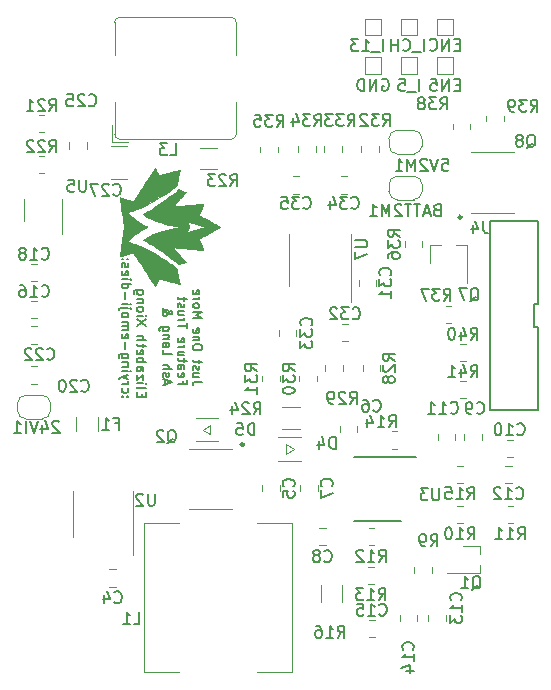
<source format=gbr>
%TF.GenerationSoftware,KiCad,Pcbnew,7.0.9*%
%TF.CreationDate,2024-03-18T18:44:53-04:00*%
%TF.ProjectId,charging_on_the_pad,63686172-6769-46e6-975f-6f6e5f746865,rev?*%
%TF.SameCoordinates,Original*%
%TF.FileFunction,Legend,Bot*%
%TF.FilePolarity,Positive*%
%FSLAX46Y46*%
G04 Gerber Fmt 4.6, Leading zero omitted, Abs format (unit mm)*
G04 Created by KiCad (PCBNEW 7.0.9) date 2024-03-18 18:44:53*
%MOMM*%
%LPD*%
G01*
G04 APERTURE LIST*
%ADD10C,0.152400*%
%ADD11C,0.150000*%
%ADD12C,0.120000*%
%ADD13C,0.010000*%
%ADD14C,0.260000*%
G04 APERTURE END LIST*
D10*
X147043064Y-107196594D02*
X146471564Y-107196594D01*
X146471564Y-107196594D02*
X146357264Y-107232879D01*
X146357264Y-107232879D02*
X146281064Y-107305451D01*
X146281064Y-107305451D02*
X146242964Y-107414308D01*
X146242964Y-107414308D02*
X146242964Y-107486879D01*
X146776364Y-106507166D02*
X146242964Y-106507166D01*
X146776364Y-106833737D02*
X146357264Y-106833737D01*
X146357264Y-106833737D02*
X146281064Y-106797451D01*
X146281064Y-106797451D02*
X146242964Y-106724880D01*
X146242964Y-106724880D02*
X146242964Y-106616023D01*
X146242964Y-106616023D02*
X146281064Y-106543451D01*
X146281064Y-106543451D02*
X146319164Y-106507166D01*
X146281064Y-106180594D02*
X146242964Y-106108022D01*
X146242964Y-106108022D02*
X146242964Y-105962879D01*
X146242964Y-105962879D02*
X146281064Y-105890308D01*
X146281064Y-105890308D02*
X146357264Y-105854022D01*
X146357264Y-105854022D02*
X146395364Y-105854022D01*
X146395364Y-105854022D02*
X146471564Y-105890308D01*
X146471564Y-105890308D02*
X146509664Y-105962879D01*
X146509664Y-105962879D02*
X146509664Y-106071737D01*
X146509664Y-106071737D02*
X146547764Y-106144308D01*
X146547764Y-106144308D02*
X146623964Y-106180594D01*
X146623964Y-106180594D02*
X146662064Y-106180594D01*
X146662064Y-106180594D02*
X146738264Y-106144308D01*
X146738264Y-106144308D02*
X146776364Y-106071737D01*
X146776364Y-106071737D02*
X146776364Y-105962879D01*
X146776364Y-105962879D02*
X146738264Y-105890308D01*
X146776364Y-105636308D02*
X146776364Y-105346022D01*
X147043064Y-105527451D02*
X146357264Y-105527451D01*
X146357264Y-105527451D02*
X146281064Y-105491165D01*
X146281064Y-105491165D02*
X146242964Y-105418594D01*
X146242964Y-105418594D02*
X146242964Y-105346022D01*
X147043064Y-104366308D02*
X147043064Y-104221165D01*
X147043064Y-104221165D02*
X147004964Y-104148594D01*
X147004964Y-104148594D02*
X146928764Y-104076022D01*
X146928764Y-104076022D02*
X146776364Y-104039737D01*
X146776364Y-104039737D02*
X146509664Y-104039737D01*
X146509664Y-104039737D02*
X146357264Y-104076022D01*
X146357264Y-104076022D02*
X146281064Y-104148594D01*
X146281064Y-104148594D02*
X146242964Y-104221165D01*
X146242964Y-104221165D02*
X146242964Y-104366308D01*
X146242964Y-104366308D02*
X146281064Y-104438880D01*
X146281064Y-104438880D02*
X146357264Y-104511451D01*
X146357264Y-104511451D02*
X146509664Y-104547737D01*
X146509664Y-104547737D02*
X146776364Y-104547737D01*
X146776364Y-104547737D02*
X146928764Y-104511451D01*
X146928764Y-104511451D02*
X147004964Y-104438880D01*
X147004964Y-104438880D02*
X147043064Y-104366308D01*
X146776364Y-103713165D02*
X146242964Y-103713165D01*
X146700164Y-103713165D02*
X146738264Y-103676879D01*
X146738264Y-103676879D02*
X146776364Y-103604308D01*
X146776364Y-103604308D02*
X146776364Y-103495451D01*
X146776364Y-103495451D02*
X146738264Y-103422879D01*
X146738264Y-103422879D02*
X146662064Y-103386594D01*
X146662064Y-103386594D02*
X146242964Y-103386594D01*
X146281064Y-102733450D02*
X146242964Y-102806022D01*
X146242964Y-102806022D02*
X146242964Y-102951165D01*
X146242964Y-102951165D02*
X146281064Y-103023736D01*
X146281064Y-103023736D02*
X146357264Y-103060022D01*
X146357264Y-103060022D02*
X146662064Y-103060022D01*
X146662064Y-103060022D02*
X146738264Y-103023736D01*
X146738264Y-103023736D02*
X146776364Y-102951165D01*
X146776364Y-102951165D02*
X146776364Y-102806022D01*
X146776364Y-102806022D02*
X146738264Y-102733450D01*
X146738264Y-102733450D02*
X146662064Y-102697165D01*
X146662064Y-102697165D02*
X146585864Y-102697165D01*
X146585864Y-102697165D02*
X146509664Y-103060022D01*
X146242964Y-101790022D02*
X147043064Y-101790022D01*
X147043064Y-101790022D02*
X146471564Y-101536022D01*
X146471564Y-101536022D02*
X147043064Y-101282022D01*
X147043064Y-101282022D02*
X146242964Y-101282022D01*
X146242964Y-100810308D02*
X146281064Y-100882879D01*
X146281064Y-100882879D02*
X146319164Y-100919165D01*
X146319164Y-100919165D02*
X146395364Y-100955451D01*
X146395364Y-100955451D02*
X146623964Y-100955451D01*
X146623964Y-100955451D02*
X146700164Y-100919165D01*
X146700164Y-100919165D02*
X146738264Y-100882879D01*
X146738264Y-100882879D02*
X146776364Y-100810308D01*
X146776364Y-100810308D02*
X146776364Y-100701451D01*
X146776364Y-100701451D02*
X146738264Y-100628879D01*
X146738264Y-100628879D02*
X146700164Y-100592594D01*
X146700164Y-100592594D02*
X146623964Y-100556308D01*
X146623964Y-100556308D02*
X146395364Y-100556308D01*
X146395364Y-100556308D02*
X146319164Y-100592594D01*
X146319164Y-100592594D02*
X146281064Y-100628879D01*
X146281064Y-100628879D02*
X146242964Y-100701451D01*
X146242964Y-100701451D02*
X146242964Y-100810308D01*
X146242964Y-100229736D02*
X146776364Y-100229736D01*
X146623964Y-100229736D02*
X146700164Y-100193450D01*
X146700164Y-100193450D02*
X146738264Y-100157165D01*
X146738264Y-100157165D02*
X146776364Y-100084593D01*
X146776364Y-100084593D02*
X146776364Y-100012022D01*
X146281064Y-99467736D02*
X146242964Y-99540308D01*
X146242964Y-99540308D02*
X146242964Y-99685451D01*
X146242964Y-99685451D02*
X146281064Y-99758022D01*
X146281064Y-99758022D02*
X146357264Y-99794308D01*
X146357264Y-99794308D02*
X146662064Y-99794308D01*
X146662064Y-99794308D02*
X146738264Y-99758022D01*
X146738264Y-99758022D02*
X146776364Y-99685451D01*
X146776364Y-99685451D02*
X146776364Y-99540308D01*
X146776364Y-99540308D02*
X146738264Y-99467736D01*
X146738264Y-99467736D02*
X146662064Y-99431451D01*
X146662064Y-99431451D02*
X146585864Y-99431451D01*
X146585864Y-99431451D02*
X146509664Y-99794308D01*
X145373903Y-107160308D02*
X145373903Y-107414308D01*
X144954803Y-107414308D02*
X145754903Y-107414308D01*
X145754903Y-107414308D02*
X145754903Y-107051451D01*
X144992903Y-106470879D02*
X144954803Y-106543451D01*
X144954803Y-106543451D02*
X144954803Y-106688594D01*
X144954803Y-106688594D02*
X144992903Y-106761165D01*
X144992903Y-106761165D02*
X145069103Y-106797451D01*
X145069103Y-106797451D02*
X145373903Y-106797451D01*
X145373903Y-106797451D02*
X145450103Y-106761165D01*
X145450103Y-106761165D02*
X145488203Y-106688594D01*
X145488203Y-106688594D02*
X145488203Y-106543451D01*
X145488203Y-106543451D02*
X145450103Y-106470879D01*
X145450103Y-106470879D02*
X145373903Y-106434594D01*
X145373903Y-106434594D02*
X145297703Y-106434594D01*
X145297703Y-106434594D02*
X145221503Y-106797451D01*
X144954803Y-105781451D02*
X145373903Y-105781451D01*
X145373903Y-105781451D02*
X145450103Y-105817736D01*
X145450103Y-105817736D02*
X145488203Y-105890308D01*
X145488203Y-105890308D02*
X145488203Y-106035451D01*
X145488203Y-106035451D02*
X145450103Y-106108022D01*
X144992903Y-105781451D02*
X144954803Y-105854022D01*
X144954803Y-105854022D02*
X144954803Y-106035451D01*
X144954803Y-106035451D02*
X144992903Y-106108022D01*
X144992903Y-106108022D02*
X145069103Y-106144308D01*
X145069103Y-106144308D02*
X145145303Y-106144308D01*
X145145303Y-106144308D02*
X145221503Y-106108022D01*
X145221503Y-106108022D02*
X145259603Y-106035451D01*
X145259603Y-106035451D02*
X145259603Y-105854022D01*
X145259603Y-105854022D02*
X145297703Y-105781451D01*
X145488203Y-105527450D02*
X145488203Y-105237164D01*
X145754903Y-105418593D02*
X145069103Y-105418593D01*
X145069103Y-105418593D02*
X144992903Y-105382307D01*
X144992903Y-105382307D02*
X144954803Y-105309736D01*
X144954803Y-105309736D02*
X144954803Y-105237164D01*
X145488203Y-104656593D02*
X144954803Y-104656593D01*
X145488203Y-104983164D02*
X145069103Y-104983164D01*
X145069103Y-104983164D02*
X144992903Y-104946878D01*
X144992903Y-104946878D02*
X144954803Y-104874307D01*
X144954803Y-104874307D02*
X144954803Y-104765450D01*
X144954803Y-104765450D02*
X144992903Y-104692878D01*
X144992903Y-104692878D02*
X145031003Y-104656593D01*
X144954803Y-104293735D02*
X145488203Y-104293735D01*
X145335803Y-104293735D02*
X145412003Y-104257449D01*
X145412003Y-104257449D02*
X145450103Y-104221164D01*
X145450103Y-104221164D02*
X145488203Y-104148592D01*
X145488203Y-104148592D02*
X145488203Y-104076021D01*
X144992903Y-103531735D02*
X144954803Y-103604307D01*
X144954803Y-103604307D02*
X144954803Y-103749450D01*
X144954803Y-103749450D02*
X144992903Y-103822021D01*
X144992903Y-103822021D02*
X145069103Y-103858307D01*
X145069103Y-103858307D02*
X145373903Y-103858307D01*
X145373903Y-103858307D02*
X145450103Y-103822021D01*
X145450103Y-103822021D02*
X145488203Y-103749450D01*
X145488203Y-103749450D02*
X145488203Y-103604307D01*
X145488203Y-103604307D02*
X145450103Y-103531735D01*
X145450103Y-103531735D02*
X145373903Y-103495450D01*
X145373903Y-103495450D02*
X145297703Y-103495450D01*
X145297703Y-103495450D02*
X145221503Y-103858307D01*
X145754903Y-102697164D02*
X145754903Y-102261736D01*
X144954803Y-102479450D02*
X145754903Y-102479450D01*
X144954803Y-102007736D02*
X145488203Y-102007736D01*
X145335803Y-102007736D02*
X145412003Y-101971450D01*
X145412003Y-101971450D02*
X145450103Y-101935165D01*
X145450103Y-101935165D02*
X145488203Y-101862593D01*
X145488203Y-101862593D02*
X145488203Y-101790022D01*
X145488203Y-101209451D02*
X144954803Y-101209451D01*
X145488203Y-101536022D02*
X145069103Y-101536022D01*
X145069103Y-101536022D02*
X144992903Y-101499736D01*
X144992903Y-101499736D02*
X144954803Y-101427165D01*
X144954803Y-101427165D02*
X144954803Y-101318308D01*
X144954803Y-101318308D02*
X144992903Y-101245736D01*
X144992903Y-101245736D02*
X145031003Y-101209451D01*
X144992903Y-100882879D02*
X144954803Y-100810307D01*
X144954803Y-100810307D02*
X144954803Y-100665164D01*
X144954803Y-100665164D02*
X144992903Y-100592593D01*
X144992903Y-100592593D02*
X145069103Y-100556307D01*
X145069103Y-100556307D02*
X145107203Y-100556307D01*
X145107203Y-100556307D02*
X145183403Y-100592593D01*
X145183403Y-100592593D02*
X145221503Y-100665164D01*
X145221503Y-100665164D02*
X145221503Y-100774022D01*
X145221503Y-100774022D02*
X145259603Y-100846593D01*
X145259603Y-100846593D02*
X145335803Y-100882879D01*
X145335803Y-100882879D02*
X145373903Y-100882879D01*
X145373903Y-100882879D02*
X145450103Y-100846593D01*
X145450103Y-100846593D02*
X145488203Y-100774022D01*
X145488203Y-100774022D02*
X145488203Y-100665164D01*
X145488203Y-100665164D02*
X145450103Y-100592593D01*
X145488203Y-100338593D02*
X145488203Y-100048307D01*
X145754903Y-100229736D02*
X145069103Y-100229736D01*
X145069103Y-100229736D02*
X144992903Y-100193450D01*
X144992903Y-100193450D02*
X144954803Y-100120879D01*
X144954803Y-100120879D02*
X144954803Y-100048307D01*
X143895242Y-107450594D02*
X143895242Y-107087737D01*
X143666642Y-107523165D02*
X144466742Y-107269165D01*
X144466742Y-107269165D02*
X143666642Y-107015165D01*
X143704742Y-106797451D02*
X143666642Y-106724879D01*
X143666642Y-106724879D02*
X143666642Y-106579736D01*
X143666642Y-106579736D02*
X143704742Y-106507165D01*
X143704742Y-106507165D02*
X143780942Y-106470879D01*
X143780942Y-106470879D02*
X143819042Y-106470879D01*
X143819042Y-106470879D02*
X143895242Y-106507165D01*
X143895242Y-106507165D02*
X143933342Y-106579736D01*
X143933342Y-106579736D02*
X143933342Y-106688594D01*
X143933342Y-106688594D02*
X143971442Y-106761165D01*
X143971442Y-106761165D02*
X144047642Y-106797451D01*
X144047642Y-106797451D02*
X144085742Y-106797451D01*
X144085742Y-106797451D02*
X144161942Y-106761165D01*
X144161942Y-106761165D02*
X144200042Y-106688594D01*
X144200042Y-106688594D02*
X144200042Y-106579736D01*
X144200042Y-106579736D02*
X144161942Y-106507165D01*
X143666642Y-106144308D02*
X144466742Y-106144308D01*
X143666642Y-105817737D02*
X144085742Y-105817737D01*
X144085742Y-105817737D02*
X144161942Y-105854022D01*
X144161942Y-105854022D02*
X144200042Y-105926594D01*
X144200042Y-105926594D02*
X144200042Y-106035451D01*
X144200042Y-106035451D02*
X144161942Y-106108022D01*
X144161942Y-106108022D02*
X144123842Y-106144308D01*
X143666642Y-104511451D02*
X143666642Y-104874308D01*
X143666642Y-104874308D02*
X144466742Y-104874308D01*
X143666642Y-103930880D02*
X144085742Y-103930880D01*
X144085742Y-103930880D02*
X144161942Y-103967165D01*
X144161942Y-103967165D02*
X144200042Y-104039737D01*
X144200042Y-104039737D02*
X144200042Y-104184880D01*
X144200042Y-104184880D02*
X144161942Y-104257451D01*
X143704742Y-103930880D02*
X143666642Y-104003451D01*
X143666642Y-104003451D02*
X143666642Y-104184880D01*
X143666642Y-104184880D02*
X143704742Y-104257451D01*
X143704742Y-104257451D02*
X143780942Y-104293737D01*
X143780942Y-104293737D02*
X143857142Y-104293737D01*
X143857142Y-104293737D02*
X143933342Y-104257451D01*
X143933342Y-104257451D02*
X143971442Y-104184880D01*
X143971442Y-104184880D02*
X143971442Y-104003451D01*
X143971442Y-104003451D02*
X144009542Y-103930880D01*
X144200042Y-103568022D02*
X143666642Y-103568022D01*
X144123842Y-103568022D02*
X144161942Y-103531736D01*
X144161942Y-103531736D02*
X144200042Y-103459165D01*
X144200042Y-103459165D02*
X144200042Y-103350308D01*
X144200042Y-103350308D02*
X144161942Y-103277736D01*
X144161942Y-103277736D02*
X144085742Y-103241451D01*
X144085742Y-103241451D02*
X143666642Y-103241451D01*
X144200042Y-102552022D02*
X143552342Y-102552022D01*
X143552342Y-102552022D02*
X143476142Y-102588307D01*
X143476142Y-102588307D02*
X143438042Y-102624593D01*
X143438042Y-102624593D02*
X143399942Y-102697164D01*
X143399942Y-102697164D02*
X143399942Y-102806022D01*
X143399942Y-102806022D02*
X143438042Y-102878593D01*
X143704742Y-102552022D02*
X143666642Y-102624593D01*
X143666642Y-102624593D02*
X143666642Y-102769736D01*
X143666642Y-102769736D02*
X143704742Y-102842307D01*
X143704742Y-102842307D02*
X143742842Y-102878593D01*
X143742842Y-102878593D02*
X143819042Y-102914879D01*
X143819042Y-102914879D02*
X144047642Y-102914879D01*
X144047642Y-102914879D02*
X144123842Y-102878593D01*
X144123842Y-102878593D02*
X144161942Y-102842307D01*
X144161942Y-102842307D02*
X144200042Y-102769736D01*
X144200042Y-102769736D02*
X144200042Y-102624593D01*
X144200042Y-102624593D02*
X144161942Y-102552022D01*
X143666642Y-100991736D02*
X143666642Y-101028022D01*
X143666642Y-101028022D02*
X143704742Y-101100593D01*
X143704742Y-101100593D02*
X143819042Y-101209450D01*
X143819042Y-101209450D02*
X144047642Y-101390879D01*
X144047642Y-101390879D02*
X144161942Y-101463450D01*
X144161942Y-101463450D02*
X144276242Y-101499736D01*
X144276242Y-101499736D02*
X144352442Y-101499736D01*
X144352442Y-101499736D02*
X144428642Y-101463450D01*
X144428642Y-101463450D02*
X144466742Y-101390879D01*
X144466742Y-101390879D02*
X144466742Y-101354593D01*
X144466742Y-101354593D02*
X144428642Y-101282022D01*
X144428642Y-101282022D02*
X144352442Y-101245736D01*
X144352442Y-101245736D02*
X144314342Y-101245736D01*
X144314342Y-101245736D02*
X144238142Y-101282022D01*
X144238142Y-101282022D02*
X144200042Y-101318307D01*
X144200042Y-101318307D02*
X144047642Y-101536022D01*
X144047642Y-101536022D02*
X144009542Y-101572307D01*
X144009542Y-101572307D02*
X143933342Y-101608593D01*
X143933342Y-101608593D02*
X143819042Y-101608593D01*
X143819042Y-101608593D02*
X143742842Y-101572307D01*
X143742842Y-101572307D02*
X143704742Y-101536022D01*
X143704742Y-101536022D02*
X143666642Y-101463450D01*
X143666642Y-101463450D02*
X143666642Y-101354593D01*
X143666642Y-101354593D02*
X143704742Y-101282022D01*
X143704742Y-101282022D02*
X143742842Y-101245736D01*
X143742842Y-101245736D02*
X143895242Y-101136879D01*
X143895242Y-101136879D02*
X144009542Y-101100593D01*
X144009542Y-101100593D02*
X144085742Y-101100593D01*
X141919503Y-108472037D02*
X141919503Y-108205337D01*
X141500403Y-108091037D02*
X141500403Y-108472037D01*
X141500403Y-108472037D02*
X142300503Y-108472037D01*
X142300503Y-108472037D02*
X142300503Y-108091037D01*
X141500403Y-107633837D02*
X141538503Y-107710037D01*
X141538503Y-107710037D02*
X141614703Y-107748137D01*
X141614703Y-107748137D02*
X142300503Y-107748137D01*
X141500403Y-107329037D02*
X142033803Y-107329037D01*
X142300503Y-107329037D02*
X142262403Y-107367137D01*
X142262403Y-107367137D02*
X142224303Y-107329037D01*
X142224303Y-107329037D02*
X142262403Y-107290937D01*
X142262403Y-107290937D02*
X142300503Y-107329037D01*
X142300503Y-107329037D02*
X142224303Y-107329037D01*
X142033803Y-107024237D02*
X142033803Y-106605137D01*
X142033803Y-106605137D02*
X141500403Y-107024237D01*
X141500403Y-107024237D02*
X141500403Y-106605137D01*
X141500403Y-105957437D02*
X141919503Y-105957437D01*
X141919503Y-105957437D02*
X141995703Y-105995537D01*
X141995703Y-105995537D02*
X142033803Y-106071737D01*
X142033803Y-106071737D02*
X142033803Y-106224137D01*
X142033803Y-106224137D02*
X141995703Y-106300337D01*
X141538503Y-105957437D02*
X141500403Y-106033637D01*
X141500403Y-106033637D02*
X141500403Y-106224137D01*
X141500403Y-106224137D02*
X141538503Y-106300337D01*
X141538503Y-106300337D02*
X141614703Y-106338437D01*
X141614703Y-106338437D02*
X141690903Y-106338437D01*
X141690903Y-106338437D02*
X141767103Y-106300337D01*
X141767103Y-106300337D02*
X141805203Y-106224137D01*
X141805203Y-106224137D02*
X141805203Y-106033637D01*
X141805203Y-106033637D02*
X141843303Y-105957437D01*
X141500403Y-105576437D02*
X142300503Y-105576437D01*
X141995703Y-105576437D02*
X142033803Y-105500237D01*
X142033803Y-105500237D02*
X142033803Y-105347837D01*
X142033803Y-105347837D02*
X141995703Y-105271637D01*
X141995703Y-105271637D02*
X141957603Y-105233537D01*
X141957603Y-105233537D02*
X141881403Y-105195437D01*
X141881403Y-105195437D02*
X141652803Y-105195437D01*
X141652803Y-105195437D02*
X141576603Y-105233537D01*
X141576603Y-105233537D02*
X141538503Y-105271637D01*
X141538503Y-105271637D02*
X141500403Y-105347837D01*
X141500403Y-105347837D02*
X141500403Y-105500237D01*
X141500403Y-105500237D02*
X141538503Y-105576437D01*
X141538503Y-104547737D02*
X141500403Y-104623937D01*
X141500403Y-104623937D02*
X141500403Y-104776337D01*
X141500403Y-104776337D02*
X141538503Y-104852537D01*
X141538503Y-104852537D02*
X141614703Y-104890637D01*
X141614703Y-104890637D02*
X141919503Y-104890637D01*
X141919503Y-104890637D02*
X141995703Y-104852537D01*
X141995703Y-104852537D02*
X142033803Y-104776337D01*
X142033803Y-104776337D02*
X142033803Y-104623937D01*
X142033803Y-104623937D02*
X141995703Y-104547737D01*
X141995703Y-104547737D02*
X141919503Y-104509637D01*
X141919503Y-104509637D02*
X141843303Y-104509637D01*
X141843303Y-104509637D02*
X141767103Y-104890637D01*
X142033803Y-104281037D02*
X142033803Y-103976237D01*
X142300503Y-104166737D02*
X141614703Y-104166737D01*
X141614703Y-104166737D02*
X141538503Y-104128637D01*
X141538503Y-104128637D02*
X141500403Y-104052437D01*
X141500403Y-104052437D02*
X141500403Y-103976237D01*
X141500403Y-103709537D02*
X142300503Y-103709537D01*
X141500403Y-103366637D02*
X141919503Y-103366637D01*
X141919503Y-103366637D02*
X141995703Y-103404737D01*
X141995703Y-103404737D02*
X142033803Y-103480937D01*
X142033803Y-103480937D02*
X142033803Y-103595237D01*
X142033803Y-103595237D02*
X141995703Y-103671437D01*
X141995703Y-103671437D02*
X141957603Y-103709537D01*
X142300503Y-102452237D02*
X141500403Y-101918837D01*
X142300503Y-101918837D02*
X141500403Y-102452237D01*
X141500403Y-101614037D02*
X142033803Y-101614037D01*
X142300503Y-101614037D02*
X142262403Y-101652137D01*
X142262403Y-101652137D02*
X142224303Y-101614037D01*
X142224303Y-101614037D02*
X142262403Y-101575937D01*
X142262403Y-101575937D02*
X142300503Y-101614037D01*
X142300503Y-101614037D02*
X142224303Y-101614037D01*
X141500403Y-101118737D02*
X141538503Y-101194937D01*
X141538503Y-101194937D02*
X141576603Y-101233037D01*
X141576603Y-101233037D02*
X141652803Y-101271137D01*
X141652803Y-101271137D02*
X141881403Y-101271137D01*
X141881403Y-101271137D02*
X141957603Y-101233037D01*
X141957603Y-101233037D02*
X141995703Y-101194937D01*
X141995703Y-101194937D02*
X142033803Y-101118737D01*
X142033803Y-101118737D02*
X142033803Y-101004437D01*
X142033803Y-101004437D02*
X141995703Y-100928237D01*
X141995703Y-100928237D02*
X141957603Y-100890137D01*
X141957603Y-100890137D02*
X141881403Y-100852037D01*
X141881403Y-100852037D02*
X141652803Y-100852037D01*
X141652803Y-100852037D02*
X141576603Y-100890137D01*
X141576603Y-100890137D02*
X141538503Y-100928237D01*
X141538503Y-100928237D02*
X141500403Y-101004437D01*
X141500403Y-101004437D02*
X141500403Y-101118737D01*
X142033803Y-100509137D02*
X141500403Y-100509137D01*
X141957603Y-100509137D02*
X141995703Y-100471037D01*
X141995703Y-100471037D02*
X142033803Y-100394837D01*
X142033803Y-100394837D02*
X142033803Y-100280537D01*
X142033803Y-100280537D02*
X141995703Y-100204337D01*
X141995703Y-100204337D02*
X141919503Y-100166237D01*
X141919503Y-100166237D02*
X141500403Y-100166237D01*
X142033803Y-99442337D02*
X141386103Y-99442337D01*
X141386103Y-99442337D02*
X141309903Y-99480437D01*
X141309903Y-99480437D02*
X141271803Y-99518537D01*
X141271803Y-99518537D02*
X141233703Y-99594737D01*
X141233703Y-99594737D02*
X141233703Y-99709037D01*
X141233703Y-99709037D02*
X141271803Y-99785237D01*
X141538503Y-99442337D02*
X141500403Y-99518537D01*
X141500403Y-99518537D02*
X141500403Y-99670937D01*
X141500403Y-99670937D02*
X141538503Y-99747137D01*
X141538503Y-99747137D02*
X141576603Y-99785237D01*
X141576603Y-99785237D02*
X141652803Y-99823337D01*
X141652803Y-99823337D02*
X141881403Y-99823337D01*
X141881403Y-99823337D02*
X141957603Y-99785237D01*
X141957603Y-99785237D02*
X141995703Y-99747137D01*
X141995703Y-99747137D02*
X142033803Y-99670937D01*
X142033803Y-99670937D02*
X142033803Y-99518537D01*
X142033803Y-99518537D02*
X141995703Y-99442337D01*
X140288442Y-108472037D02*
X140250342Y-108433937D01*
X140250342Y-108433937D02*
X140212242Y-108472037D01*
X140212242Y-108472037D02*
X140250342Y-108510137D01*
X140250342Y-108510137D02*
X140288442Y-108472037D01*
X140288442Y-108472037D02*
X140212242Y-108472037D01*
X140707542Y-108472037D02*
X140669442Y-108433937D01*
X140669442Y-108433937D02*
X140631342Y-108472037D01*
X140631342Y-108472037D02*
X140669442Y-108510137D01*
X140669442Y-108510137D02*
X140707542Y-108472037D01*
X140707542Y-108472037D02*
X140631342Y-108472037D01*
X140250342Y-107748137D02*
X140212242Y-107824337D01*
X140212242Y-107824337D02*
X140212242Y-107976737D01*
X140212242Y-107976737D02*
X140250342Y-108052937D01*
X140250342Y-108052937D02*
X140288442Y-108091037D01*
X140288442Y-108091037D02*
X140364642Y-108129137D01*
X140364642Y-108129137D02*
X140593242Y-108129137D01*
X140593242Y-108129137D02*
X140669442Y-108091037D01*
X140669442Y-108091037D02*
X140707542Y-108052937D01*
X140707542Y-108052937D02*
X140745642Y-107976737D01*
X140745642Y-107976737D02*
X140745642Y-107824337D01*
X140745642Y-107824337D02*
X140707542Y-107748137D01*
X140212242Y-107405237D02*
X140745642Y-107405237D01*
X140593242Y-107405237D02*
X140669442Y-107367137D01*
X140669442Y-107367137D02*
X140707542Y-107329037D01*
X140707542Y-107329037D02*
X140745642Y-107252837D01*
X140745642Y-107252837D02*
X140745642Y-107176637D01*
X140745642Y-106986137D02*
X140212242Y-106795637D01*
X140745642Y-106605137D02*
X140212242Y-106795637D01*
X140212242Y-106795637D02*
X140021742Y-106871837D01*
X140021742Y-106871837D02*
X139983642Y-106909937D01*
X139983642Y-106909937D02*
X139945542Y-106986137D01*
X140212242Y-106300337D02*
X140745642Y-106300337D01*
X141012342Y-106300337D02*
X140974242Y-106338437D01*
X140974242Y-106338437D02*
X140936142Y-106300337D01*
X140936142Y-106300337D02*
X140974242Y-106262237D01*
X140974242Y-106262237D02*
X141012342Y-106300337D01*
X141012342Y-106300337D02*
X140936142Y-106300337D01*
X140745642Y-105919337D02*
X140212242Y-105919337D01*
X140669442Y-105919337D02*
X140707542Y-105881237D01*
X140707542Y-105881237D02*
X140745642Y-105805037D01*
X140745642Y-105805037D02*
X140745642Y-105690737D01*
X140745642Y-105690737D02*
X140707542Y-105614537D01*
X140707542Y-105614537D02*
X140631342Y-105576437D01*
X140631342Y-105576437D02*
X140212242Y-105576437D01*
X140745642Y-104852537D02*
X140097942Y-104852537D01*
X140097942Y-104852537D02*
X140021742Y-104890637D01*
X140021742Y-104890637D02*
X139983642Y-104928737D01*
X139983642Y-104928737D02*
X139945542Y-105004937D01*
X139945542Y-105004937D02*
X139945542Y-105119237D01*
X139945542Y-105119237D02*
X139983642Y-105195437D01*
X140250342Y-104852537D02*
X140212242Y-104928737D01*
X140212242Y-104928737D02*
X140212242Y-105081137D01*
X140212242Y-105081137D02*
X140250342Y-105157337D01*
X140250342Y-105157337D02*
X140288442Y-105195437D01*
X140288442Y-105195437D02*
X140364642Y-105233537D01*
X140364642Y-105233537D02*
X140593242Y-105233537D01*
X140593242Y-105233537D02*
X140669442Y-105195437D01*
X140669442Y-105195437D02*
X140707542Y-105157337D01*
X140707542Y-105157337D02*
X140745642Y-105081137D01*
X140745642Y-105081137D02*
X140745642Y-104928737D01*
X140745642Y-104928737D02*
X140707542Y-104852537D01*
X140517042Y-104471537D02*
X140517042Y-103861937D01*
X140250342Y-103176137D02*
X140212242Y-103252337D01*
X140212242Y-103252337D02*
X140212242Y-103404737D01*
X140212242Y-103404737D02*
X140250342Y-103480937D01*
X140250342Y-103480937D02*
X140326542Y-103519037D01*
X140326542Y-103519037D02*
X140631342Y-103519037D01*
X140631342Y-103519037D02*
X140707542Y-103480937D01*
X140707542Y-103480937D02*
X140745642Y-103404737D01*
X140745642Y-103404737D02*
X140745642Y-103252337D01*
X140745642Y-103252337D02*
X140707542Y-103176137D01*
X140707542Y-103176137D02*
X140631342Y-103138037D01*
X140631342Y-103138037D02*
X140555142Y-103138037D01*
X140555142Y-103138037D02*
X140478942Y-103519037D01*
X140212242Y-102795137D02*
X140745642Y-102795137D01*
X140669442Y-102795137D02*
X140707542Y-102757037D01*
X140707542Y-102757037D02*
X140745642Y-102680837D01*
X140745642Y-102680837D02*
X140745642Y-102566537D01*
X140745642Y-102566537D02*
X140707542Y-102490337D01*
X140707542Y-102490337D02*
X140631342Y-102452237D01*
X140631342Y-102452237D02*
X140212242Y-102452237D01*
X140631342Y-102452237D02*
X140707542Y-102414137D01*
X140707542Y-102414137D02*
X140745642Y-102337937D01*
X140745642Y-102337937D02*
X140745642Y-102223637D01*
X140745642Y-102223637D02*
X140707542Y-102147437D01*
X140707542Y-102147437D02*
X140631342Y-102109337D01*
X140631342Y-102109337D02*
X140212242Y-102109337D01*
X140212242Y-101614037D02*
X140250342Y-101690237D01*
X140250342Y-101690237D02*
X140288442Y-101728337D01*
X140288442Y-101728337D02*
X140364642Y-101766437D01*
X140364642Y-101766437D02*
X140593242Y-101766437D01*
X140593242Y-101766437D02*
X140669442Y-101728337D01*
X140669442Y-101728337D02*
X140707542Y-101690237D01*
X140707542Y-101690237D02*
X140745642Y-101614037D01*
X140745642Y-101614037D02*
X140745642Y-101499737D01*
X140745642Y-101499737D02*
X140707542Y-101423537D01*
X140707542Y-101423537D02*
X140669442Y-101385437D01*
X140669442Y-101385437D02*
X140593242Y-101347337D01*
X140593242Y-101347337D02*
X140364642Y-101347337D01*
X140364642Y-101347337D02*
X140288442Y-101385437D01*
X140288442Y-101385437D02*
X140250342Y-101423537D01*
X140250342Y-101423537D02*
X140212242Y-101499737D01*
X140212242Y-101499737D02*
X140212242Y-101614037D01*
X140745642Y-101004437D02*
X140059842Y-101004437D01*
X140059842Y-101004437D02*
X139983642Y-101042537D01*
X139983642Y-101042537D02*
X139945542Y-101118737D01*
X139945542Y-101118737D02*
X139945542Y-101156837D01*
X141012342Y-101004437D02*
X140974242Y-101042537D01*
X140974242Y-101042537D02*
X140936142Y-101004437D01*
X140936142Y-101004437D02*
X140974242Y-100966337D01*
X140974242Y-100966337D02*
X141012342Y-101004437D01*
X141012342Y-101004437D02*
X140936142Y-101004437D01*
X140212242Y-100623437D02*
X140745642Y-100623437D01*
X141012342Y-100623437D02*
X140974242Y-100661537D01*
X140974242Y-100661537D02*
X140936142Y-100623437D01*
X140936142Y-100623437D02*
X140974242Y-100585337D01*
X140974242Y-100585337D02*
X141012342Y-100623437D01*
X141012342Y-100623437D02*
X140936142Y-100623437D01*
X140517042Y-100242437D02*
X140517042Y-99632837D01*
X140212242Y-98908937D02*
X141012342Y-98908937D01*
X140250342Y-98908937D02*
X140212242Y-98985137D01*
X140212242Y-98985137D02*
X140212242Y-99137537D01*
X140212242Y-99137537D02*
X140250342Y-99213737D01*
X140250342Y-99213737D02*
X140288442Y-99251837D01*
X140288442Y-99251837D02*
X140364642Y-99289937D01*
X140364642Y-99289937D02*
X140593242Y-99289937D01*
X140593242Y-99289937D02*
X140669442Y-99251837D01*
X140669442Y-99251837D02*
X140707542Y-99213737D01*
X140707542Y-99213737D02*
X140745642Y-99137537D01*
X140745642Y-99137537D02*
X140745642Y-98985137D01*
X140745642Y-98985137D02*
X140707542Y-98908937D01*
X140212242Y-98527937D02*
X140745642Y-98527937D01*
X141012342Y-98527937D02*
X140974242Y-98566037D01*
X140974242Y-98566037D02*
X140936142Y-98527937D01*
X140936142Y-98527937D02*
X140974242Y-98489837D01*
X140974242Y-98489837D02*
X141012342Y-98527937D01*
X141012342Y-98527937D02*
X140936142Y-98527937D01*
X140250342Y-97842137D02*
X140212242Y-97918337D01*
X140212242Y-97918337D02*
X140212242Y-98070737D01*
X140212242Y-98070737D02*
X140250342Y-98146937D01*
X140250342Y-98146937D02*
X140326542Y-98185037D01*
X140326542Y-98185037D02*
X140631342Y-98185037D01*
X140631342Y-98185037D02*
X140707542Y-98146937D01*
X140707542Y-98146937D02*
X140745642Y-98070737D01*
X140745642Y-98070737D02*
X140745642Y-97918337D01*
X140745642Y-97918337D02*
X140707542Y-97842137D01*
X140707542Y-97842137D02*
X140631342Y-97804037D01*
X140631342Y-97804037D02*
X140555142Y-97804037D01*
X140555142Y-97804037D02*
X140478942Y-98185037D01*
X140250342Y-97499237D02*
X140212242Y-97423037D01*
X140212242Y-97423037D02*
X140212242Y-97270637D01*
X140212242Y-97270637D02*
X140250342Y-97194437D01*
X140250342Y-97194437D02*
X140326542Y-97156337D01*
X140326542Y-97156337D02*
X140364642Y-97156337D01*
X140364642Y-97156337D02*
X140440842Y-97194437D01*
X140440842Y-97194437D02*
X140478942Y-97270637D01*
X140478942Y-97270637D02*
X140478942Y-97384937D01*
X140478942Y-97384937D02*
X140517042Y-97461137D01*
X140517042Y-97461137D02*
X140593242Y-97499237D01*
X140593242Y-97499237D02*
X140631342Y-97499237D01*
X140631342Y-97499237D02*
X140707542Y-97461137D01*
X140707542Y-97461137D02*
X140745642Y-97384937D01*
X140745642Y-97384937D02*
X140745642Y-97270637D01*
X140745642Y-97270637D02*
X140707542Y-97194437D01*
X140288442Y-96813437D02*
X140250342Y-96775337D01*
X140250342Y-96775337D02*
X140212242Y-96813437D01*
X140212242Y-96813437D02*
X140250342Y-96851537D01*
X140250342Y-96851537D02*
X140288442Y-96813437D01*
X140288442Y-96813437D02*
X140212242Y-96813437D01*
X140707542Y-96813437D02*
X140669442Y-96775337D01*
X140669442Y-96775337D02*
X140631342Y-96813437D01*
X140631342Y-96813437D02*
X140669442Y-96851537D01*
X140669442Y-96851537D02*
X140707542Y-96813437D01*
X140707542Y-96813437D02*
X140631342Y-96813437D01*
D11*
X173744257Y-120541220D02*
X174077590Y-120057411D01*
X174315685Y-120541220D02*
X174315685Y-119525220D01*
X174315685Y-119525220D02*
X173934733Y-119525220D01*
X173934733Y-119525220D02*
X173839495Y-119573601D01*
X173839495Y-119573601D02*
X173791876Y-119621982D01*
X173791876Y-119621982D02*
X173744257Y-119718744D01*
X173744257Y-119718744D02*
X173744257Y-119863887D01*
X173744257Y-119863887D02*
X173791876Y-119960649D01*
X173791876Y-119960649D02*
X173839495Y-120009030D01*
X173839495Y-120009030D02*
X173934733Y-120057411D01*
X173934733Y-120057411D02*
X174315685Y-120057411D01*
X172791876Y-120541220D02*
X173363304Y-120541220D01*
X173077590Y-120541220D02*
X173077590Y-119525220D01*
X173077590Y-119525220D02*
X173172828Y-119670363D01*
X173172828Y-119670363D02*
X173268066Y-119767125D01*
X173268066Y-119767125D02*
X173363304Y-119815506D01*
X171839495Y-120541220D02*
X172410923Y-120541220D01*
X172125209Y-120541220D02*
X172125209Y-119525220D01*
X172125209Y-119525220D02*
X172220447Y-119670363D01*
X172220447Y-119670363D02*
X172315685Y-119767125D01*
X172315685Y-119767125D02*
X172410923Y-119815506D01*
X169477057Y-117138620D02*
X169810390Y-116654811D01*
X170048485Y-117138620D02*
X170048485Y-116122620D01*
X170048485Y-116122620D02*
X169667533Y-116122620D01*
X169667533Y-116122620D02*
X169572295Y-116171001D01*
X169572295Y-116171001D02*
X169524676Y-116219382D01*
X169524676Y-116219382D02*
X169477057Y-116316144D01*
X169477057Y-116316144D02*
X169477057Y-116461287D01*
X169477057Y-116461287D02*
X169524676Y-116558049D01*
X169524676Y-116558049D02*
X169572295Y-116606430D01*
X169572295Y-116606430D02*
X169667533Y-116654811D01*
X169667533Y-116654811D02*
X170048485Y-116654811D01*
X168524676Y-117138620D02*
X169096104Y-117138620D01*
X168810390Y-117138620D02*
X168810390Y-116122620D01*
X168810390Y-116122620D02*
X168905628Y-116267763D01*
X168905628Y-116267763D02*
X169000866Y-116364525D01*
X169000866Y-116364525D02*
X169096104Y-116412906D01*
X167619914Y-116122620D02*
X168096104Y-116122620D01*
X168096104Y-116122620D02*
X168143723Y-116606430D01*
X168143723Y-116606430D02*
X168096104Y-116558049D01*
X168096104Y-116558049D02*
X168000866Y-116509668D01*
X168000866Y-116509668D02*
X167762771Y-116509668D01*
X167762771Y-116509668D02*
X167667533Y-116558049D01*
X167667533Y-116558049D02*
X167619914Y-116606430D01*
X167619914Y-116606430D02*
X167572295Y-116703192D01*
X167572295Y-116703192D02*
X167572295Y-116945097D01*
X167572295Y-116945097D02*
X167619914Y-117041859D01*
X167619914Y-117041859D02*
X167667533Y-117090240D01*
X167667533Y-117090240D02*
X167762771Y-117138620D01*
X167762771Y-117138620D02*
X168000866Y-117138620D01*
X168000866Y-117138620D02*
X168096104Y-117090240D01*
X168096104Y-117090240D02*
X168143723Y-117041859D01*
X168054257Y-109814059D02*
X168101876Y-109862440D01*
X168101876Y-109862440D02*
X168244733Y-109910820D01*
X168244733Y-109910820D02*
X168339971Y-109910820D01*
X168339971Y-109910820D02*
X168482828Y-109862440D01*
X168482828Y-109862440D02*
X168578066Y-109765678D01*
X168578066Y-109765678D02*
X168625685Y-109668916D01*
X168625685Y-109668916D02*
X168673304Y-109475392D01*
X168673304Y-109475392D02*
X168673304Y-109330249D01*
X168673304Y-109330249D02*
X168625685Y-109136725D01*
X168625685Y-109136725D02*
X168578066Y-109039963D01*
X168578066Y-109039963D02*
X168482828Y-108943201D01*
X168482828Y-108943201D02*
X168339971Y-108894820D01*
X168339971Y-108894820D02*
X168244733Y-108894820D01*
X168244733Y-108894820D02*
X168101876Y-108943201D01*
X168101876Y-108943201D02*
X168054257Y-108991582D01*
X167101876Y-109910820D02*
X167673304Y-109910820D01*
X167387590Y-109910820D02*
X167387590Y-108894820D01*
X167387590Y-108894820D02*
X167482828Y-109039963D01*
X167482828Y-109039963D02*
X167578066Y-109136725D01*
X167578066Y-109136725D02*
X167673304Y-109185106D01*
X166149495Y-109910820D02*
X166720923Y-109910820D01*
X166435209Y-109910820D02*
X166435209Y-108894820D01*
X166435209Y-108894820D02*
X166530447Y-109039963D01*
X166530447Y-109039963D02*
X166625685Y-109136725D01*
X166625685Y-109136725D02*
X166720923Y-109185106D01*
X159519857Y-109072620D02*
X159853190Y-108588811D01*
X160091285Y-109072620D02*
X160091285Y-108056620D01*
X160091285Y-108056620D02*
X159710333Y-108056620D01*
X159710333Y-108056620D02*
X159615095Y-108105001D01*
X159615095Y-108105001D02*
X159567476Y-108153382D01*
X159567476Y-108153382D02*
X159519857Y-108250144D01*
X159519857Y-108250144D02*
X159519857Y-108395287D01*
X159519857Y-108395287D02*
X159567476Y-108492049D01*
X159567476Y-108492049D02*
X159615095Y-108540430D01*
X159615095Y-108540430D02*
X159710333Y-108588811D01*
X159710333Y-108588811D02*
X160091285Y-108588811D01*
X159138904Y-108153382D02*
X159091285Y-108105001D01*
X159091285Y-108105001D02*
X158996047Y-108056620D01*
X158996047Y-108056620D02*
X158757952Y-108056620D01*
X158757952Y-108056620D02*
X158662714Y-108105001D01*
X158662714Y-108105001D02*
X158615095Y-108153382D01*
X158615095Y-108153382D02*
X158567476Y-108250144D01*
X158567476Y-108250144D02*
X158567476Y-108346906D01*
X158567476Y-108346906D02*
X158615095Y-108492049D01*
X158615095Y-108492049D02*
X159186523Y-109072620D01*
X159186523Y-109072620D02*
X158567476Y-109072620D01*
X158091285Y-109072620D02*
X157900809Y-109072620D01*
X157900809Y-109072620D02*
X157805571Y-109024240D01*
X157805571Y-109024240D02*
X157757952Y-108975859D01*
X157757952Y-108975859D02*
X157662714Y-108830716D01*
X157662714Y-108830716D02*
X157615095Y-108637192D01*
X157615095Y-108637192D02*
X157615095Y-108250144D01*
X157615095Y-108250144D02*
X157662714Y-108153382D01*
X157662714Y-108153382D02*
X157710333Y-108105001D01*
X157710333Y-108105001D02*
X157805571Y-108056620D01*
X157805571Y-108056620D02*
X157996047Y-108056620D01*
X157996047Y-108056620D02*
X158091285Y-108105001D01*
X158091285Y-108105001D02*
X158138904Y-108153382D01*
X158138904Y-108153382D02*
X158186523Y-108250144D01*
X158186523Y-108250144D02*
X158186523Y-108492049D01*
X158186523Y-108492049D02*
X158138904Y-108588811D01*
X158138904Y-108588811D02*
X158091285Y-108637192D01*
X158091285Y-108637192D02*
X157996047Y-108685573D01*
X157996047Y-108685573D02*
X157805571Y-108685573D01*
X157805571Y-108685573D02*
X157710333Y-108637192D01*
X157710333Y-108637192D02*
X157662714Y-108588811D01*
X157662714Y-108588811D02*
X157615095Y-108492049D01*
X139587266Y-125873409D02*
X139634885Y-125921790D01*
X139634885Y-125921790D02*
X139777742Y-125970170D01*
X139777742Y-125970170D02*
X139872980Y-125970170D01*
X139872980Y-125970170D02*
X140015837Y-125921790D01*
X140015837Y-125921790D02*
X140111075Y-125825028D01*
X140111075Y-125825028D02*
X140158694Y-125728266D01*
X140158694Y-125728266D02*
X140206313Y-125534742D01*
X140206313Y-125534742D02*
X140206313Y-125389599D01*
X140206313Y-125389599D02*
X140158694Y-125196075D01*
X140158694Y-125196075D02*
X140111075Y-125099313D01*
X140111075Y-125099313D02*
X140015837Y-125002551D01*
X140015837Y-125002551D02*
X139872980Y-124954170D01*
X139872980Y-124954170D02*
X139777742Y-124954170D01*
X139777742Y-124954170D02*
X139634885Y-125002551D01*
X139634885Y-125002551D02*
X139587266Y-125050932D01*
X138730123Y-125292837D02*
X138730123Y-125970170D01*
X138968218Y-124905790D02*
X139206313Y-125631504D01*
X139206313Y-125631504D02*
X138587266Y-125631504D01*
X174836057Y-84333020D02*
X175169390Y-83849211D01*
X175407485Y-84333020D02*
X175407485Y-83317020D01*
X175407485Y-83317020D02*
X175026533Y-83317020D01*
X175026533Y-83317020D02*
X174931295Y-83365401D01*
X174931295Y-83365401D02*
X174883676Y-83413782D01*
X174883676Y-83413782D02*
X174836057Y-83510544D01*
X174836057Y-83510544D02*
X174836057Y-83655687D01*
X174836057Y-83655687D02*
X174883676Y-83752449D01*
X174883676Y-83752449D02*
X174931295Y-83800830D01*
X174931295Y-83800830D02*
X175026533Y-83849211D01*
X175026533Y-83849211D02*
X175407485Y-83849211D01*
X174502723Y-83317020D02*
X173883676Y-83317020D01*
X173883676Y-83317020D02*
X174217009Y-83704068D01*
X174217009Y-83704068D02*
X174074152Y-83704068D01*
X174074152Y-83704068D02*
X173978914Y-83752449D01*
X173978914Y-83752449D02*
X173931295Y-83800830D01*
X173931295Y-83800830D02*
X173883676Y-83897592D01*
X173883676Y-83897592D02*
X173883676Y-84139497D01*
X173883676Y-84139497D02*
X173931295Y-84236259D01*
X173931295Y-84236259D02*
X173978914Y-84284640D01*
X173978914Y-84284640D02*
X174074152Y-84333020D01*
X174074152Y-84333020D02*
X174359866Y-84333020D01*
X174359866Y-84333020D02*
X174455104Y-84284640D01*
X174455104Y-84284640D02*
X174502723Y-84236259D01*
X173407485Y-84333020D02*
X173217009Y-84333020D01*
X173217009Y-84333020D02*
X173121771Y-84284640D01*
X173121771Y-84284640D02*
X173074152Y-84236259D01*
X173074152Y-84236259D02*
X172978914Y-84091116D01*
X172978914Y-84091116D02*
X172931295Y-83897592D01*
X172931295Y-83897592D02*
X172931295Y-83510544D01*
X172931295Y-83510544D02*
X172978914Y-83413782D01*
X172978914Y-83413782D02*
X173026533Y-83365401D01*
X173026533Y-83365401D02*
X173121771Y-83317020D01*
X173121771Y-83317020D02*
X173312247Y-83317020D01*
X173312247Y-83317020D02*
X173407485Y-83365401D01*
X173407485Y-83365401D02*
X173455104Y-83413782D01*
X173455104Y-83413782D02*
X173502723Y-83510544D01*
X173502723Y-83510544D02*
X173502723Y-83752449D01*
X173502723Y-83752449D02*
X173455104Y-83849211D01*
X173455104Y-83849211D02*
X173407485Y-83897592D01*
X173407485Y-83897592D02*
X173312247Y-83945973D01*
X173312247Y-83945973D02*
X173121771Y-83945973D01*
X173121771Y-83945973D02*
X173026533Y-83897592D01*
X173026533Y-83897592D02*
X172978914Y-83849211D01*
X172978914Y-83849211D02*
X172931295Y-83752449D01*
X164855859Y-129887742D02*
X164904240Y-129840123D01*
X164904240Y-129840123D02*
X164952620Y-129697266D01*
X164952620Y-129697266D02*
X164952620Y-129602028D01*
X164952620Y-129602028D02*
X164904240Y-129459171D01*
X164904240Y-129459171D02*
X164807478Y-129363933D01*
X164807478Y-129363933D02*
X164710716Y-129316314D01*
X164710716Y-129316314D02*
X164517192Y-129268695D01*
X164517192Y-129268695D02*
X164372049Y-129268695D01*
X164372049Y-129268695D02*
X164178525Y-129316314D01*
X164178525Y-129316314D02*
X164081763Y-129363933D01*
X164081763Y-129363933D02*
X163985001Y-129459171D01*
X163985001Y-129459171D02*
X163936620Y-129602028D01*
X163936620Y-129602028D02*
X163936620Y-129697266D01*
X163936620Y-129697266D02*
X163985001Y-129840123D01*
X163985001Y-129840123D02*
X164033382Y-129887742D01*
X164952620Y-130840123D02*
X164952620Y-130268695D01*
X164952620Y-130554409D02*
X163936620Y-130554409D01*
X163936620Y-130554409D02*
X164081763Y-130459171D01*
X164081763Y-130459171D02*
X164178525Y-130363933D01*
X164178525Y-130363933D02*
X164226906Y-130268695D01*
X164275287Y-131697266D02*
X164952620Y-131697266D01*
X163888240Y-131459171D02*
X164613954Y-131221076D01*
X164613954Y-131221076D02*
X164613954Y-131840123D01*
X144286266Y-88016020D02*
X144762456Y-88016020D01*
X144762456Y-88016020D02*
X144762456Y-87000020D01*
X144048170Y-87000020D02*
X143429123Y-87000020D01*
X143429123Y-87000020D02*
X143762456Y-87387068D01*
X143762456Y-87387068D02*
X143619599Y-87387068D01*
X143619599Y-87387068D02*
X143524361Y-87435449D01*
X143524361Y-87435449D02*
X143476742Y-87483830D01*
X143476742Y-87483830D02*
X143429123Y-87580592D01*
X143429123Y-87580592D02*
X143429123Y-87822497D01*
X143429123Y-87822497D02*
X143476742Y-87919259D01*
X143476742Y-87919259D02*
X143524361Y-87967640D01*
X143524361Y-87967640D02*
X143619599Y-88016020D01*
X143619599Y-88016020D02*
X143905313Y-88016020D01*
X143905313Y-88016020D02*
X144000551Y-87967640D01*
X144000551Y-87967640D02*
X144048170Y-87919259D01*
X169756789Y-103652620D02*
X170090122Y-103168811D01*
X170328217Y-103652620D02*
X170328217Y-102636620D01*
X170328217Y-102636620D02*
X169947265Y-102636620D01*
X169947265Y-102636620D02*
X169852027Y-102685001D01*
X169852027Y-102685001D02*
X169804408Y-102733382D01*
X169804408Y-102733382D02*
X169756789Y-102830144D01*
X169756789Y-102830144D02*
X169756789Y-102975287D01*
X169756789Y-102975287D02*
X169804408Y-103072049D01*
X169804408Y-103072049D02*
X169852027Y-103120430D01*
X169852027Y-103120430D02*
X169947265Y-103168811D01*
X169947265Y-103168811D02*
X170328217Y-103168811D01*
X168899646Y-102975287D02*
X168899646Y-103652620D01*
X169137741Y-102588240D02*
X169375836Y-103313954D01*
X169375836Y-103313954D02*
X168756789Y-103313954D01*
X168185360Y-102636620D02*
X168090122Y-102636620D01*
X168090122Y-102636620D02*
X167994884Y-102685001D01*
X167994884Y-102685001D02*
X167947265Y-102733382D01*
X167947265Y-102733382D02*
X167899646Y-102830144D01*
X167899646Y-102830144D02*
X167852027Y-103023668D01*
X167852027Y-103023668D02*
X167852027Y-103265573D01*
X167852027Y-103265573D02*
X167899646Y-103459097D01*
X167899646Y-103459097D02*
X167947265Y-103555859D01*
X167947265Y-103555859D02*
X167994884Y-103604240D01*
X167994884Y-103604240D02*
X168090122Y-103652620D01*
X168090122Y-103652620D02*
X168185360Y-103652620D01*
X168185360Y-103652620D02*
X168280598Y-103604240D01*
X168280598Y-103604240D02*
X168328217Y-103555859D01*
X168328217Y-103555859D02*
X168375836Y-103459097D01*
X168375836Y-103459097D02*
X168423455Y-103265573D01*
X168423455Y-103265573D02*
X168423455Y-103023668D01*
X168423455Y-103023668D02*
X168375836Y-102830144D01*
X168375836Y-102830144D02*
X168328217Y-102733382D01*
X168328217Y-102733382D02*
X168280598Y-102685001D01*
X168280598Y-102685001D02*
X168185360Y-102636620D01*
X157367666Y-122379459D02*
X157415285Y-122427840D01*
X157415285Y-122427840D02*
X157558142Y-122476220D01*
X157558142Y-122476220D02*
X157653380Y-122476220D01*
X157653380Y-122476220D02*
X157796237Y-122427840D01*
X157796237Y-122427840D02*
X157891475Y-122331078D01*
X157891475Y-122331078D02*
X157939094Y-122234316D01*
X157939094Y-122234316D02*
X157986713Y-122040792D01*
X157986713Y-122040792D02*
X157986713Y-121895649D01*
X157986713Y-121895649D02*
X157939094Y-121702125D01*
X157939094Y-121702125D02*
X157891475Y-121605363D01*
X157891475Y-121605363D02*
X157796237Y-121508601D01*
X157796237Y-121508601D02*
X157653380Y-121460220D01*
X157653380Y-121460220D02*
X157558142Y-121460220D01*
X157558142Y-121460220D02*
X157415285Y-121508601D01*
X157415285Y-121508601D02*
X157367666Y-121556982D01*
X156796237Y-121895649D02*
X156891475Y-121847268D01*
X156891475Y-121847268D02*
X156939094Y-121798887D01*
X156939094Y-121798887D02*
X156986713Y-121702125D01*
X156986713Y-121702125D02*
X156986713Y-121653744D01*
X156986713Y-121653744D02*
X156939094Y-121556982D01*
X156939094Y-121556982D02*
X156891475Y-121508601D01*
X156891475Y-121508601D02*
X156796237Y-121460220D01*
X156796237Y-121460220D02*
X156605761Y-121460220D01*
X156605761Y-121460220D02*
X156510523Y-121508601D01*
X156510523Y-121508601D02*
X156462904Y-121556982D01*
X156462904Y-121556982D02*
X156415285Y-121653744D01*
X156415285Y-121653744D02*
X156415285Y-121702125D01*
X156415285Y-121702125D02*
X156462904Y-121798887D01*
X156462904Y-121798887D02*
X156510523Y-121847268D01*
X156510523Y-121847268D02*
X156605761Y-121895649D01*
X156605761Y-121895649D02*
X156796237Y-121895649D01*
X156796237Y-121895649D02*
X156891475Y-121944030D01*
X156891475Y-121944030D02*
X156939094Y-121992411D01*
X156939094Y-121992411D02*
X156986713Y-122089173D01*
X156986713Y-122089173D02*
X156986713Y-122282697D01*
X156986713Y-122282697D02*
X156939094Y-122379459D01*
X156939094Y-122379459D02*
X156891475Y-122427840D01*
X156891475Y-122427840D02*
X156796237Y-122476220D01*
X156796237Y-122476220D02*
X156605761Y-122476220D01*
X156605761Y-122476220D02*
X156510523Y-122427840D01*
X156510523Y-122427840D02*
X156462904Y-122379459D01*
X156462904Y-122379459D02*
X156415285Y-122282697D01*
X156415285Y-122282697D02*
X156415285Y-122089173D01*
X156415285Y-122089173D02*
X156462904Y-121992411D01*
X156462904Y-121992411D02*
X156510523Y-121944030D01*
X156510523Y-121944030D02*
X156605761Y-121895649D01*
X167081104Y-116210020D02*
X167081104Y-117032497D01*
X167081104Y-117032497D02*
X167033485Y-117129259D01*
X167033485Y-117129259D02*
X166985866Y-117177640D01*
X166985866Y-117177640D02*
X166890628Y-117226020D01*
X166890628Y-117226020D02*
X166700152Y-117226020D01*
X166700152Y-117226020D02*
X166604914Y-117177640D01*
X166604914Y-117177640D02*
X166557295Y-117129259D01*
X166557295Y-117129259D02*
X166509676Y-117032497D01*
X166509676Y-117032497D02*
X166509676Y-116210020D01*
X166128723Y-116210020D02*
X165509676Y-116210020D01*
X165509676Y-116210020D02*
X165843009Y-116597068D01*
X165843009Y-116597068D02*
X165700152Y-116597068D01*
X165700152Y-116597068D02*
X165604914Y-116645449D01*
X165604914Y-116645449D02*
X165557295Y-116693830D01*
X165557295Y-116693830D02*
X165509676Y-116790592D01*
X165509676Y-116790592D02*
X165509676Y-117032497D01*
X165509676Y-117032497D02*
X165557295Y-117129259D01*
X165557295Y-117129259D02*
X165604914Y-117177640D01*
X165604914Y-117177640D02*
X165700152Y-117226020D01*
X165700152Y-117226020D02*
X165985866Y-117226020D01*
X165985866Y-117226020D02*
X166081104Y-117177640D01*
X166081104Y-117177640D02*
X166128723Y-117129259D01*
X151366457Y-109961620D02*
X151699790Y-109477811D01*
X151937885Y-109961620D02*
X151937885Y-108945620D01*
X151937885Y-108945620D02*
X151556933Y-108945620D01*
X151556933Y-108945620D02*
X151461695Y-108994001D01*
X151461695Y-108994001D02*
X151414076Y-109042382D01*
X151414076Y-109042382D02*
X151366457Y-109139144D01*
X151366457Y-109139144D02*
X151366457Y-109284287D01*
X151366457Y-109284287D02*
X151414076Y-109381049D01*
X151414076Y-109381049D02*
X151461695Y-109429430D01*
X151461695Y-109429430D02*
X151556933Y-109477811D01*
X151556933Y-109477811D02*
X151937885Y-109477811D01*
X150985504Y-109042382D02*
X150937885Y-108994001D01*
X150937885Y-108994001D02*
X150842647Y-108945620D01*
X150842647Y-108945620D02*
X150604552Y-108945620D01*
X150604552Y-108945620D02*
X150509314Y-108994001D01*
X150509314Y-108994001D02*
X150461695Y-109042382D01*
X150461695Y-109042382D02*
X150414076Y-109139144D01*
X150414076Y-109139144D02*
X150414076Y-109235906D01*
X150414076Y-109235906D02*
X150461695Y-109381049D01*
X150461695Y-109381049D02*
X151033123Y-109961620D01*
X151033123Y-109961620D02*
X150414076Y-109961620D01*
X149556933Y-109284287D02*
X149556933Y-109961620D01*
X149795028Y-108897240D02*
X150033123Y-109622954D01*
X150033123Y-109622954D02*
X149414076Y-109622954D01*
X151432694Y-111714220D02*
X151432694Y-110698220D01*
X151432694Y-110698220D02*
X151194599Y-110698220D01*
X151194599Y-110698220D02*
X151051742Y-110746601D01*
X151051742Y-110746601D02*
X150956504Y-110843363D01*
X150956504Y-110843363D02*
X150908885Y-110940125D01*
X150908885Y-110940125D02*
X150861266Y-111133649D01*
X150861266Y-111133649D02*
X150861266Y-111278792D01*
X150861266Y-111278792D02*
X150908885Y-111472316D01*
X150908885Y-111472316D02*
X150956504Y-111569078D01*
X150956504Y-111569078D02*
X151051742Y-111665840D01*
X151051742Y-111665840D02*
X151194599Y-111714220D01*
X151194599Y-111714220D02*
X151432694Y-111714220D01*
X149956504Y-110698220D02*
X150432694Y-110698220D01*
X150432694Y-110698220D02*
X150480313Y-111182030D01*
X150480313Y-111182030D02*
X150432694Y-111133649D01*
X150432694Y-111133649D02*
X150337456Y-111085268D01*
X150337456Y-111085268D02*
X150099361Y-111085268D01*
X150099361Y-111085268D02*
X150004123Y-111133649D01*
X150004123Y-111133649D02*
X149956504Y-111182030D01*
X149956504Y-111182030D02*
X149908885Y-111278792D01*
X149908885Y-111278792D02*
X149908885Y-111520697D01*
X149908885Y-111520697D02*
X149956504Y-111617459D01*
X149956504Y-111617459D02*
X150004123Y-111665840D01*
X150004123Y-111665840D02*
X150099361Y-111714220D01*
X150099361Y-111714220D02*
X150337456Y-111714220D01*
X150337456Y-111714220D02*
X150432694Y-111665840D01*
X150432694Y-111665840D02*
X150480313Y-111617459D01*
X167190657Y-84155220D02*
X167523990Y-83671411D01*
X167762085Y-84155220D02*
X167762085Y-83139220D01*
X167762085Y-83139220D02*
X167381133Y-83139220D01*
X167381133Y-83139220D02*
X167285895Y-83187601D01*
X167285895Y-83187601D02*
X167238276Y-83235982D01*
X167238276Y-83235982D02*
X167190657Y-83332744D01*
X167190657Y-83332744D02*
X167190657Y-83477887D01*
X167190657Y-83477887D02*
X167238276Y-83574649D01*
X167238276Y-83574649D02*
X167285895Y-83623030D01*
X167285895Y-83623030D02*
X167381133Y-83671411D01*
X167381133Y-83671411D02*
X167762085Y-83671411D01*
X166857323Y-83139220D02*
X166238276Y-83139220D01*
X166238276Y-83139220D02*
X166571609Y-83526268D01*
X166571609Y-83526268D02*
X166428752Y-83526268D01*
X166428752Y-83526268D02*
X166333514Y-83574649D01*
X166333514Y-83574649D02*
X166285895Y-83623030D01*
X166285895Y-83623030D02*
X166238276Y-83719792D01*
X166238276Y-83719792D02*
X166238276Y-83961697D01*
X166238276Y-83961697D02*
X166285895Y-84058459D01*
X166285895Y-84058459D02*
X166333514Y-84106840D01*
X166333514Y-84106840D02*
X166428752Y-84155220D01*
X166428752Y-84155220D02*
X166714466Y-84155220D01*
X166714466Y-84155220D02*
X166809704Y-84106840D01*
X166809704Y-84106840D02*
X166857323Y-84058459D01*
X165666847Y-83574649D02*
X165762085Y-83526268D01*
X165762085Y-83526268D02*
X165809704Y-83477887D01*
X165809704Y-83477887D02*
X165857323Y-83381125D01*
X165857323Y-83381125D02*
X165857323Y-83332744D01*
X165857323Y-83332744D02*
X165809704Y-83235982D01*
X165809704Y-83235982D02*
X165762085Y-83187601D01*
X165762085Y-83187601D02*
X165666847Y-83139220D01*
X165666847Y-83139220D02*
X165476371Y-83139220D01*
X165476371Y-83139220D02*
X165381133Y-83187601D01*
X165381133Y-83187601D02*
X165333514Y-83235982D01*
X165333514Y-83235982D02*
X165285895Y-83332744D01*
X165285895Y-83332744D02*
X165285895Y-83381125D01*
X165285895Y-83381125D02*
X165333514Y-83477887D01*
X165333514Y-83477887D02*
X165381133Y-83526268D01*
X165381133Y-83526268D02*
X165476371Y-83574649D01*
X165476371Y-83574649D02*
X165666847Y-83574649D01*
X165666847Y-83574649D02*
X165762085Y-83623030D01*
X165762085Y-83623030D02*
X165809704Y-83671411D01*
X165809704Y-83671411D02*
X165857323Y-83768173D01*
X165857323Y-83768173D02*
X165857323Y-83961697D01*
X165857323Y-83961697D02*
X165809704Y-84058459D01*
X165809704Y-84058459D02*
X165762085Y-84106840D01*
X165762085Y-84106840D02*
X165666847Y-84155220D01*
X165666847Y-84155220D02*
X165476371Y-84155220D01*
X165476371Y-84155220D02*
X165381133Y-84106840D01*
X165381133Y-84106840D02*
X165333514Y-84058459D01*
X165333514Y-84058459D02*
X165285895Y-83961697D01*
X165285895Y-83961697D02*
X165285895Y-83768173D01*
X165285895Y-83768173D02*
X165333514Y-83671411D01*
X165333514Y-83671411D02*
X165381133Y-83623030D01*
X165381133Y-83623030D02*
X165476371Y-83574649D01*
X149410657Y-90632220D02*
X149743990Y-90148411D01*
X149982085Y-90632220D02*
X149982085Y-89616220D01*
X149982085Y-89616220D02*
X149601133Y-89616220D01*
X149601133Y-89616220D02*
X149505895Y-89664601D01*
X149505895Y-89664601D02*
X149458276Y-89712982D01*
X149458276Y-89712982D02*
X149410657Y-89809744D01*
X149410657Y-89809744D02*
X149410657Y-89954887D01*
X149410657Y-89954887D02*
X149458276Y-90051649D01*
X149458276Y-90051649D02*
X149505895Y-90100030D01*
X149505895Y-90100030D02*
X149601133Y-90148411D01*
X149601133Y-90148411D02*
X149982085Y-90148411D01*
X149029704Y-89712982D02*
X148982085Y-89664601D01*
X148982085Y-89664601D02*
X148886847Y-89616220D01*
X148886847Y-89616220D02*
X148648752Y-89616220D01*
X148648752Y-89616220D02*
X148553514Y-89664601D01*
X148553514Y-89664601D02*
X148505895Y-89712982D01*
X148505895Y-89712982D02*
X148458276Y-89809744D01*
X148458276Y-89809744D02*
X148458276Y-89906506D01*
X148458276Y-89906506D02*
X148505895Y-90051649D01*
X148505895Y-90051649D02*
X149077323Y-90632220D01*
X149077323Y-90632220D02*
X148458276Y-90632220D01*
X148124942Y-89616220D02*
X147505895Y-89616220D01*
X147505895Y-89616220D02*
X147839228Y-90003268D01*
X147839228Y-90003268D02*
X147696371Y-90003268D01*
X147696371Y-90003268D02*
X147601133Y-90051649D01*
X147601133Y-90051649D02*
X147553514Y-90100030D01*
X147553514Y-90100030D02*
X147505895Y-90196792D01*
X147505895Y-90196792D02*
X147505895Y-90438697D01*
X147505895Y-90438697D02*
X147553514Y-90535459D01*
X147553514Y-90535459D02*
X147601133Y-90583840D01*
X147601133Y-90583840D02*
X147696371Y-90632220D01*
X147696371Y-90632220D02*
X147982085Y-90632220D01*
X147982085Y-90632220D02*
X148077323Y-90583840D01*
X148077323Y-90583840D02*
X148124942Y-90535459D01*
X158478457Y-128884620D02*
X158811790Y-128400811D01*
X159049885Y-128884620D02*
X159049885Y-127868620D01*
X159049885Y-127868620D02*
X158668933Y-127868620D01*
X158668933Y-127868620D02*
X158573695Y-127917001D01*
X158573695Y-127917001D02*
X158526076Y-127965382D01*
X158526076Y-127965382D02*
X158478457Y-128062144D01*
X158478457Y-128062144D02*
X158478457Y-128207287D01*
X158478457Y-128207287D02*
X158526076Y-128304049D01*
X158526076Y-128304049D02*
X158573695Y-128352430D01*
X158573695Y-128352430D02*
X158668933Y-128400811D01*
X158668933Y-128400811D02*
X159049885Y-128400811D01*
X157526076Y-128884620D02*
X158097504Y-128884620D01*
X157811790Y-128884620D02*
X157811790Y-127868620D01*
X157811790Y-127868620D02*
X157907028Y-128013763D01*
X157907028Y-128013763D02*
X158002266Y-128110525D01*
X158002266Y-128110525D02*
X158097504Y-128158906D01*
X156668933Y-127868620D02*
X156859409Y-127868620D01*
X156859409Y-127868620D02*
X156954647Y-127917001D01*
X156954647Y-127917001D02*
X157002266Y-127965382D01*
X157002266Y-127965382D02*
X157097504Y-128110525D01*
X157097504Y-128110525D02*
X157145123Y-128304049D01*
X157145123Y-128304049D02*
X157145123Y-128691097D01*
X157145123Y-128691097D02*
X157097504Y-128787859D01*
X157097504Y-128787859D02*
X157049885Y-128836240D01*
X157049885Y-128836240D02*
X156954647Y-128884620D01*
X156954647Y-128884620D02*
X156764171Y-128884620D01*
X156764171Y-128884620D02*
X156668933Y-128836240D01*
X156668933Y-128836240D02*
X156621314Y-128787859D01*
X156621314Y-128787859D02*
X156573695Y-128691097D01*
X156573695Y-128691097D02*
X156573695Y-128449192D01*
X156573695Y-128449192D02*
X156621314Y-128352430D01*
X156621314Y-128352430D02*
X156668933Y-128304049D01*
X156668933Y-128304049D02*
X156764171Y-128255668D01*
X156764171Y-128255668D02*
X156954647Y-128255668D01*
X156954647Y-128255668D02*
X157049885Y-128304049D01*
X157049885Y-128304049D02*
X157097504Y-128352430D01*
X157097504Y-128352430D02*
X157145123Y-128449192D01*
X173591857Y-117067259D02*
X173639476Y-117115640D01*
X173639476Y-117115640D02*
X173782333Y-117164020D01*
X173782333Y-117164020D02*
X173877571Y-117164020D01*
X173877571Y-117164020D02*
X174020428Y-117115640D01*
X174020428Y-117115640D02*
X174115666Y-117018878D01*
X174115666Y-117018878D02*
X174163285Y-116922116D01*
X174163285Y-116922116D02*
X174210904Y-116728592D01*
X174210904Y-116728592D02*
X174210904Y-116583449D01*
X174210904Y-116583449D02*
X174163285Y-116389925D01*
X174163285Y-116389925D02*
X174115666Y-116293163D01*
X174115666Y-116293163D02*
X174020428Y-116196401D01*
X174020428Y-116196401D02*
X173877571Y-116148020D01*
X173877571Y-116148020D02*
X173782333Y-116148020D01*
X173782333Y-116148020D02*
X173639476Y-116196401D01*
X173639476Y-116196401D02*
X173591857Y-116244782D01*
X172639476Y-117164020D02*
X173210904Y-117164020D01*
X172925190Y-117164020D02*
X172925190Y-116148020D01*
X172925190Y-116148020D02*
X173020428Y-116293163D01*
X173020428Y-116293163D02*
X173115666Y-116389925D01*
X173115666Y-116389925D02*
X173210904Y-116438306D01*
X172258523Y-116244782D02*
X172210904Y-116196401D01*
X172210904Y-116196401D02*
X172115666Y-116148020D01*
X172115666Y-116148020D02*
X171877571Y-116148020D01*
X171877571Y-116148020D02*
X171782333Y-116196401D01*
X171782333Y-116196401D02*
X171734714Y-116244782D01*
X171734714Y-116244782D02*
X171687095Y-116341544D01*
X171687095Y-116341544D02*
X171687095Y-116438306D01*
X171687095Y-116438306D02*
X171734714Y-116583449D01*
X171734714Y-116583449D02*
X172306142Y-117164020D01*
X172306142Y-117164020D02*
X171687095Y-117164020D01*
X133891257Y-105267459D02*
X133938876Y-105315840D01*
X133938876Y-105315840D02*
X134081733Y-105364220D01*
X134081733Y-105364220D02*
X134176971Y-105364220D01*
X134176971Y-105364220D02*
X134319828Y-105315840D01*
X134319828Y-105315840D02*
X134415066Y-105219078D01*
X134415066Y-105219078D02*
X134462685Y-105122316D01*
X134462685Y-105122316D02*
X134510304Y-104928792D01*
X134510304Y-104928792D02*
X134510304Y-104783649D01*
X134510304Y-104783649D02*
X134462685Y-104590125D01*
X134462685Y-104590125D02*
X134415066Y-104493363D01*
X134415066Y-104493363D02*
X134319828Y-104396601D01*
X134319828Y-104396601D02*
X134176971Y-104348220D01*
X134176971Y-104348220D02*
X134081733Y-104348220D01*
X134081733Y-104348220D02*
X133938876Y-104396601D01*
X133938876Y-104396601D02*
X133891257Y-104444982D01*
X133510304Y-104444982D02*
X133462685Y-104396601D01*
X133462685Y-104396601D02*
X133367447Y-104348220D01*
X133367447Y-104348220D02*
X133129352Y-104348220D01*
X133129352Y-104348220D02*
X133034114Y-104396601D01*
X133034114Y-104396601D02*
X132986495Y-104444982D01*
X132986495Y-104444982D02*
X132938876Y-104541744D01*
X132938876Y-104541744D02*
X132938876Y-104638506D01*
X132938876Y-104638506D02*
X132986495Y-104783649D01*
X132986495Y-104783649D02*
X133557923Y-105364220D01*
X133557923Y-105364220D02*
X132938876Y-105364220D01*
X132557923Y-104444982D02*
X132510304Y-104396601D01*
X132510304Y-104396601D02*
X132415066Y-104348220D01*
X132415066Y-104348220D02*
X132176971Y-104348220D01*
X132176971Y-104348220D02*
X132081733Y-104396601D01*
X132081733Y-104396601D02*
X132034114Y-104444982D01*
X132034114Y-104444982D02*
X131986495Y-104541744D01*
X131986495Y-104541744D02*
X131986495Y-104638506D01*
X131986495Y-104638506D02*
X132034114Y-104783649D01*
X132034114Y-104783649D02*
X132605542Y-105364220D01*
X132605542Y-105364220D02*
X131986495Y-105364220D01*
X169691038Y-100406382D02*
X169786276Y-100358001D01*
X169786276Y-100358001D02*
X169881514Y-100261240D01*
X169881514Y-100261240D02*
X170024371Y-100116097D01*
X170024371Y-100116097D02*
X170119609Y-100067716D01*
X170119609Y-100067716D02*
X170214847Y-100067716D01*
X170167228Y-100309620D02*
X170262466Y-100261240D01*
X170262466Y-100261240D02*
X170357704Y-100164478D01*
X170357704Y-100164478D02*
X170405323Y-99970954D01*
X170405323Y-99970954D02*
X170405323Y-99632287D01*
X170405323Y-99632287D02*
X170357704Y-99438763D01*
X170357704Y-99438763D02*
X170262466Y-99342001D01*
X170262466Y-99342001D02*
X170167228Y-99293620D01*
X170167228Y-99293620D02*
X169976752Y-99293620D01*
X169976752Y-99293620D02*
X169881514Y-99342001D01*
X169881514Y-99342001D02*
X169786276Y-99438763D01*
X169786276Y-99438763D02*
X169738657Y-99632287D01*
X169738657Y-99632287D02*
X169738657Y-99970954D01*
X169738657Y-99970954D02*
X169786276Y-100164478D01*
X169786276Y-100164478D02*
X169881514Y-100261240D01*
X169881514Y-100261240D02*
X169976752Y-100309620D01*
X169976752Y-100309620D02*
X170167228Y-100309620D01*
X169405323Y-99293620D02*
X168738657Y-99293620D01*
X168738657Y-99293620D02*
X169167228Y-100309620D01*
X133424257Y-96766259D02*
X133471876Y-96814640D01*
X133471876Y-96814640D02*
X133614733Y-96863020D01*
X133614733Y-96863020D02*
X133709971Y-96863020D01*
X133709971Y-96863020D02*
X133852828Y-96814640D01*
X133852828Y-96814640D02*
X133948066Y-96717878D01*
X133948066Y-96717878D02*
X133995685Y-96621116D01*
X133995685Y-96621116D02*
X134043304Y-96427592D01*
X134043304Y-96427592D02*
X134043304Y-96282449D01*
X134043304Y-96282449D02*
X133995685Y-96088925D01*
X133995685Y-96088925D02*
X133948066Y-95992163D01*
X133948066Y-95992163D02*
X133852828Y-95895401D01*
X133852828Y-95895401D02*
X133709971Y-95847020D01*
X133709971Y-95847020D02*
X133614733Y-95847020D01*
X133614733Y-95847020D02*
X133471876Y-95895401D01*
X133471876Y-95895401D02*
X133424257Y-95943782D01*
X132471876Y-96863020D02*
X133043304Y-96863020D01*
X132757590Y-96863020D02*
X132757590Y-95847020D01*
X132757590Y-95847020D02*
X132852828Y-95992163D01*
X132852828Y-95992163D02*
X132948066Y-96088925D01*
X132948066Y-96088925D02*
X133043304Y-96137306D01*
X131900447Y-96282449D02*
X131995685Y-96234068D01*
X131995685Y-96234068D02*
X132043304Y-96185687D01*
X132043304Y-96185687D02*
X132090923Y-96088925D01*
X132090923Y-96088925D02*
X132090923Y-96040544D01*
X132090923Y-96040544D02*
X132043304Y-95943782D01*
X132043304Y-95943782D02*
X131995685Y-95895401D01*
X131995685Y-95895401D02*
X131900447Y-95847020D01*
X131900447Y-95847020D02*
X131709971Y-95847020D01*
X131709971Y-95847020D02*
X131614733Y-95895401D01*
X131614733Y-95895401D02*
X131567114Y-95943782D01*
X131567114Y-95943782D02*
X131519495Y-96040544D01*
X131519495Y-96040544D02*
X131519495Y-96088925D01*
X131519495Y-96088925D02*
X131567114Y-96185687D01*
X131567114Y-96185687D02*
X131614733Y-96234068D01*
X131614733Y-96234068D02*
X131709971Y-96282449D01*
X131709971Y-96282449D02*
X131900447Y-96282449D01*
X131900447Y-96282449D02*
X131995685Y-96330830D01*
X131995685Y-96330830D02*
X132043304Y-96379211D01*
X132043304Y-96379211D02*
X132090923Y-96475973D01*
X132090923Y-96475973D02*
X132090923Y-96669497D01*
X132090923Y-96669497D02*
X132043304Y-96766259D01*
X132043304Y-96766259D02*
X131995685Y-96814640D01*
X131995685Y-96814640D02*
X131900447Y-96863020D01*
X131900447Y-96863020D02*
X131709971Y-96863020D01*
X131709971Y-96863020D02*
X131614733Y-96814640D01*
X131614733Y-96814640D02*
X131567114Y-96766259D01*
X131567114Y-96766259D02*
X131519495Y-96669497D01*
X131519495Y-96669497D02*
X131519495Y-96475973D01*
X131519495Y-96475973D02*
X131567114Y-96379211D01*
X131567114Y-96379211D02*
X131614733Y-96330830D01*
X131614733Y-96330830D02*
X131709971Y-96282449D01*
X163327020Y-105412292D02*
X162843211Y-105078959D01*
X163327020Y-104840864D02*
X162311020Y-104840864D01*
X162311020Y-104840864D02*
X162311020Y-105221816D01*
X162311020Y-105221816D02*
X162359401Y-105317054D01*
X162359401Y-105317054D02*
X162407782Y-105364673D01*
X162407782Y-105364673D02*
X162504544Y-105412292D01*
X162504544Y-105412292D02*
X162649687Y-105412292D01*
X162649687Y-105412292D02*
X162746449Y-105364673D01*
X162746449Y-105364673D02*
X162794830Y-105317054D01*
X162794830Y-105317054D02*
X162843211Y-105221816D01*
X162843211Y-105221816D02*
X162843211Y-104840864D01*
X162407782Y-105793245D02*
X162359401Y-105840864D01*
X162359401Y-105840864D02*
X162311020Y-105936102D01*
X162311020Y-105936102D02*
X162311020Y-106174197D01*
X162311020Y-106174197D02*
X162359401Y-106269435D01*
X162359401Y-106269435D02*
X162407782Y-106317054D01*
X162407782Y-106317054D02*
X162504544Y-106364673D01*
X162504544Y-106364673D02*
X162601306Y-106364673D01*
X162601306Y-106364673D02*
X162746449Y-106317054D01*
X162746449Y-106317054D02*
X163327020Y-105745626D01*
X163327020Y-105745626D02*
X163327020Y-106364673D01*
X162746449Y-106936102D02*
X162698068Y-106840864D01*
X162698068Y-106840864D02*
X162649687Y-106793245D01*
X162649687Y-106793245D02*
X162552925Y-106745626D01*
X162552925Y-106745626D02*
X162504544Y-106745626D01*
X162504544Y-106745626D02*
X162407782Y-106793245D01*
X162407782Y-106793245D02*
X162359401Y-106840864D01*
X162359401Y-106840864D02*
X162311020Y-106936102D01*
X162311020Y-106936102D02*
X162311020Y-107126578D01*
X162311020Y-107126578D02*
X162359401Y-107221816D01*
X162359401Y-107221816D02*
X162407782Y-107269435D01*
X162407782Y-107269435D02*
X162504544Y-107317054D01*
X162504544Y-107317054D02*
X162552925Y-107317054D01*
X162552925Y-107317054D02*
X162649687Y-107269435D01*
X162649687Y-107269435D02*
X162698068Y-107221816D01*
X162698068Y-107221816D02*
X162746449Y-107126578D01*
X162746449Y-107126578D02*
X162746449Y-106936102D01*
X162746449Y-106936102D02*
X162794830Y-106840864D01*
X162794830Y-106840864D02*
X162843211Y-106793245D01*
X162843211Y-106793245D02*
X162939973Y-106745626D01*
X162939973Y-106745626D02*
X163133497Y-106745626D01*
X163133497Y-106745626D02*
X163230259Y-106793245D01*
X163230259Y-106793245D02*
X163278640Y-106840864D01*
X163278640Y-106840864D02*
X163327020Y-106936102D01*
X163327020Y-106936102D02*
X163327020Y-107126578D01*
X163327020Y-107126578D02*
X163278640Y-107221816D01*
X163278640Y-107221816D02*
X163230259Y-107269435D01*
X163230259Y-107269435D02*
X163133497Y-107317054D01*
X163133497Y-107317054D02*
X162939973Y-107317054D01*
X162939973Y-107317054D02*
X162843211Y-107269435D01*
X162843211Y-107269435D02*
X162794830Y-107221816D01*
X162794830Y-107221816D02*
X162746449Y-107126578D01*
X153322257Y-85603020D02*
X153655590Y-85119211D01*
X153893685Y-85603020D02*
X153893685Y-84587020D01*
X153893685Y-84587020D02*
X153512733Y-84587020D01*
X153512733Y-84587020D02*
X153417495Y-84635401D01*
X153417495Y-84635401D02*
X153369876Y-84683782D01*
X153369876Y-84683782D02*
X153322257Y-84780544D01*
X153322257Y-84780544D02*
X153322257Y-84925687D01*
X153322257Y-84925687D02*
X153369876Y-85022449D01*
X153369876Y-85022449D02*
X153417495Y-85070830D01*
X153417495Y-85070830D02*
X153512733Y-85119211D01*
X153512733Y-85119211D02*
X153893685Y-85119211D01*
X152988923Y-84587020D02*
X152369876Y-84587020D01*
X152369876Y-84587020D02*
X152703209Y-84974068D01*
X152703209Y-84974068D02*
X152560352Y-84974068D01*
X152560352Y-84974068D02*
X152465114Y-85022449D01*
X152465114Y-85022449D02*
X152417495Y-85070830D01*
X152417495Y-85070830D02*
X152369876Y-85167592D01*
X152369876Y-85167592D02*
X152369876Y-85409497D01*
X152369876Y-85409497D02*
X152417495Y-85506259D01*
X152417495Y-85506259D02*
X152465114Y-85554640D01*
X152465114Y-85554640D02*
X152560352Y-85603020D01*
X152560352Y-85603020D02*
X152846066Y-85603020D01*
X152846066Y-85603020D02*
X152941304Y-85554640D01*
X152941304Y-85554640D02*
X152988923Y-85506259D01*
X151465114Y-84587020D02*
X151941304Y-84587020D01*
X151941304Y-84587020D02*
X151988923Y-85070830D01*
X151988923Y-85070830D02*
X151941304Y-85022449D01*
X151941304Y-85022449D02*
X151846066Y-84974068D01*
X151846066Y-84974068D02*
X151607971Y-84974068D01*
X151607971Y-84974068D02*
X151512733Y-85022449D01*
X151512733Y-85022449D02*
X151465114Y-85070830D01*
X151465114Y-85070830D02*
X151417495Y-85167592D01*
X151417495Y-85167592D02*
X151417495Y-85409497D01*
X151417495Y-85409497D02*
X151465114Y-85506259D01*
X151465114Y-85506259D02*
X151512733Y-85554640D01*
X151512733Y-85554640D02*
X151607971Y-85603020D01*
X151607971Y-85603020D02*
X151846066Y-85603020D01*
X151846066Y-85603020D02*
X151941304Y-85554640D01*
X151941304Y-85554640D02*
X151988923Y-85506259D01*
X169868838Y-124809182D02*
X169964076Y-124760801D01*
X169964076Y-124760801D02*
X170059314Y-124664040D01*
X170059314Y-124664040D02*
X170202171Y-124518897D01*
X170202171Y-124518897D02*
X170297409Y-124470516D01*
X170297409Y-124470516D02*
X170392647Y-124470516D01*
X170345028Y-124712420D02*
X170440266Y-124664040D01*
X170440266Y-124664040D02*
X170535504Y-124567278D01*
X170535504Y-124567278D02*
X170583123Y-124373754D01*
X170583123Y-124373754D02*
X170583123Y-124035087D01*
X170583123Y-124035087D02*
X170535504Y-123841563D01*
X170535504Y-123841563D02*
X170440266Y-123744801D01*
X170440266Y-123744801D02*
X170345028Y-123696420D01*
X170345028Y-123696420D02*
X170154552Y-123696420D01*
X170154552Y-123696420D02*
X170059314Y-123744801D01*
X170059314Y-123744801D02*
X169964076Y-123841563D01*
X169964076Y-123841563D02*
X169916457Y-124035087D01*
X169916457Y-124035087D02*
X169916457Y-124373754D01*
X169916457Y-124373754D02*
X169964076Y-124567278D01*
X169964076Y-124567278D02*
X170059314Y-124664040D01*
X170059314Y-124664040D02*
X170154552Y-124712420D01*
X170154552Y-124712420D02*
X170345028Y-124712420D01*
X168964076Y-124712420D02*
X169535504Y-124712420D01*
X169249790Y-124712420D02*
X169249790Y-123696420D01*
X169249790Y-123696420D02*
X169345028Y-123841563D01*
X169345028Y-123841563D02*
X169440266Y-123938325D01*
X169440266Y-123938325D02*
X169535504Y-123986706D01*
X162343932Y-79227620D02*
X162343932Y-78211620D01*
X162105838Y-79324382D02*
X161343933Y-79324382D01*
X160582028Y-79227620D02*
X161153456Y-79227620D01*
X160867742Y-79227620D02*
X160867742Y-78211620D01*
X160867742Y-78211620D02*
X160962980Y-78356763D01*
X160962980Y-78356763D02*
X161058218Y-78453525D01*
X161058218Y-78453525D02*
X161153456Y-78501906D01*
X160248694Y-78211620D02*
X159629647Y-78211620D01*
X159629647Y-78211620D02*
X159962980Y-78598668D01*
X159962980Y-78598668D02*
X159820123Y-78598668D01*
X159820123Y-78598668D02*
X159724885Y-78647049D01*
X159724885Y-78647049D02*
X159677266Y-78695430D01*
X159677266Y-78695430D02*
X159629647Y-78792192D01*
X159629647Y-78792192D02*
X159629647Y-79034097D01*
X159629647Y-79034097D02*
X159677266Y-79130859D01*
X159677266Y-79130859D02*
X159724885Y-79179240D01*
X159724885Y-79179240D02*
X159820123Y-79227620D01*
X159820123Y-79227620D02*
X160105837Y-79227620D01*
X160105837Y-79227620D02*
X160201075Y-79179240D01*
X160201075Y-79179240D02*
X160248694Y-79130859D01*
X143001904Y-116692620D02*
X143001904Y-117515097D01*
X143001904Y-117515097D02*
X142954285Y-117611859D01*
X142954285Y-117611859D02*
X142906666Y-117660240D01*
X142906666Y-117660240D02*
X142811428Y-117708620D01*
X142811428Y-117708620D02*
X142620952Y-117708620D01*
X142620952Y-117708620D02*
X142525714Y-117660240D01*
X142525714Y-117660240D02*
X142478095Y-117611859D01*
X142478095Y-117611859D02*
X142430476Y-117515097D01*
X142430476Y-117515097D02*
X142430476Y-116692620D01*
X142001904Y-116789382D02*
X141954285Y-116741001D01*
X141954285Y-116741001D02*
X141859047Y-116692620D01*
X141859047Y-116692620D02*
X141620952Y-116692620D01*
X141620952Y-116692620D02*
X141525714Y-116741001D01*
X141525714Y-116741001D02*
X141478095Y-116789382D01*
X141478095Y-116789382D02*
X141430476Y-116886144D01*
X141430476Y-116886144D02*
X141430476Y-116982906D01*
X141430476Y-116982906D02*
X141478095Y-117128049D01*
X141478095Y-117128049D02*
X142049523Y-117708620D01*
X142049523Y-117708620D02*
X141430476Y-117708620D01*
X158319694Y-112882620D02*
X158319694Y-111866620D01*
X158319694Y-111866620D02*
X158081599Y-111866620D01*
X158081599Y-111866620D02*
X157938742Y-111915001D01*
X157938742Y-111915001D02*
X157843504Y-112011763D01*
X157843504Y-112011763D02*
X157795885Y-112108525D01*
X157795885Y-112108525D02*
X157748266Y-112302049D01*
X157748266Y-112302049D02*
X157748266Y-112447192D01*
X157748266Y-112447192D02*
X157795885Y-112640716D01*
X157795885Y-112640716D02*
X157843504Y-112737478D01*
X157843504Y-112737478D02*
X157938742Y-112834240D01*
X157938742Y-112834240D02*
X158081599Y-112882620D01*
X158081599Y-112882620D02*
X158319694Y-112882620D01*
X156891123Y-112205287D02*
X156891123Y-112882620D01*
X157129218Y-111818240D02*
X157367313Y-112543954D01*
X157367313Y-112543954D02*
X156748266Y-112543954D01*
X154746659Y-116063733D02*
X154795040Y-116016114D01*
X154795040Y-116016114D02*
X154843420Y-115873257D01*
X154843420Y-115873257D02*
X154843420Y-115778019D01*
X154843420Y-115778019D02*
X154795040Y-115635162D01*
X154795040Y-115635162D02*
X154698278Y-115539924D01*
X154698278Y-115539924D02*
X154601516Y-115492305D01*
X154601516Y-115492305D02*
X154407992Y-115444686D01*
X154407992Y-115444686D02*
X154262849Y-115444686D01*
X154262849Y-115444686D02*
X154069325Y-115492305D01*
X154069325Y-115492305D02*
X153972563Y-115539924D01*
X153972563Y-115539924D02*
X153875801Y-115635162D01*
X153875801Y-115635162D02*
X153827420Y-115778019D01*
X153827420Y-115778019D02*
X153827420Y-115873257D01*
X153827420Y-115873257D02*
X153875801Y-116016114D01*
X153875801Y-116016114D02*
X153924182Y-116063733D01*
X153827420Y-116968495D02*
X153827420Y-116492305D01*
X153827420Y-116492305D02*
X154311230Y-116444686D01*
X154311230Y-116444686D02*
X154262849Y-116492305D01*
X154262849Y-116492305D02*
X154214468Y-116587543D01*
X154214468Y-116587543D02*
X154214468Y-116825638D01*
X154214468Y-116825638D02*
X154262849Y-116920876D01*
X154262849Y-116920876D02*
X154311230Y-116968495D01*
X154311230Y-116968495D02*
X154407992Y-117016114D01*
X154407992Y-117016114D02*
X154649897Y-117016114D01*
X154649897Y-117016114D02*
X154746659Y-116968495D01*
X154746659Y-116968495D02*
X154795040Y-116920876D01*
X154795040Y-116920876D02*
X154843420Y-116825638D01*
X154843420Y-116825638D02*
X154843420Y-116587543D01*
X154843420Y-116587543D02*
X154795040Y-116492305D01*
X154795040Y-116492305D02*
X154746659Y-116444686D01*
X170818133Y-93604020D02*
X170818133Y-94329735D01*
X170818133Y-94329735D02*
X170865752Y-94474878D01*
X170865752Y-94474878D02*
X170960990Y-94571640D01*
X170960990Y-94571640D02*
X171103847Y-94620020D01*
X171103847Y-94620020D02*
X171199085Y-94620020D01*
X169913371Y-93942687D02*
X169913371Y-94620020D01*
X170151466Y-93555640D02*
X170389561Y-94281354D01*
X170389561Y-94281354D02*
X169770514Y-94281354D01*
X139504657Y-91348259D02*
X139552276Y-91396640D01*
X139552276Y-91396640D02*
X139695133Y-91445020D01*
X139695133Y-91445020D02*
X139790371Y-91445020D01*
X139790371Y-91445020D02*
X139933228Y-91396640D01*
X139933228Y-91396640D02*
X140028466Y-91299878D01*
X140028466Y-91299878D02*
X140076085Y-91203116D01*
X140076085Y-91203116D02*
X140123704Y-91009592D01*
X140123704Y-91009592D02*
X140123704Y-90864449D01*
X140123704Y-90864449D02*
X140076085Y-90670925D01*
X140076085Y-90670925D02*
X140028466Y-90574163D01*
X140028466Y-90574163D02*
X139933228Y-90477401D01*
X139933228Y-90477401D02*
X139790371Y-90429020D01*
X139790371Y-90429020D02*
X139695133Y-90429020D01*
X139695133Y-90429020D02*
X139552276Y-90477401D01*
X139552276Y-90477401D02*
X139504657Y-90525782D01*
X139123704Y-90525782D02*
X139076085Y-90477401D01*
X139076085Y-90477401D02*
X138980847Y-90429020D01*
X138980847Y-90429020D02*
X138742752Y-90429020D01*
X138742752Y-90429020D02*
X138647514Y-90477401D01*
X138647514Y-90477401D02*
X138599895Y-90525782D01*
X138599895Y-90525782D02*
X138552276Y-90622544D01*
X138552276Y-90622544D02*
X138552276Y-90719306D01*
X138552276Y-90719306D02*
X138599895Y-90864449D01*
X138599895Y-90864449D02*
X139171323Y-91445020D01*
X139171323Y-91445020D02*
X138552276Y-91445020D01*
X138218942Y-90429020D02*
X137552276Y-90429020D01*
X137552276Y-90429020D02*
X137980847Y-91445020D01*
X157972859Y-116052533D02*
X158021240Y-116004914D01*
X158021240Y-116004914D02*
X158069620Y-115862057D01*
X158069620Y-115862057D02*
X158069620Y-115766819D01*
X158069620Y-115766819D02*
X158021240Y-115623962D01*
X158021240Y-115623962D02*
X157924478Y-115528724D01*
X157924478Y-115528724D02*
X157827716Y-115481105D01*
X157827716Y-115481105D02*
X157634192Y-115433486D01*
X157634192Y-115433486D02*
X157489049Y-115433486D01*
X157489049Y-115433486D02*
X157295525Y-115481105D01*
X157295525Y-115481105D02*
X157198763Y-115528724D01*
X157198763Y-115528724D02*
X157102001Y-115623962D01*
X157102001Y-115623962D02*
X157053620Y-115766819D01*
X157053620Y-115766819D02*
X157053620Y-115862057D01*
X157053620Y-115862057D02*
X157102001Y-116004914D01*
X157102001Y-116004914D02*
X157150382Y-116052533D01*
X157053620Y-116385867D02*
X157053620Y-117052533D01*
X157053620Y-117052533D02*
X158069620Y-116623962D01*
X159646857Y-92476009D02*
X159694476Y-92524390D01*
X159694476Y-92524390D02*
X159837333Y-92572770D01*
X159837333Y-92572770D02*
X159932571Y-92572770D01*
X159932571Y-92572770D02*
X160075428Y-92524390D01*
X160075428Y-92524390D02*
X160170666Y-92427628D01*
X160170666Y-92427628D02*
X160218285Y-92330866D01*
X160218285Y-92330866D02*
X160265904Y-92137342D01*
X160265904Y-92137342D02*
X160265904Y-91992199D01*
X160265904Y-91992199D02*
X160218285Y-91798675D01*
X160218285Y-91798675D02*
X160170666Y-91701913D01*
X160170666Y-91701913D02*
X160075428Y-91605151D01*
X160075428Y-91605151D02*
X159932571Y-91556770D01*
X159932571Y-91556770D02*
X159837333Y-91556770D01*
X159837333Y-91556770D02*
X159694476Y-91605151D01*
X159694476Y-91605151D02*
X159646857Y-91653532D01*
X159313523Y-91556770D02*
X158694476Y-91556770D01*
X158694476Y-91556770D02*
X159027809Y-91943818D01*
X159027809Y-91943818D02*
X158884952Y-91943818D01*
X158884952Y-91943818D02*
X158789714Y-91992199D01*
X158789714Y-91992199D02*
X158742095Y-92040580D01*
X158742095Y-92040580D02*
X158694476Y-92137342D01*
X158694476Y-92137342D02*
X158694476Y-92379247D01*
X158694476Y-92379247D02*
X158742095Y-92476009D01*
X158742095Y-92476009D02*
X158789714Y-92524390D01*
X158789714Y-92524390D02*
X158884952Y-92572770D01*
X158884952Y-92572770D02*
X159170666Y-92572770D01*
X159170666Y-92572770D02*
X159265904Y-92524390D01*
X159265904Y-92524390D02*
X159313523Y-92476009D01*
X157837333Y-91895437D02*
X157837333Y-92572770D01*
X158075428Y-91508390D02*
X158313523Y-92234104D01*
X158313523Y-92234104D02*
X157694476Y-92234104D01*
X174492370Y-87401582D02*
X174587608Y-87353201D01*
X174587608Y-87353201D02*
X174682846Y-87256440D01*
X174682846Y-87256440D02*
X174825703Y-87111297D01*
X174825703Y-87111297D02*
X174920941Y-87062916D01*
X174920941Y-87062916D02*
X175016179Y-87062916D01*
X174968560Y-87304820D02*
X175063798Y-87256440D01*
X175063798Y-87256440D02*
X175159036Y-87159678D01*
X175159036Y-87159678D02*
X175206655Y-86966154D01*
X175206655Y-86966154D02*
X175206655Y-86627487D01*
X175206655Y-86627487D02*
X175159036Y-86433963D01*
X175159036Y-86433963D02*
X175063798Y-86337201D01*
X175063798Y-86337201D02*
X174968560Y-86288820D01*
X174968560Y-86288820D02*
X174778084Y-86288820D01*
X174778084Y-86288820D02*
X174682846Y-86337201D01*
X174682846Y-86337201D02*
X174587608Y-86433963D01*
X174587608Y-86433963D02*
X174539989Y-86627487D01*
X174539989Y-86627487D02*
X174539989Y-86966154D01*
X174539989Y-86966154D02*
X174587608Y-87159678D01*
X174587608Y-87159678D02*
X174682846Y-87256440D01*
X174682846Y-87256440D02*
X174778084Y-87304820D01*
X174778084Y-87304820D02*
X174968560Y-87304820D01*
X173968560Y-86724249D02*
X174063798Y-86675868D01*
X174063798Y-86675868D02*
X174111417Y-86627487D01*
X174111417Y-86627487D02*
X174159036Y-86530725D01*
X174159036Y-86530725D02*
X174159036Y-86482344D01*
X174159036Y-86482344D02*
X174111417Y-86385582D01*
X174111417Y-86385582D02*
X174063798Y-86337201D01*
X174063798Y-86337201D02*
X173968560Y-86288820D01*
X173968560Y-86288820D02*
X173778084Y-86288820D01*
X173778084Y-86288820D02*
X173682846Y-86337201D01*
X173682846Y-86337201D02*
X173635227Y-86385582D01*
X173635227Y-86385582D02*
X173587608Y-86482344D01*
X173587608Y-86482344D02*
X173587608Y-86530725D01*
X173587608Y-86530725D02*
X173635227Y-86627487D01*
X173635227Y-86627487D02*
X173682846Y-86675868D01*
X173682846Y-86675868D02*
X173778084Y-86724249D01*
X173778084Y-86724249D02*
X173968560Y-86724249D01*
X173968560Y-86724249D02*
X174063798Y-86772630D01*
X174063798Y-86772630D02*
X174111417Y-86821011D01*
X174111417Y-86821011D02*
X174159036Y-86917773D01*
X174159036Y-86917773D02*
X174159036Y-87111297D01*
X174159036Y-87111297D02*
X174111417Y-87208059D01*
X174111417Y-87208059D02*
X174063798Y-87256440D01*
X174063798Y-87256440D02*
X173968560Y-87304820D01*
X173968560Y-87304820D02*
X173778084Y-87304820D01*
X173778084Y-87304820D02*
X173682846Y-87256440D01*
X173682846Y-87256440D02*
X173635227Y-87208059D01*
X173635227Y-87208059D02*
X173587608Y-87111297D01*
X173587608Y-87111297D02*
X173587608Y-86917773D01*
X173587608Y-86917773D02*
X173635227Y-86821011D01*
X173635227Y-86821011D02*
X173682846Y-86772630D01*
X173682846Y-86772630D02*
X173778084Y-86724249D01*
X159748457Y-101838459D02*
X159796076Y-101886840D01*
X159796076Y-101886840D02*
X159938933Y-101935220D01*
X159938933Y-101935220D02*
X160034171Y-101935220D01*
X160034171Y-101935220D02*
X160177028Y-101886840D01*
X160177028Y-101886840D02*
X160272266Y-101790078D01*
X160272266Y-101790078D02*
X160319885Y-101693316D01*
X160319885Y-101693316D02*
X160367504Y-101499792D01*
X160367504Y-101499792D02*
X160367504Y-101354649D01*
X160367504Y-101354649D02*
X160319885Y-101161125D01*
X160319885Y-101161125D02*
X160272266Y-101064363D01*
X160272266Y-101064363D02*
X160177028Y-100967601D01*
X160177028Y-100967601D02*
X160034171Y-100919220D01*
X160034171Y-100919220D02*
X159938933Y-100919220D01*
X159938933Y-100919220D02*
X159796076Y-100967601D01*
X159796076Y-100967601D02*
X159748457Y-101015982D01*
X159415123Y-100919220D02*
X158796076Y-100919220D01*
X158796076Y-100919220D02*
X159129409Y-101306268D01*
X159129409Y-101306268D02*
X158986552Y-101306268D01*
X158986552Y-101306268D02*
X158891314Y-101354649D01*
X158891314Y-101354649D02*
X158843695Y-101403030D01*
X158843695Y-101403030D02*
X158796076Y-101499792D01*
X158796076Y-101499792D02*
X158796076Y-101741697D01*
X158796076Y-101741697D02*
X158843695Y-101838459D01*
X158843695Y-101838459D02*
X158891314Y-101886840D01*
X158891314Y-101886840D02*
X158986552Y-101935220D01*
X158986552Y-101935220D02*
X159272266Y-101935220D01*
X159272266Y-101935220D02*
X159367504Y-101886840D01*
X159367504Y-101886840D02*
X159415123Y-101838459D01*
X158415123Y-101015982D02*
X158367504Y-100967601D01*
X158367504Y-100967601D02*
X158272266Y-100919220D01*
X158272266Y-100919220D02*
X158034171Y-100919220D01*
X158034171Y-100919220D02*
X157938933Y-100967601D01*
X157938933Y-100967601D02*
X157891314Y-101015982D01*
X157891314Y-101015982D02*
X157843695Y-101112744D01*
X157843695Y-101112744D02*
X157843695Y-101209506D01*
X157843695Y-101209506D02*
X157891314Y-101354649D01*
X157891314Y-101354649D02*
X158462742Y-101935220D01*
X158462742Y-101935220D02*
X157843695Y-101935220D01*
X173693057Y-111642859D02*
X173740676Y-111691240D01*
X173740676Y-111691240D02*
X173883533Y-111739620D01*
X173883533Y-111739620D02*
X173978771Y-111739620D01*
X173978771Y-111739620D02*
X174121628Y-111691240D01*
X174121628Y-111691240D02*
X174216866Y-111594478D01*
X174216866Y-111594478D02*
X174264485Y-111497716D01*
X174264485Y-111497716D02*
X174312104Y-111304192D01*
X174312104Y-111304192D02*
X174312104Y-111159049D01*
X174312104Y-111159049D02*
X174264485Y-110965525D01*
X174264485Y-110965525D02*
X174216866Y-110868763D01*
X174216866Y-110868763D02*
X174121628Y-110772001D01*
X174121628Y-110772001D02*
X173978771Y-110723620D01*
X173978771Y-110723620D02*
X173883533Y-110723620D01*
X173883533Y-110723620D02*
X173740676Y-110772001D01*
X173740676Y-110772001D02*
X173693057Y-110820382D01*
X172740676Y-111739620D02*
X173312104Y-111739620D01*
X173026390Y-111739620D02*
X173026390Y-110723620D01*
X173026390Y-110723620D02*
X173121628Y-110868763D01*
X173121628Y-110868763D02*
X173216866Y-110965525D01*
X173216866Y-110965525D02*
X173312104Y-111013906D01*
X172121628Y-110723620D02*
X172026390Y-110723620D01*
X172026390Y-110723620D02*
X171931152Y-110772001D01*
X171931152Y-110772001D02*
X171883533Y-110820382D01*
X171883533Y-110820382D02*
X171835914Y-110917144D01*
X171835914Y-110917144D02*
X171788295Y-111110668D01*
X171788295Y-111110668D02*
X171788295Y-111352573D01*
X171788295Y-111352573D02*
X171835914Y-111546097D01*
X171835914Y-111546097D02*
X171883533Y-111642859D01*
X171883533Y-111642859D02*
X171931152Y-111691240D01*
X171931152Y-111691240D02*
X172026390Y-111739620D01*
X172026390Y-111739620D02*
X172121628Y-111739620D01*
X172121628Y-111739620D02*
X172216866Y-111691240D01*
X172216866Y-111691240D02*
X172264485Y-111642859D01*
X172264485Y-111642859D02*
X172312104Y-111546097D01*
X172312104Y-111546097D02*
X172359723Y-111352573D01*
X172359723Y-111352573D02*
X172359723Y-111110668D01*
X172359723Y-111110668D02*
X172312104Y-110917144D01*
X172312104Y-110917144D02*
X172264485Y-110820382D01*
X172264485Y-110820382D02*
X172216866Y-110772001D01*
X172216866Y-110772001D02*
X172121628Y-110723620D01*
X161958657Y-125698420D02*
X162291990Y-125214611D01*
X162530085Y-125698420D02*
X162530085Y-124682420D01*
X162530085Y-124682420D02*
X162149133Y-124682420D01*
X162149133Y-124682420D02*
X162053895Y-124730801D01*
X162053895Y-124730801D02*
X162006276Y-124779182D01*
X162006276Y-124779182D02*
X161958657Y-124875944D01*
X161958657Y-124875944D02*
X161958657Y-125021087D01*
X161958657Y-125021087D02*
X162006276Y-125117849D01*
X162006276Y-125117849D02*
X162053895Y-125166230D01*
X162053895Y-125166230D02*
X162149133Y-125214611D01*
X162149133Y-125214611D02*
X162530085Y-125214611D01*
X161006276Y-125698420D02*
X161577704Y-125698420D01*
X161291990Y-125698420D02*
X161291990Y-124682420D01*
X161291990Y-124682420D02*
X161387228Y-124827563D01*
X161387228Y-124827563D02*
X161482466Y-124924325D01*
X161482466Y-124924325D02*
X161577704Y-124972706D01*
X160672942Y-124682420D02*
X160053895Y-124682420D01*
X160053895Y-124682420D02*
X160387228Y-125069468D01*
X160387228Y-125069468D02*
X160244371Y-125069468D01*
X160244371Y-125069468D02*
X160149133Y-125117849D01*
X160149133Y-125117849D02*
X160101514Y-125166230D01*
X160101514Y-125166230D02*
X160053895Y-125262992D01*
X160053895Y-125262992D02*
X160053895Y-125504897D01*
X160053895Y-125504897D02*
X160101514Y-125601659D01*
X160101514Y-125601659D02*
X160149133Y-125650040D01*
X160149133Y-125650040D02*
X160244371Y-125698420D01*
X160244371Y-125698420D02*
X160530085Y-125698420D01*
X160530085Y-125698420D02*
X160625323Y-125650040D01*
X160625323Y-125650040D02*
X160672942Y-125601659D01*
X165818961Y-79202220D02*
X165818961Y-78186220D01*
X165580867Y-79298982D02*
X164818962Y-79298982D01*
X164009438Y-79105459D02*
X164057057Y-79153840D01*
X164057057Y-79153840D02*
X164199914Y-79202220D01*
X164199914Y-79202220D02*
X164295152Y-79202220D01*
X164295152Y-79202220D02*
X164438009Y-79153840D01*
X164438009Y-79153840D02*
X164533247Y-79057078D01*
X164533247Y-79057078D02*
X164580866Y-78960316D01*
X164580866Y-78960316D02*
X164628485Y-78766792D01*
X164628485Y-78766792D02*
X164628485Y-78621649D01*
X164628485Y-78621649D02*
X164580866Y-78428125D01*
X164580866Y-78428125D02*
X164533247Y-78331363D01*
X164533247Y-78331363D02*
X164438009Y-78234601D01*
X164438009Y-78234601D02*
X164295152Y-78186220D01*
X164295152Y-78186220D02*
X164199914Y-78186220D01*
X164199914Y-78186220D02*
X164057057Y-78234601D01*
X164057057Y-78234601D02*
X164009438Y-78282982D01*
X163580866Y-79202220D02*
X163580866Y-78186220D01*
X163580866Y-78670030D02*
X163009438Y-78670030D01*
X163009438Y-79202220D02*
X163009438Y-78186220D01*
X168827294Y-78644630D02*
X168493961Y-78644630D01*
X168351104Y-79176820D02*
X168827294Y-79176820D01*
X168827294Y-79176820D02*
X168827294Y-78160820D01*
X168827294Y-78160820D02*
X168351104Y-78160820D01*
X167922532Y-79176820D02*
X167922532Y-78160820D01*
X167922532Y-78160820D02*
X167351104Y-79176820D01*
X167351104Y-79176820D02*
X167351104Y-78160820D01*
X166303485Y-79080059D02*
X166351104Y-79128440D01*
X166351104Y-79128440D02*
X166493961Y-79176820D01*
X166493961Y-79176820D02*
X166589199Y-79176820D01*
X166589199Y-79176820D02*
X166732056Y-79128440D01*
X166732056Y-79128440D02*
X166827294Y-79031678D01*
X166827294Y-79031678D02*
X166874913Y-78934916D01*
X166874913Y-78934916D02*
X166922532Y-78741392D01*
X166922532Y-78741392D02*
X166922532Y-78596249D01*
X166922532Y-78596249D02*
X166874913Y-78402725D01*
X166874913Y-78402725D02*
X166827294Y-78305963D01*
X166827294Y-78305963D02*
X166732056Y-78209201D01*
X166732056Y-78209201D02*
X166589199Y-78160820D01*
X166589199Y-78160820D02*
X166493961Y-78160820D01*
X166493961Y-78160820D02*
X166351104Y-78209201D01*
X166351104Y-78209201D02*
X166303485Y-78257582D01*
X167470057Y-100335020D02*
X167803390Y-99851211D01*
X168041485Y-100335020D02*
X168041485Y-99319020D01*
X168041485Y-99319020D02*
X167660533Y-99319020D01*
X167660533Y-99319020D02*
X167565295Y-99367401D01*
X167565295Y-99367401D02*
X167517676Y-99415782D01*
X167517676Y-99415782D02*
X167470057Y-99512544D01*
X167470057Y-99512544D02*
X167470057Y-99657687D01*
X167470057Y-99657687D02*
X167517676Y-99754449D01*
X167517676Y-99754449D02*
X167565295Y-99802830D01*
X167565295Y-99802830D02*
X167660533Y-99851211D01*
X167660533Y-99851211D02*
X168041485Y-99851211D01*
X167136723Y-99319020D02*
X166517676Y-99319020D01*
X166517676Y-99319020D02*
X166851009Y-99706068D01*
X166851009Y-99706068D02*
X166708152Y-99706068D01*
X166708152Y-99706068D02*
X166612914Y-99754449D01*
X166612914Y-99754449D02*
X166565295Y-99802830D01*
X166565295Y-99802830D02*
X166517676Y-99899592D01*
X166517676Y-99899592D02*
X166517676Y-100141497D01*
X166517676Y-100141497D02*
X166565295Y-100238259D01*
X166565295Y-100238259D02*
X166612914Y-100286640D01*
X166612914Y-100286640D02*
X166708152Y-100335020D01*
X166708152Y-100335020D02*
X166993866Y-100335020D01*
X166993866Y-100335020D02*
X167089104Y-100286640D01*
X167089104Y-100286640D02*
X167136723Y-100238259D01*
X166184342Y-99319020D02*
X165517676Y-99319020D01*
X165517676Y-99319020D02*
X165946247Y-100335020D01*
X165400342Y-82582020D02*
X165400342Y-81566020D01*
X165162248Y-82678782D02*
X164400343Y-82678782D01*
X163686057Y-81566020D02*
X164162247Y-81566020D01*
X164162247Y-81566020D02*
X164209866Y-82049830D01*
X164209866Y-82049830D02*
X164162247Y-82001449D01*
X164162247Y-82001449D02*
X164067009Y-81953068D01*
X164067009Y-81953068D02*
X163828914Y-81953068D01*
X163828914Y-81953068D02*
X163733676Y-82001449D01*
X163733676Y-82001449D02*
X163686057Y-82049830D01*
X163686057Y-82049830D02*
X163638438Y-82146592D01*
X163638438Y-82146592D02*
X163638438Y-82388497D01*
X163638438Y-82388497D02*
X163686057Y-82485259D01*
X163686057Y-82485259D02*
X163733676Y-82533640D01*
X163733676Y-82533640D02*
X163828914Y-82582020D01*
X163828914Y-82582020D02*
X164067009Y-82582020D01*
X164067009Y-82582020D02*
X164162247Y-82533640D01*
X164162247Y-82533640D02*
X164209866Y-82485259D01*
X133424257Y-99941259D02*
X133471876Y-99989640D01*
X133471876Y-99989640D02*
X133614733Y-100038020D01*
X133614733Y-100038020D02*
X133709971Y-100038020D01*
X133709971Y-100038020D02*
X133852828Y-99989640D01*
X133852828Y-99989640D02*
X133948066Y-99892878D01*
X133948066Y-99892878D02*
X133995685Y-99796116D01*
X133995685Y-99796116D02*
X134043304Y-99602592D01*
X134043304Y-99602592D02*
X134043304Y-99457449D01*
X134043304Y-99457449D02*
X133995685Y-99263925D01*
X133995685Y-99263925D02*
X133948066Y-99167163D01*
X133948066Y-99167163D02*
X133852828Y-99070401D01*
X133852828Y-99070401D02*
X133709971Y-99022020D01*
X133709971Y-99022020D02*
X133614733Y-99022020D01*
X133614733Y-99022020D02*
X133471876Y-99070401D01*
X133471876Y-99070401D02*
X133424257Y-99118782D01*
X132471876Y-100038020D02*
X133043304Y-100038020D01*
X132757590Y-100038020D02*
X132757590Y-99022020D01*
X132757590Y-99022020D02*
X132852828Y-99167163D01*
X132852828Y-99167163D02*
X132948066Y-99263925D01*
X132948066Y-99263925D02*
X133043304Y-99312306D01*
X131614733Y-99022020D02*
X131805209Y-99022020D01*
X131805209Y-99022020D02*
X131900447Y-99070401D01*
X131900447Y-99070401D02*
X131948066Y-99118782D01*
X131948066Y-99118782D02*
X132043304Y-99263925D01*
X132043304Y-99263925D02*
X132090923Y-99457449D01*
X132090923Y-99457449D02*
X132090923Y-99844497D01*
X132090923Y-99844497D02*
X132043304Y-99941259D01*
X132043304Y-99941259D02*
X131995685Y-99989640D01*
X131995685Y-99989640D02*
X131900447Y-100038020D01*
X131900447Y-100038020D02*
X131709971Y-100038020D01*
X131709971Y-100038020D02*
X131614733Y-99989640D01*
X131614733Y-99989640D02*
X131567114Y-99941259D01*
X131567114Y-99941259D02*
X131519495Y-99844497D01*
X131519495Y-99844497D02*
X131519495Y-99602592D01*
X131519495Y-99602592D02*
X131567114Y-99505830D01*
X131567114Y-99505830D02*
X131614733Y-99457449D01*
X131614733Y-99457449D02*
X131709971Y-99409068D01*
X131709971Y-99409068D02*
X131900447Y-99409068D01*
X131900447Y-99409068D02*
X131995685Y-99457449D01*
X131995685Y-99457449D02*
X132043304Y-99505830D01*
X132043304Y-99505830D02*
X132090923Y-99602592D01*
X156245259Y-102430342D02*
X156293640Y-102382723D01*
X156293640Y-102382723D02*
X156342020Y-102239866D01*
X156342020Y-102239866D02*
X156342020Y-102144628D01*
X156342020Y-102144628D02*
X156293640Y-102001771D01*
X156293640Y-102001771D02*
X156196878Y-101906533D01*
X156196878Y-101906533D02*
X156100116Y-101858914D01*
X156100116Y-101858914D02*
X155906592Y-101811295D01*
X155906592Y-101811295D02*
X155761449Y-101811295D01*
X155761449Y-101811295D02*
X155567925Y-101858914D01*
X155567925Y-101858914D02*
X155471163Y-101906533D01*
X155471163Y-101906533D02*
X155374401Y-102001771D01*
X155374401Y-102001771D02*
X155326020Y-102144628D01*
X155326020Y-102144628D02*
X155326020Y-102239866D01*
X155326020Y-102239866D02*
X155374401Y-102382723D01*
X155374401Y-102382723D02*
X155422782Y-102430342D01*
X155326020Y-102763676D02*
X155326020Y-103382723D01*
X155326020Y-103382723D02*
X155713068Y-103049390D01*
X155713068Y-103049390D02*
X155713068Y-103192247D01*
X155713068Y-103192247D02*
X155761449Y-103287485D01*
X155761449Y-103287485D02*
X155809830Y-103335104D01*
X155809830Y-103335104D02*
X155906592Y-103382723D01*
X155906592Y-103382723D02*
X156148497Y-103382723D01*
X156148497Y-103382723D02*
X156245259Y-103335104D01*
X156245259Y-103335104D02*
X156293640Y-103287485D01*
X156293640Y-103287485D02*
X156342020Y-103192247D01*
X156342020Y-103192247D02*
X156342020Y-102906533D01*
X156342020Y-102906533D02*
X156293640Y-102811295D01*
X156293640Y-102811295D02*
X156245259Y-102763676D01*
X155326020Y-103716057D02*
X155326020Y-104335104D01*
X155326020Y-104335104D02*
X155713068Y-104001771D01*
X155713068Y-104001771D02*
X155713068Y-104144628D01*
X155713068Y-104144628D02*
X155761449Y-104239866D01*
X155761449Y-104239866D02*
X155809830Y-104287485D01*
X155809830Y-104287485D02*
X155906592Y-104335104D01*
X155906592Y-104335104D02*
X156148497Y-104335104D01*
X156148497Y-104335104D02*
X156245259Y-104287485D01*
X156245259Y-104287485D02*
X156293640Y-104239866D01*
X156293640Y-104239866D02*
X156342020Y-104144628D01*
X156342020Y-104144628D02*
X156342020Y-103858914D01*
X156342020Y-103858914D02*
X156293640Y-103763676D01*
X156293640Y-103763676D02*
X156245259Y-103716057D01*
X161507466Y-109636259D02*
X161555085Y-109684640D01*
X161555085Y-109684640D02*
X161697942Y-109733020D01*
X161697942Y-109733020D02*
X161793180Y-109733020D01*
X161793180Y-109733020D02*
X161936037Y-109684640D01*
X161936037Y-109684640D02*
X162031275Y-109587878D01*
X162031275Y-109587878D02*
X162078894Y-109491116D01*
X162078894Y-109491116D02*
X162126513Y-109297592D01*
X162126513Y-109297592D02*
X162126513Y-109152449D01*
X162126513Y-109152449D02*
X162078894Y-108958925D01*
X162078894Y-108958925D02*
X162031275Y-108862163D01*
X162031275Y-108862163D02*
X161936037Y-108765401D01*
X161936037Y-108765401D02*
X161793180Y-108717020D01*
X161793180Y-108717020D02*
X161697942Y-108717020D01*
X161697942Y-108717020D02*
X161555085Y-108765401D01*
X161555085Y-108765401D02*
X161507466Y-108813782D01*
X160650323Y-108717020D02*
X160840799Y-108717020D01*
X160840799Y-108717020D02*
X160936037Y-108765401D01*
X160936037Y-108765401D02*
X160983656Y-108813782D01*
X160983656Y-108813782D02*
X161078894Y-108958925D01*
X161078894Y-108958925D02*
X161126513Y-109152449D01*
X161126513Y-109152449D02*
X161126513Y-109539497D01*
X161126513Y-109539497D02*
X161078894Y-109636259D01*
X161078894Y-109636259D02*
X161031275Y-109684640D01*
X161031275Y-109684640D02*
X160936037Y-109733020D01*
X160936037Y-109733020D02*
X160745561Y-109733020D01*
X160745561Y-109733020D02*
X160650323Y-109684640D01*
X160650323Y-109684640D02*
X160602704Y-109636259D01*
X160602704Y-109636259D02*
X160555085Y-109539497D01*
X160555085Y-109539497D02*
X160555085Y-109297592D01*
X160555085Y-109297592D02*
X160602704Y-109200830D01*
X160602704Y-109200830D02*
X160650323Y-109152449D01*
X160650323Y-109152449D02*
X160745561Y-109104068D01*
X160745561Y-109104068D02*
X160936037Y-109104068D01*
X160936037Y-109104068D02*
X161031275Y-109152449D01*
X161031275Y-109152449D02*
X161078894Y-109200830D01*
X161078894Y-109200830D02*
X161126513Y-109297592D01*
X156522657Y-85552220D02*
X156855990Y-85068411D01*
X157094085Y-85552220D02*
X157094085Y-84536220D01*
X157094085Y-84536220D02*
X156713133Y-84536220D01*
X156713133Y-84536220D02*
X156617895Y-84584601D01*
X156617895Y-84584601D02*
X156570276Y-84632982D01*
X156570276Y-84632982D02*
X156522657Y-84729744D01*
X156522657Y-84729744D02*
X156522657Y-84874887D01*
X156522657Y-84874887D02*
X156570276Y-84971649D01*
X156570276Y-84971649D02*
X156617895Y-85020030D01*
X156617895Y-85020030D02*
X156713133Y-85068411D01*
X156713133Y-85068411D02*
X157094085Y-85068411D01*
X156189323Y-84536220D02*
X155570276Y-84536220D01*
X155570276Y-84536220D02*
X155903609Y-84923268D01*
X155903609Y-84923268D02*
X155760752Y-84923268D01*
X155760752Y-84923268D02*
X155665514Y-84971649D01*
X155665514Y-84971649D02*
X155617895Y-85020030D01*
X155617895Y-85020030D02*
X155570276Y-85116792D01*
X155570276Y-85116792D02*
X155570276Y-85358697D01*
X155570276Y-85358697D02*
X155617895Y-85455459D01*
X155617895Y-85455459D02*
X155665514Y-85503840D01*
X155665514Y-85503840D02*
X155760752Y-85552220D01*
X155760752Y-85552220D02*
X156046466Y-85552220D01*
X156046466Y-85552220D02*
X156141704Y-85503840D01*
X156141704Y-85503840D02*
X156189323Y-85455459D01*
X154713133Y-84874887D02*
X154713133Y-85552220D01*
X154951228Y-84487840D02*
X155189323Y-85213554D01*
X155189323Y-85213554D02*
X154570276Y-85213554D01*
X162255104Y-81614401D02*
X162350342Y-81566020D01*
X162350342Y-81566020D02*
X162493199Y-81566020D01*
X162493199Y-81566020D02*
X162636056Y-81614401D01*
X162636056Y-81614401D02*
X162731294Y-81711163D01*
X162731294Y-81711163D02*
X162778913Y-81807925D01*
X162778913Y-81807925D02*
X162826532Y-82001449D01*
X162826532Y-82001449D02*
X162826532Y-82146592D01*
X162826532Y-82146592D02*
X162778913Y-82340116D01*
X162778913Y-82340116D02*
X162731294Y-82436878D01*
X162731294Y-82436878D02*
X162636056Y-82533640D01*
X162636056Y-82533640D02*
X162493199Y-82582020D01*
X162493199Y-82582020D02*
X162397961Y-82582020D01*
X162397961Y-82582020D02*
X162255104Y-82533640D01*
X162255104Y-82533640D02*
X162207485Y-82485259D01*
X162207485Y-82485259D02*
X162207485Y-82146592D01*
X162207485Y-82146592D02*
X162397961Y-82146592D01*
X161778913Y-82582020D02*
X161778913Y-81566020D01*
X161778913Y-81566020D02*
X161207485Y-82582020D01*
X161207485Y-82582020D02*
X161207485Y-81566020D01*
X160731294Y-82582020D02*
X160731294Y-81566020D01*
X160731294Y-81566020D02*
X160493199Y-81566020D01*
X160493199Y-81566020D02*
X160350342Y-81614401D01*
X160350342Y-81614401D02*
X160255104Y-81711163D01*
X160255104Y-81711163D02*
X160207485Y-81807925D01*
X160207485Y-81807925D02*
X160159866Y-82001449D01*
X160159866Y-82001449D02*
X160159866Y-82146592D01*
X160159866Y-82146592D02*
X160207485Y-82340116D01*
X160207485Y-82340116D02*
X160255104Y-82436878D01*
X160255104Y-82436878D02*
X160350342Y-82533640D01*
X160350342Y-82533640D02*
X160493199Y-82582020D01*
X160493199Y-82582020D02*
X160731294Y-82582020D01*
X168807485Y-82049830D02*
X168474152Y-82049830D01*
X168331295Y-82582020D02*
X168807485Y-82582020D01*
X168807485Y-82582020D02*
X168807485Y-81566020D01*
X168807485Y-81566020D02*
X168331295Y-81566020D01*
X167902723Y-82582020D02*
X167902723Y-81566020D01*
X167902723Y-81566020D02*
X167331295Y-82582020D01*
X167331295Y-82582020D02*
X167331295Y-81566020D01*
X166378914Y-81566020D02*
X166855104Y-81566020D01*
X166855104Y-81566020D02*
X166902723Y-82049830D01*
X166902723Y-82049830D02*
X166855104Y-82001449D01*
X166855104Y-82001449D02*
X166759866Y-81953068D01*
X166759866Y-81953068D02*
X166521771Y-81953068D01*
X166521771Y-81953068D02*
X166426533Y-82001449D01*
X166426533Y-82001449D02*
X166378914Y-82049830D01*
X166378914Y-82049830D02*
X166331295Y-82146592D01*
X166331295Y-82146592D02*
X166331295Y-82388497D01*
X166331295Y-82388497D02*
X166378914Y-82485259D01*
X166378914Y-82485259D02*
X166426533Y-82533640D01*
X166426533Y-82533640D02*
X166521771Y-82582020D01*
X166521771Y-82582020D02*
X166759866Y-82582020D01*
X166759866Y-82582020D02*
X166855104Y-82533640D01*
X166855104Y-82533640D02*
X166902723Y-82485259D01*
X162925459Y-98187492D02*
X162973840Y-98139873D01*
X162973840Y-98139873D02*
X163022220Y-97997016D01*
X163022220Y-97997016D02*
X163022220Y-97901778D01*
X163022220Y-97901778D02*
X162973840Y-97758921D01*
X162973840Y-97758921D02*
X162877078Y-97663683D01*
X162877078Y-97663683D02*
X162780316Y-97616064D01*
X162780316Y-97616064D02*
X162586792Y-97568445D01*
X162586792Y-97568445D02*
X162441649Y-97568445D01*
X162441649Y-97568445D02*
X162248125Y-97616064D01*
X162248125Y-97616064D02*
X162151363Y-97663683D01*
X162151363Y-97663683D02*
X162054601Y-97758921D01*
X162054601Y-97758921D02*
X162006220Y-97901778D01*
X162006220Y-97901778D02*
X162006220Y-97997016D01*
X162006220Y-97997016D02*
X162054601Y-98139873D01*
X162054601Y-98139873D02*
X162102982Y-98187492D01*
X162006220Y-98520826D02*
X162006220Y-99139873D01*
X162006220Y-99139873D02*
X162393268Y-98806540D01*
X162393268Y-98806540D02*
X162393268Y-98949397D01*
X162393268Y-98949397D02*
X162441649Y-99044635D01*
X162441649Y-99044635D02*
X162490030Y-99092254D01*
X162490030Y-99092254D02*
X162586792Y-99139873D01*
X162586792Y-99139873D02*
X162828697Y-99139873D01*
X162828697Y-99139873D02*
X162925459Y-99092254D01*
X162925459Y-99092254D02*
X162973840Y-99044635D01*
X162973840Y-99044635D02*
X163022220Y-98949397D01*
X163022220Y-98949397D02*
X163022220Y-98663683D01*
X163022220Y-98663683D02*
X162973840Y-98568445D01*
X162973840Y-98568445D02*
X162925459Y-98520826D01*
X163022220Y-100092254D02*
X163022220Y-99520826D01*
X163022220Y-99806540D02*
X162006220Y-99806540D01*
X162006220Y-99806540D02*
X162151363Y-99711302D01*
X162151363Y-99711302D02*
X162248125Y-99616064D01*
X162248125Y-99616064D02*
X162296506Y-99520826D01*
X161984057Y-122446220D02*
X162317390Y-121962411D01*
X162555485Y-122446220D02*
X162555485Y-121430220D01*
X162555485Y-121430220D02*
X162174533Y-121430220D01*
X162174533Y-121430220D02*
X162079295Y-121478601D01*
X162079295Y-121478601D02*
X162031676Y-121526982D01*
X162031676Y-121526982D02*
X161984057Y-121623744D01*
X161984057Y-121623744D02*
X161984057Y-121768887D01*
X161984057Y-121768887D02*
X162031676Y-121865649D01*
X162031676Y-121865649D02*
X162079295Y-121914030D01*
X162079295Y-121914030D02*
X162174533Y-121962411D01*
X162174533Y-121962411D02*
X162555485Y-121962411D01*
X161031676Y-122446220D02*
X161603104Y-122446220D01*
X161317390Y-122446220D02*
X161317390Y-121430220D01*
X161317390Y-121430220D02*
X161412628Y-121575363D01*
X161412628Y-121575363D02*
X161507866Y-121672125D01*
X161507866Y-121672125D02*
X161603104Y-121720506D01*
X160650723Y-121526982D02*
X160603104Y-121478601D01*
X160603104Y-121478601D02*
X160507866Y-121430220D01*
X160507866Y-121430220D02*
X160269771Y-121430220D01*
X160269771Y-121430220D02*
X160174533Y-121478601D01*
X160174533Y-121478601D02*
X160126914Y-121526982D01*
X160126914Y-121526982D02*
X160079295Y-121623744D01*
X160079295Y-121623744D02*
X160079295Y-121720506D01*
X160079295Y-121720506D02*
X160126914Y-121865649D01*
X160126914Y-121865649D02*
X160698342Y-122446220D01*
X160698342Y-122446220D02*
X160079295Y-122446220D01*
X144062438Y-112420582D02*
X144157676Y-112372201D01*
X144157676Y-112372201D02*
X144252914Y-112275440D01*
X144252914Y-112275440D02*
X144395771Y-112130297D01*
X144395771Y-112130297D02*
X144491009Y-112081916D01*
X144491009Y-112081916D02*
X144586247Y-112081916D01*
X144538628Y-112323820D02*
X144633866Y-112275440D01*
X144633866Y-112275440D02*
X144729104Y-112178678D01*
X144729104Y-112178678D02*
X144776723Y-111985154D01*
X144776723Y-111985154D02*
X144776723Y-111646487D01*
X144776723Y-111646487D02*
X144729104Y-111452963D01*
X144729104Y-111452963D02*
X144633866Y-111356201D01*
X144633866Y-111356201D02*
X144538628Y-111307820D01*
X144538628Y-111307820D02*
X144348152Y-111307820D01*
X144348152Y-111307820D02*
X144252914Y-111356201D01*
X144252914Y-111356201D02*
X144157676Y-111452963D01*
X144157676Y-111452963D02*
X144110057Y-111646487D01*
X144110057Y-111646487D02*
X144110057Y-111985154D01*
X144110057Y-111985154D02*
X144157676Y-112178678D01*
X144157676Y-112178678D02*
X144252914Y-112275440D01*
X144252914Y-112275440D02*
X144348152Y-112323820D01*
X144348152Y-112323820D02*
X144538628Y-112323820D01*
X143729104Y-111404582D02*
X143681485Y-111356201D01*
X143681485Y-111356201D02*
X143586247Y-111307820D01*
X143586247Y-111307820D02*
X143348152Y-111307820D01*
X143348152Y-111307820D02*
X143252914Y-111356201D01*
X143252914Y-111356201D02*
X143205295Y-111404582D01*
X143205295Y-111404582D02*
X143157676Y-111501344D01*
X143157676Y-111501344D02*
X143157676Y-111598106D01*
X143157676Y-111598106D02*
X143205295Y-111743249D01*
X143205295Y-111743249D02*
X143776723Y-112323820D01*
X143776723Y-112323820D02*
X143157676Y-112323820D01*
X159342057Y-85552220D02*
X159675390Y-85068411D01*
X159913485Y-85552220D02*
X159913485Y-84536220D01*
X159913485Y-84536220D02*
X159532533Y-84536220D01*
X159532533Y-84536220D02*
X159437295Y-84584601D01*
X159437295Y-84584601D02*
X159389676Y-84632982D01*
X159389676Y-84632982D02*
X159342057Y-84729744D01*
X159342057Y-84729744D02*
X159342057Y-84874887D01*
X159342057Y-84874887D02*
X159389676Y-84971649D01*
X159389676Y-84971649D02*
X159437295Y-85020030D01*
X159437295Y-85020030D02*
X159532533Y-85068411D01*
X159532533Y-85068411D02*
X159913485Y-85068411D01*
X159008723Y-84536220D02*
X158389676Y-84536220D01*
X158389676Y-84536220D02*
X158723009Y-84923268D01*
X158723009Y-84923268D02*
X158580152Y-84923268D01*
X158580152Y-84923268D02*
X158484914Y-84971649D01*
X158484914Y-84971649D02*
X158437295Y-85020030D01*
X158437295Y-85020030D02*
X158389676Y-85116792D01*
X158389676Y-85116792D02*
X158389676Y-85358697D01*
X158389676Y-85358697D02*
X158437295Y-85455459D01*
X158437295Y-85455459D02*
X158484914Y-85503840D01*
X158484914Y-85503840D02*
X158580152Y-85552220D01*
X158580152Y-85552220D02*
X158865866Y-85552220D01*
X158865866Y-85552220D02*
X158961104Y-85503840D01*
X158961104Y-85503840D02*
X159008723Y-85455459D01*
X158056342Y-84536220D02*
X157437295Y-84536220D01*
X157437295Y-84536220D02*
X157770628Y-84923268D01*
X157770628Y-84923268D02*
X157627771Y-84923268D01*
X157627771Y-84923268D02*
X157532533Y-84971649D01*
X157532533Y-84971649D02*
X157484914Y-85020030D01*
X157484914Y-85020030D02*
X157437295Y-85116792D01*
X157437295Y-85116792D02*
X157437295Y-85358697D01*
X157437295Y-85358697D02*
X157484914Y-85455459D01*
X157484914Y-85455459D02*
X157532533Y-85503840D01*
X157532533Y-85503840D02*
X157627771Y-85552220D01*
X157627771Y-85552220D02*
X157913485Y-85552220D01*
X157913485Y-85552220D02*
X158008723Y-85503840D01*
X158008723Y-85503840D02*
X158056342Y-85455459D01*
X159974220Y-95234845D02*
X160796697Y-95234845D01*
X160796697Y-95234845D02*
X160893459Y-95282464D01*
X160893459Y-95282464D02*
X160941840Y-95330083D01*
X160941840Y-95330083D02*
X160990220Y-95425321D01*
X160990220Y-95425321D02*
X160990220Y-95615797D01*
X160990220Y-95615797D02*
X160941840Y-95711035D01*
X160941840Y-95711035D02*
X160893459Y-95758654D01*
X160893459Y-95758654D02*
X160796697Y-95806273D01*
X160796697Y-95806273D02*
X159974220Y-95806273D01*
X159974220Y-96187226D02*
X159974220Y-96853892D01*
X159974220Y-96853892D02*
X160990220Y-96425321D01*
X139626933Y-110724830D02*
X139960266Y-110724830D01*
X139960266Y-111257020D02*
X139960266Y-110241020D01*
X139960266Y-110241020D02*
X139484076Y-110241020D01*
X138579314Y-111257020D02*
X139150742Y-111257020D01*
X138865028Y-111257020D02*
X138865028Y-110241020D01*
X138865028Y-110241020D02*
X138960266Y-110386163D01*
X138960266Y-110386163D02*
X139055504Y-110482925D01*
X139055504Y-110482925D02*
X139150742Y-110531306D01*
X166358866Y-121137620D02*
X166692199Y-120653811D01*
X166930294Y-121137620D02*
X166930294Y-120121620D01*
X166930294Y-120121620D02*
X166549342Y-120121620D01*
X166549342Y-120121620D02*
X166454104Y-120170001D01*
X166454104Y-120170001D02*
X166406485Y-120218382D01*
X166406485Y-120218382D02*
X166358866Y-120315144D01*
X166358866Y-120315144D02*
X166358866Y-120460287D01*
X166358866Y-120460287D02*
X166406485Y-120557049D01*
X166406485Y-120557049D02*
X166454104Y-120605430D01*
X166454104Y-120605430D02*
X166549342Y-120653811D01*
X166549342Y-120653811D02*
X166930294Y-120653811D01*
X165882675Y-121137620D02*
X165692199Y-121137620D01*
X165692199Y-121137620D02*
X165596961Y-121089240D01*
X165596961Y-121089240D02*
X165549342Y-121040859D01*
X165549342Y-121040859D02*
X165454104Y-120895716D01*
X165454104Y-120895716D02*
X165406485Y-120702192D01*
X165406485Y-120702192D02*
X165406485Y-120315144D01*
X165406485Y-120315144D02*
X165454104Y-120218382D01*
X165454104Y-120218382D02*
X165501723Y-120170001D01*
X165501723Y-120170001D02*
X165596961Y-120121620D01*
X165596961Y-120121620D02*
X165787437Y-120121620D01*
X165787437Y-120121620D02*
X165882675Y-120170001D01*
X165882675Y-120170001D02*
X165930294Y-120218382D01*
X165930294Y-120218382D02*
X165977913Y-120315144D01*
X165977913Y-120315144D02*
X165977913Y-120557049D01*
X165977913Y-120557049D02*
X165930294Y-120653811D01*
X165930294Y-120653811D02*
X165882675Y-120702192D01*
X165882675Y-120702192D02*
X165787437Y-120750573D01*
X165787437Y-120750573D02*
X165596961Y-120750573D01*
X165596961Y-120750573D02*
X165501723Y-120702192D01*
X165501723Y-120702192D02*
X165454104Y-120653811D01*
X165454104Y-120653811D02*
X165406485Y-120557049D01*
X137185304Y-90098820D02*
X137185304Y-90921297D01*
X137185304Y-90921297D02*
X137137685Y-91018059D01*
X137137685Y-91018059D02*
X137090066Y-91066440D01*
X137090066Y-91066440D02*
X136994828Y-91114820D01*
X136994828Y-91114820D02*
X136804352Y-91114820D01*
X136804352Y-91114820D02*
X136709114Y-91066440D01*
X136709114Y-91066440D02*
X136661495Y-91018059D01*
X136661495Y-91018059D02*
X136613876Y-90921297D01*
X136613876Y-90921297D02*
X136613876Y-90098820D01*
X135661495Y-90098820D02*
X136137685Y-90098820D01*
X136137685Y-90098820D02*
X136185304Y-90582630D01*
X136185304Y-90582630D02*
X136137685Y-90534249D01*
X136137685Y-90534249D02*
X136042447Y-90485868D01*
X136042447Y-90485868D02*
X135804352Y-90485868D01*
X135804352Y-90485868D02*
X135709114Y-90534249D01*
X135709114Y-90534249D02*
X135661495Y-90582630D01*
X135661495Y-90582630D02*
X135613876Y-90679392D01*
X135613876Y-90679392D02*
X135613876Y-90921297D01*
X135613876Y-90921297D02*
X135661495Y-91018059D01*
X135661495Y-91018059D02*
X135709114Y-91066440D01*
X135709114Y-91066440D02*
X135804352Y-91114820D01*
X135804352Y-91114820D02*
X136042447Y-91114820D01*
X136042447Y-91114820D02*
X136137685Y-91066440D01*
X136137685Y-91066440D02*
X136185304Y-91018059D01*
X151669420Y-106316542D02*
X151185611Y-105983209D01*
X151669420Y-105745114D02*
X150653420Y-105745114D01*
X150653420Y-105745114D02*
X150653420Y-106126066D01*
X150653420Y-106126066D02*
X150701801Y-106221304D01*
X150701801Y-106221304D02*
X150750182Y-106268923D01*
X150750182Y-106268923D02*
X150846944Y-106316542D01*
X150846944Y-106316542D02*
X150992087Y-106316542D01*
X150992087Y-106316542D02*
X151088849Y-106268923D01*
X151088849Y-106268923D02*
X151137230Y-106221304D01*
X151137230Y-106221304D02*
X151185611Y-106126066D01*
X151185611Y-106126066D02*
X151185611Y-105745114D01*
X150653420Y-106649876D02*
X150653420Y-107268923D01*
X150653420Y-107268923D02*
X151040468Y-106935590D01*
X151040468Y-106935590D02*
X151040468Y-107078447D01*
X151040468Y-107078447D02*
X151088849Y-107173685D01*
X151088849Y-107173685D02*
X151137230Y-107221304D01*
X151137230Y-107221304D02*
X151233992Y-107268923D01*
X151233992Y-107268923D02*
X151475897Y-107268923D01*
X151475897Y-107268923D02*
X151572659Y-107221304D01*
X151572659Y-107221304D02*
X151621040Y-107173685D01*
X151621040Y-107173685D02*
X151669420Y-107078447D01*
X151669420Y-107078447D02*
X151669420Y-106792733D01*
X151669420Y-106792733D02*
X151621040Y-106697495D01*
X151621040Y-106697495D02*
X151572659Y-106649876D01*
X151669420Y-108221304D02*
X151669420Y-107649876D01*
X151669420Y-107935590D02*
X150653420Y-107935590D01*
X150653420Y-107935590D02*
X150798563Y-107840352D01*
X150798563Y-107840352D02*
X150895325Y-107745114D01*
X150895325Y-107745114D02*
X150943706Y-107649876D01*
X137421857Y-83779059D02*
X137469476Y-83827440D01*
X137469476Y-83827440D02*
X137612333Y-83875820D01*
X137612333Y-83875820D02*
X137707571Y-83875820D01*
X137707571Y-83875820D02*
X137850428Y-83827440D01*
X137850428Y-83827440D02*
X137945666Y-83730678D01*
X137945666Y-83730678D02*
X137993285Y-83633916D01*
X137993285Y-83633916D02*
X138040904Y-83440392D01*
X138040904Y-83440392D02*
X138040904Y-83295249D01*
X138040904Y-83295249D02*
X137993285Y-83101725D01*
X137993285Y-83101725D02*
X137945666Y-83004963D01*
X137945666Y-83004963D02*
X137850428Y-82908201D01*
X137850428Y-82908201D02*
X137707571Y-82859820D01*
X137707571Y-82859820D02*
X137612333Y-82859820D01*
X137612333Y-82859820D02*
X137469476Y-82908201D01*
X137469476Y-82908201D02*
X137421857Y-82956582D01*
X137040904Y-82956582D02*
X136993285Y-82908201D01*
X136993285Y-82908201D02*
X136898047Y-82859820D01*
X136898047Y-82859820D02*
X136659952Y-82859820D01*
X136659952Y-82859820D02*
X136564714Y-82908201D01*
X136564714Y-82908201D02*
X136517095Y-82956582D01*
X136517095Y-82956582D02*
X136469476Y-83053344D01*
X136469476Y-83053344D02*
X136469476Y-83150106D01*
X136469476Y-83150106D02*
X136517095Y-83295249D01*
X136517095Y-83295249D02*
X137088523Y-83875820D01*
X137088523Y-83875820D02*
X136469476Y-83875820D01*
X135564714Y-82859820D02*
X136040904Y-82859820D01*
X136040904Y-82859820D02*
X136088523Y-83343630D01*
X136088523Y-83343630D02*
X136040904Y-83295249D01*
X136040904Y-83295249D02*
X135945666Y-83246868D01*
X135945666Y-83246868D02*
X135707571Y-83246868D01*
X135707571Y-83246868D02*
X135612333Y-83295249D01*
X135612333Y-83295249D02*
X135564714Y-83343630D01*
X135564714Y-83343630D02*
X135517095Y-83440392D01*
X135517095Y-83440392D02*
X135517095Y-83682297D01*
X135517095Y-83682297D02*
X135564714Y-83779059D01*
X135564714Y-83779059D02*
X135612333Y-83827440D01*
X135612333Y-83827440D02*
X135707571Y-83875820D01*
X135707571Y-83875820D02*
X135945666Y-83875820D01*
X135945666Y-83875820D02*
X136040904Y-83827440D01*
X136040904Y-83827440D02*
X136088523Y-83779059D01*
X134068857Y-87760020D02*
X134402190Y-87276211D01*
X134640285Y-87760020D02*
X134640285Y-86744020D01*
X134640285Y-86744020D02*
X134259333Y-86744020D01*
X134259333Y-86744020D02*
X134164095Y-86792401D01*
X134164095Y-86792401D02*
X134116476Y-86840782D01*
X134116476Y-86840782D02*
X134068857Y-86937544D01*
X134068857Y-86937544D02*
X134068857Y-87082687D01*
X134068857Y-87082687D02*
X134116476Y-87179449D01*
X134116476Y-87179449D02*
X134164095Y-87227830D01*
X134164095Y-87227830D02*
X134259333Y-87276211D01*
X134259333Y-87276211D02*
X134640285Y-87276211D01*
X133687904Y-86840782D02*
X133640285Y-86792401D01*
X133640285Y-86792401D02*
X133545047Y-86744020D01*
X133545047Y-86744020D02*
X133306952Y-86744020D01*
X133306952Y-86744020D02*
X133211714Y-86792401D01*
X133211714Y-86792401D02*
X133164095Y-86840782D01*
X133164095Y-86840782D02*
X133116476Y-86937544D01*
X133116476Y-86937544D02*
X133116476Y-87034306D01*
X133116476Y-87034306D02*
X133164095Y-87179449D01*
X133164095Y-87179449D02*
X133735523Y-87760020D01*
X133735523Y-87760020D02*
X133116476Y-87760020D01*
X132735523Y-86840782D02*
X132687904Y-86792401D01*
X132687904Y-86792401D02*
X132592666Y-86744020D01*
X132592666Y-86744020D02*
X132354571Y-86744020D01*
X132354571Y-86744020D02*
X132259333Y-86792401D01*
X132259333Y-86792401D02*
X132211714Y-86840782D01*
X132211714Y-86840782D02*
X132164095Y-86937544D01*
X132164095Y-86937544D02*
X132164095Y-87034306D01*
X132164095Y-87034306D02*
X132211714Y-87179449D01*
X132211714Y-87179449D02*
X132783142Y-87760020D01*
X132783142Y-87760020D02*
X132164095Y-87760020D01*
X163735152Y-94911942D02*
X163251343Y-94578609D01*
X163735152Y-94340514D02*
X162719152Y-94340514D01*
X162719152Y-94340514D02*
X162719152Y-94721466D01*
X162719152Y-94721466D02*
X162767533Y-94816704D01*
X162767533Y-94816704D02*
X162815914Y-94864323D01*
X162815914Y-94864323D02*
X162912676Y-94911942D01*
X162912676Y-94911942D02*
X163057819Y-94911942D01*
X163057819Y-94911942D02*
X163154581Y-94864323D01*
X163154581Y-94864323D02*
X163202962Y-94816704D01*
X163202962Y-94816704D02*
X163251343Y-94721466D01*
X163251343Y-94721466D02*
X163251343Y-94340514D01*
X162719152Y-95245276D02*
X162719152Y-95864323D01*
X162719152Y-95864323D02*
X163106200Y-95530990D01*
X163106200Y-95530990D02*
X163106200Y-95673847D01*
X163106200Y-95673847D02*
X163154581Y-95769085D01*
X163154581Y-95769085D02*
X163202962Y-95816704D01*
X163202962Y-95816704D02*
X163299724Y-95864323D01*
X163299724Y-95864323D02*
X163541629Y-95864323D01*
X163541629Y-95864323D02*
X163638391Y-95816704D01*
X163638391Y-95816704D02*
X163686772Y-95769085D01*
X163686772Y-95769085D02*
X163735152Y-95673847D01*
X163735152Y-95673847D02*
X163735152Y-95388133D01*
X163735152Y-95388133D02*
X163686772Y-95292895D01*
X163686772Y-95292895D02*
X163638391Y-95245276D01*
X162719152Y-96721466D02*
X162719152Y-96530990D01*
X162719152Y-96530990D02*
X162767533Y-96435752D01*
X162767533Y-96435752D02*
X162815914Y-96388133D01*
X162815914Y-96388133D02*
X162961057Y-96292895D01*
X162961057Y-96292895D02*
X163154581Y-96245276D01*
X163154581Y-96245276D02*
X163541629Y-96245276D01*
X163541629Y-96245276D02*
X163638391Y-96292895D01*
X163638391Y-96292895D02*
X163686772Y-96340514D01*
X163686772Y-96340514D02*
X163735152Y-96435752D01*
X163735152Y-96435752D02*
X163735152Y-96626228D01*
X163735152Y-96626228D02*
X163686772Y-96721466D01*
X163686772Y-96721466D02*
X163638391Y-96769085D01*
X163638391Y-96769085D02*
X163541629Y-96816704D01*
X163541629Y-96816704D02*
X163299724Y-96816704D01*
X163299724Y-96816704D02*
X163202962Y-96769085D01*
X163202962Y-96769085D02*
X163154581Y-96721466D01*
X163154581Y-96721466D02*
X163106200Y-96626228D01*
X163106200Y-96626228D02*
X163106200Y-96435752D01*
X163106200Y-96435752D02*
X163154581Y-96340514D01*
X163154581Y-96340514D02*
X163202962Y-96292895D01*
X163202962Y-96292895D02*
X163299724Y-96245276D01*
X169502457Y-120541220D02*
X169835790Y-120057411D01*
X170073885Y-120541220D02*
X170073885Y-119525220D01*
X170073885Y-119525220D02*
X169692933Y-119525220D01*
X169692933Y-119525220D02*
X169597695Y-119573601D01*
X169597695Y-119573601D02*
X169550076Y-119621982D01*
X169550076Y-119621982D02*
X169502457Y-119718744D01*
X169502457Y-119718744D02*
X169502457Y-119863887D01*
X169502457Y-119863887D02*
X169550076Y-119960649D01*
X169550076Y-119960649D02*
X169597695Y-120009030D01*
X169597695Y-120009030D02*
X169692933Y-120057411D01*
X169692933Y-120057411D02*
X170073885Y-120057411D01*
X168550076Y-120541220D02*
X169121504Y-120541220D01*
X168835790Y-120541220D02*
X168835790Y-119525220D01*
X168835790Y-119525220D02*
X168931028Y-119670363D01*
X168931028Y-119670363D02*
X169026266Y-119767125D01*
X169026266Y-119767125D02*
X169121504Y-119815506D01*
X167931028Y-119525220D02*
X167835790Y-119525220D01*
X167835790Y-119525220D02*
X167740552Y-119573601D01*
X167740552Y-119573601D02*
X167692933Y-119621982D01*
X167692933Y-119621982D02*
X167645314Y-119718744D01*
X167645314Y-119718744D02*
X167597695Y-119912268D01*
X167597695Y-119912268D02*
X167597695Y-120154173D01*
X167597695Y-120154173D02*
X167645314Y-120347697D01*
X167645314Y-120347697D02*
X167692933Y-120444459D01*
X167692933Y-120444459D02*
X167740552Y-120492840D01*
X167740552Y-120492840D02*
X167835790Y-120541220D01*
X167835790Y-120541220D02*
X167931028Y-120541220D01*
X167931028Y-120541220D02*
X168026266Y-120492840D01*
X168026266Y-120492840D02*
X168073885Y-120444459D01*
X168073885Y-120444459D02*
X168121504Y-120347697D01*
X168121504Y-120347697D02*
X168169123Y-120154173D01*
X168169123Y-120154173D02*
X168169123Y-119912268D01*
X168169123Y-119912268D02*
X168121504Y-119718744D01*
X168121504Y-119718744D02*
X168073885Y-119621982D01*
X168073885Y-119621982D02*
X168026266Y-119573601D01*
X168026266Y-119573601D02*
X167931028Y-119525220D01*
X141212866Y-127716220D02*
X141689056Y-127716220D01*
X141689056Y-127716220D02*
X141689056Y-126700220D01*
X140355723Y-127716220D02*
X140927151Y-127716220D01*
X140641437Y-127716220D02*
X140641437Y-126700220D01*
X140641437Y-126700220D02*
X140736675Y-126845363D01*
X140736675Y-126845363D02*
X140831913Y-126942125D01*
X140831913Y-126942125D02*
X140927151Y-126990506D01*
X162821857Y-111053820D02*
X163155190Y-110570011D01*
X163393285Y-111053820D02*
X163393285Y-110037820D01*
X163393285Y-110037820D02*
X163012333Y-110037820D01*
X163012333Y-110037820D02*
X162917095Y-110086201D01*
X162917095Y-110086201D02*
X162869476Y-110134582D01*
X162869476Y-110134582D02*
X162821857Y-110231344D01*
X162821857Y-110231344D02*
X162821857Y-110376487D01*
X162821857Y-110376487D02*
X162869476Y-110473249D01*
X162869476Y-110473249D02*
X162917095Y-110521630D01*
X162917095Y-110521630D02*
X163012333Y-110570011D01*
X163012333Y-110570011D02*
X163393285Y-110570011D01*
X161869476Y-111053820D02*
X162440904Y-111053820D01*
X162155190Y-111053820D02*
X162155190Y-110037820D01*
X162155190Y-110037820D02*
X162250428Y-110182963D01*
X162250428Y-110182963D02*
X162345666Y-110279725D01*
X162345666Y-110279725D02*
X162440904Y-110328106D01*
X161012333Y-110376487D02*
X161012333Y-111053820D01*
X161250428Y-109989440D02*
X161488523Y-110715154D01*
X161488523Y-110715154D02*
X160869476Y-110715154D01*
X167347685Y-88320820D02*
X167823875Y-88320820D01*
X167823875Y-88320820D02*
X167871494Y-88804630D01*
X167871494Y-88804630D02*
X167823875Y-88756249D01*
X167823875Y-88756249D02*
X167728637Y-88707868D01*
X167728637Y-88707868D02*
X167490542Y-88707868D01*
X167490542Y-88707868D02*
X167395304Y-88756249D01*
X167395304Y-88756249D02*
X167347685Y-88804630D01*
X167347685Y-88804630D02*
X167300066Y-88901392D01*
X167300066Y-88901392D02*
X167300066Y-89143297D01*
X167300066Y-89143297D02*
X167347685Y-89240059D01*
X167347685Y-89240059D02*
X167395304Y-89288440D01*
X167395304Y-89288440D02*
X167490542Y-89336820D01*
X167490542Y-89336820D02*
X167728637Y-89336820D01*
X167728637Y-89336820D02*
X167823875Y-89288440D01*
X167823875Y-89288440D02*
X167871494Y-89240059D01*
X167014351Y-88320820D02*
X166681018Y-89336820D01*
X166681018Y-89336820D02*
X166347685Y-88320820D01*
X166061970Y-88417582D02*
X166014351Y-88369201D01*
X166014351Y-88369201D02*
X165919113Y-88320820D01*
X165919113Y-88320820D02*
X165681018Y-88320820D01*
X165681018Y-88320820D02*
X165585780Y-88369201D01*
X165585780Y-88369201D02*
X165538161Y-88417582D01*
X165538161Y-88417582D02*
X165490542Y-88514344D01*
X165490542Y-88514344D02*
X165490542Y-88611106D01*
X165490542Y-88611106D02*
X165538161Y-88756249D01*
X165538161Y-88756249D02*
X166109589Y-89336820D01*
X166109589Y-89336820D02*
X165490542Y-89336820D01*
X165061970Y-89336820D02*
X165061970Y-88320820D01*
X165061970Y-88320820D02*
X164728637Y-89046535D01*
X164728637Y-89046535D02*
X164395304Y-88320820D01*
X164395304Y-88320820D02*
X164395304Y-89336820D01*
X163395304Y-89336820D02*
X163966732Y-89336820D01*
X163681018Y-89336820D02*
X163681018Y-88320820D01*
X163681018Y-88320820D02*
X163776256Y-88465963D01*
X163776256Y-88465963D02*
X163871494Y-88562725D01*
X163871494Y-88562725D02*
X163966732Y-88611106D01*
X154843420Y-106316542D02*
X154359611Y-105983209D01*
X154843420Y-105745114D02*
X153827420Y-105745114D01*
X153827420Y-105745114D02*
X153827420Y-106126066D01*
X153827420Y-106126066D02*
X153875801Y-106221304D01*
X153875801Y-106221304D02*
X153924182Y-106268923D01*
X153924182Y-106268923D02*
X154020944Y-106316542D01*
X154020944Y-106316542D02*
X154166087Y-106316542D01*
X154166087Y-106316542D02*
X154262849Y-106268923D01*
X154262849Y-106268923D02*
X154311230Y-106221304D01*
X154311230Y-106221304D02*
X154359611Y-106126066D01*
X154359611Y-106126066D02*
X154359611Y-105745114D01*
X153827420Y-106649876D02*
X153827420Y-107268923D01*
X153827420Y-107268923D02*
X154214468Y-106935590D01*
X154214468Y-106935590D02*
X154214468Y-107078447D01*
X154214468Y-107078447D02*
X154262849Y-107173685D01*
X154262849Y-107173685D02*
X154311230Y-107221304D01*
X154311230Y-107221304D02*
X154407992Y-107268923D01*
X154407992Y-107268923D02*
X154649897Y-107268923D01*
X154649897Y-107268923D02*
X154746659Y-107221304D01*
X154746659Y-107221304D02*
X154795040Y-107173685D01*
X154795040Y-107173685D02*
X154843420Y-107078447D01*
X154843420Y-107078447D02*
X154843420Y-106792733D01*
X154843420Y-106792733D02*
X154795040Y-106697495D01*
X154795040Y-106697495D02*
X154746659Y-106649876D01*
X153827420Y-107887971D02*
X153827420Y-107983209D01*
X153827420Y-107983209D02*
X153875801Y-108078447D01*
X153875801Y-108078447D02*
X153924182Y-108126066D01*
X153924182Y-108126066D02*
X154020944Y-108173685D01*
X154020944Y-108173685D02*
X154214468Y-108221304D01*
X154214468Y-108221304D02*
X154456373Y-108221304D01*
X154456373Y-108221304D02*
X154649897Y-108173685D01*
X154649897Y-108173685D02*
X154746659Y-108126066D01*
X154746659Y-108126066D02*
X154795040Y-108078447D01*
X154795040Y-108078447D02*
X154843420Y-107983209D01*
X154843420Y-107983209D02*
X154843420Y-107887971D01*
X154843420Y-107887971D02*
X154795040Y-107792733D01*
X154795040Y-107792733D02*
X154746659Y-107745114D01*
X154746659Y-107745114D02*
X154649897Y-107697495D01*
X154649897Y-107697495D02*
X154456373Y-107649876D01*
X154456373Y-107649876D02*
X154214468Y-107649876D01*
X154214468Y-107649876D02*
X154020944Y-107697495D01*
X154020944Y-107697495D02*
X153924182Y-107745114D01*
X153924182Y-107745114D02*
X153875801Y-107792733D01*
X153875801Y-107792733D02*
X153827420Y-107887971D01*
X170270466Y-109839459D02*
X170318085Y-109887840D01*
X170318085Y-109887840D02*
X170460942Y-109936220D01*
X170460942Y-109936220D02*
X170556180Y-109936220D01*
X170556180Y-109936220D02*
X170699037Y-109887840D01*
X170699037Y-109887840D02*
X170794275Y-109791078D01*
X170794275Y-109791078D02*
X170841894Y-109694316D01*
X170841894Y-109694316D02*
X170889513Y-109500792D01*
X170889513Y-109500792D02*
X170889513Y-109355649D01*
X170889513Y-109355649D02*
X170841894Y-109162125D01*
X170841894Y-109162125D02*
X170794275Y-109065363D01*
X170794275Y-109065363D02*
X170699037Y-108968601D01*
X170699037Y-108968601D02*
X170556180Y-108920220D01*
X170556180Y-108920220D02*
X170460942Y-108920220D01*
X170460942Y-108920220D02*
X170318085Y-108968601D01*
X170318085Y-108968601D02*
X170270466Y-109016982D01*
X169794275Y-109936220D02*
X169603799Y-109936220D01*
X169603799Y-109936220D02*
X169508561Y-109887840D01*
X169508561Y-109887840D02*
X169460942Y-109839459D01*
X169460942Y-109839459D02*
X169365704Y-109694316D01*
X169365704Y-109694316D02*
X169318085Y-109500792D01*
X169318085Y-109500792D02*
X169318085Y-109113744D01*
X169318085Y-109113744D02*
X169365704Y-109016982D01*
X169365704Y-109016982D02*
X169413323Y-108968601D01*
X169413323Y-108968601D02*
X169508561Y-108920220D01*
X169508561Y-108920220D02*
X169699037Y-108920220D01*
X169699037Y-108920220D02*
X169794275Y-108968601D01*
X169794275Y-108968601D02*
X169841894Y-109016982D01*
X169841894Y-109016982D02*
X169889513Y-109113744D01*
X169889513Y-109113744D02*
X169889513Y-109355649D01*
X169889513Y-109355649D02*
X169841894Y-109452411D01*
X169841894Y-109452411D02*
X169794275Y-109500792D01*
X169794275Y-109500792D02*
X169699037Y-109549173D01*
X169699037Y-109549173D02*
X169508561Y-109549173D01*
X169508561Y-109549173D02*
X169413323Y-109500792D01*
X169413323Y-109500792D02*
X169365704Y-109452411D01*
X169365704Y-109452411D02*
X169318085Y-109355649D01*
X134069257Y-84282220D02*
X134402590Y-83798411D01*
X134640685Y-84282220D02*
X134640685Y-83266220D01*
X134640685Y-83266220D02*
X134259733Y-83266220D01*
X134259733Y-83266220D02*
X134164495Y-83314601D01*
X134164495Y-83314601D02*
X134116876Y-83362982D01*
X134116876Y-83362982D02*
X134069257Y-83459744D01*
X134069257Y-83459744D02*
X134069257Y-83604887D01*
X134069257Y-83604887D02*
X134116876Y-83701649D01*
X134116876Y-83701649D02*
X134164495Y-83750030D01*
X134164495Y-83750030D02*
X134259733Y-83798411D01*
X134259733Y-83798411D02*
X134640685Y-83798411D01*
X133688304Y-83362982D02*
X133640685Y-83314601D01*
X133640685Y-83314601D02*
X133545447Y-83266220D01*
X133545447Y-83266220D02*
X133307352Y-83266220D01*
X133307352Y-83266220D02*
X133212114Y-83314601D01*
X133212114Y-83314601D02*
X133164495Y-83362982D01*
X133164495Y-83362982D02*
X133116876Y-83459744D01*
X133116876Y-83459744D02*
X133116876Y-83556506D01*
X133116876Y-83556506D02*
X133164495Y-83701649D01*
X133164495Y-83701649D02*
X133735923Y-84282220D01*
X133735923Y-84282220D02*
X133116876Y-84282220D01*
X132164495Y-84282220D02*
X132735923Y-84282220D01*
X132450209Y-84282220D02*
X132450209Y-83266220D01*
X132450209Y-83266220D02*
X132545447Y-83411363D01*
X132545447Y-83411363D02*
X132640685Y-83508125D01*
X132640685Y-83508125D02*
X132735923Y-83556506D01*
X134899161Y-110617182D02*
X134851542Y-110568801D01*
X134851542Y-110568801D02*
X134756304Y-110520420D01*
X134756304Y-110520420D02*
X134518209Y-110520420D01*
X134518209Y-110520420D02*
X134422971Y-110568801D01*
X134422971Y-110568801D02*
X134375352Y-110617182D01*
X134375352Y-110617182D02*
X134327733Y-110713944D01*
X134327733Y-110713944D02*
X134327733Y-110810706D01*
X134327733Y-110810706D02*
X134375352Y-110955849D01*
X134375352Y-110955849D02*
X134946780Y-111536420D01*
X134946780Y-111536420D02*
X134327733Y-111536420D01*
X133470590Y-110859087D02*
X133470590Y-111536420D01*
X133708685Y-110472040D02*
X133946780Y-111197754D01*
X133946780Y-111197754D02*
X133327733Y-111197754D01*
X133089637Y-110520420D02*
X132756304Y-111536420D01*
X132756304Y-111536420D02*
X132422971Y-110520420D01*
X132089637Y-111536420D02*
X132089637Y-110520420D01*
X131089638Y-111536420D02*
X131661066Y-111536420D01*
X131375352Y-111536420D02*
X131375352Y-110520420D01*
X131375352Y-110520420D02*
X131470590Y-110665563D01*
X131470590Y-110665563D02*
X131565828Y-110762325D01*
X131565828Y-110762325D02*
X131661066Y-110810706D01*
X166879257Y-92640030D02*
X166736400Y-92688411D01*
X166736400Y-92688411D02*
X166688781Y-92736792D01*
X166688781Y-92736792D02*
X166641162Y-92833554D01*
X166641162Y-92833554D02*
X166641162Y-92978697D01*
X166641162Y-92978697D02*
X166688781Y-93075459D01*
X166688781Y-93075459D02*
X166736400Y-93123840D01*
X166736400Y-93123840D02*
X166831638Y-93172220D01*
X166831638Y-93172220D02*
X167212590Y-93172220D01*
X167212590Y-93172220D02*
X167212590Y-92156220D01*
X167212590Y-92156220D02*
X166879257Y-92156220D01*
X166879257Y-92156220D02*
X166784019Y-92204601D01*
X166784019Y-92204601D02*
X166736400Y-92252982D01*
X166736400Y-92252982D02*
X166688781Y-92349744D01*
X166688781Y-92349744D02*
X166688781Y-92446506D01*
X166688781Y-92446506D02*
X166736400Y-92543268D01*
X166736400Y-92543268D02*
X166784019Y-92591649D01*
X166784019Y-92591649D02*
X166879257Y-92640030D01*
X166879257Y-92640030D02*
X167212590Y-92640030D01*
X166260209Y-92881935D02*
X165784019Y-92881935D01*
X166355447Y-93172220D02*
X166022114Y-92156220D01*
X166022114Y-92156220D02*
X165688781Y-93172220D01*
X165498304Y-92156220D02*
X164926876Y-92156220D01*
X165212590Y-93172220D02*
X165212590Y-92156220D01*
X164736399Y-92156220D02*
X164164971Y-92156220D01*
X164450685Y-93172220D02*
X164450685Y-92156220D01*
X163879256Y-92252982D02*
X163831637Y-92204601D01*
X163831637Y-92204601D02*
X163736399Y-92156220D01*
X163736399Y-92156220D02*
X163498304Y-92156220D01*
X163498304Y-92156220D02*
X163403066Y-92204601D01*
X163403066Y-92204601D02*
X163355447Y-92252982D01*
X163355447Y-92252982D02*
X163307828Y-92349744D01*
X163307828Y-92349744D02*
X163307828Y-92446506D01*
X163307828Y-92446506D02*
X163355447Y-92591649D01*
X163355447Y-92591649D02*
X163926875Y-93172220D01*
X163926875Y-93172220D02*
X163307828Y-93172220D01*
X162879256Y-93172220D02*
X162879256Y-92156220D01*
X162879256Y-92156220D02*
X162545923Y-92881935D01*
X162545923Y-92881935D02*
X162212590Y-92156220D01*
X162212590Y-92156220D02*
X162212590Y-93172220D01*
X161212590Y-93172220D02*
X161784018Y-93172220D01*
X161498304Y-93172220D02*
X161498304Y-92156220D01*
X161498304Y-92156220D02*
X161593542Y-92301363D01*
X161593542Y-92301363D02*
X161688780Y-92398125D01*
X161688780Y-92398125D02*
X161784018Y-92446506D01*
X136786857Y-107959859D02*
X136834476Y-108008240D01*
X136834476Y-108008240D02*
X136977333Y-108056620D01*
X136977333Y-108056620D02*
X137072571Y-108056620D01*
X137072571Y-108056620D02*
X137215428Y-108008240D01*
X137215428Y-108008240D02*
X137310666Y-107911478D01*
X137310666Y-107911478D02*
X137358285Y-107814716D01*
X137358285Y-107814716D02*
X137405904Y-107621192D01*
X137405904Y-107621192D02*
X137405904Y-107476049D01*
X137405904Y-107476049D02*
X137358285Y-107282525D01*
X137358285Y-107282525D02*
X137310666Y-107185763D01*
X137310666Y-107185763D02*
X137215428Y-107089001D01*
X137215428Y-107089001D02*
X137072571Y-107040620D01*
X137072571Y-107040620D02*
X136977333Y-107040620D01*
X136977333Y-107040620D02*
X136834476Y-107089001D01*
X136834476Y-107089001D02*
X136786857Y-107137382D01*
X136405904Y-107137382D02*
X136358285Y-107089001D01*
X136358285Y-107089001D02*
X136263047Y-107040620D01*
X136263047Y-107040620D02*
X136024952Y-107040620D01*
X136024952Y-107040620D02*
X135929714Y-107089001D01*
X135929714Y-107089001D02*
X135882095Y-107137382D01*
X135882095Y-107137382D02*
X135834476Y-107234144D01*
X135834476Y-107234144D02*
X135834476Y-107330906D01*
X135834476Y-107330906D02*
X135882095Y-107476049D01*
X135882095Y-107476049D02*
X136453523Y-108056620D01*
X136453523Y-108056620D02*
X135834476Y-108056620D01*
X135215428Y-107040620D02*
X135120190Y-107040620D01*
X135120190Y-107040620D02*
X135024952Y-107089001D01*
X135024952Y-107089001D02*
X134977333Y-107137382D01*
X134977333Y-107137382D02*
X134929714Y-107234144D01*
X134929714Y-107234144D02*
X134882095Y-107427668D01*
X134882095Y-107427668D02*
X134882095Y-107669573D01*
X134882095Y-107669573D02*
X134929714Y-107863097D01*
X134929714Y-107863097D02*
X134977333Y-107959859D01*
X134977333Y-107959859D02*
X135024952Y-108008240D01*
X135024952Y-108008240D02*
X135120190Y-108056620D01*
X135120190Y-108056620D02*
X135215428Y-108056620D01*
X135215428Y-108056620D02*
X135310666Y-108008240D01*
X135310666Y-108008240D02*
X135358285Y-107959859D01*
X135358285Y-107959859D02*
X135405904Y-107863097D01*
X135405904Y-107863097D02*
X135453523Y-107669573D01*
X135453523Y-107669573D02*
X135453523Y-107427668D01*
X135453523Y-107427668D02*
X135405904Y-107234144D01*
X135405904Y-107234144D02*
X135358285Y-107137382D01*
X135358285Y-107137382D02*
X135310666Y-107089001D01*
X135310666Y-107089001D02*
X135215428Y-107040620D01*
X155582857Y-92476009D02*
X155630476Y-92524390D01*
X155630476Y-92524390D02*
X155773333Y-92572770D01*
X155773333Y-92572770D02*
X155868571Y-92572770D01*
X155868571Y-92572770D02*
X156011428Y-92524390D01*
X156011428Y-92524390D02*
X156106666Y-92427628D01*
X156106666Y-92427628D02*
X156154285Y-92330866D01*
X156154285Y-92330866D02*
X156201904Y-92137342D01*
X156201904Y-92137342D02*
X156201904Y-91992199D01*
X156201904Y-91992199D02*
X156154285Y-91798675D01*
X156154285Y-91798675D02*
X156106666Y-91701913D01*
X156106666Y-91701913D02*
X156011428Y-91605151D01*
X156011428Y-91605151D02*
X155868571Y-91556770D01*
X155868571Y-91556770D02*
X155773333Y-91556770D01*
X155773333Y-91556770D02*
X155630476Y-91605151D01*
X155630476Y-91605151D02*
X155582857Y-91653532D01*
X155249523Y-91556770D02*
X154630476Y-91556770D01*
X154630476Y-91556770D02*
X154963809Y-91943818D01*
X154963809Y-91943818D02*
X154820952Y-91943818D01*
X154820952Y-91943818D02*
X154725714Y-91992199D01*
X154725714Y-91992199D02*
X154678095Y-92040580D01*
X154678095Y-92040580D02*
X154630476Y-92137342D01*
X154630476Y-92137342D02*
X154630476Y-92379247D01*
X154630476Y-92379247D02*
X154678095Y-92476009D01*
X154678095Y-92476009D02*
X154725714Y-92524390D01*
X154725714Y-92524390D02*
X154820952Y-92572770D01*
X154820952Y-92572770D02*
X155106666Y-92572770D01*
X155106666Y-92572770D02*
X155201904Y-92524390D01*
X155201904Y-92524390D02*
X155249523Y-92476009D01*
X153725714Y-91556770D02*
X154201904Y-91556770D01*
X154201904Y-91556770D02*
X154249523Y-92040580D01*
X154249523Y-92040580D02*
X154201904Y-91992199D01*
X154201904Y-91992199D02*
X154106666Y-91943818D01*
X154106666Y-91943818D02*
X153868571Y-91943818D01*
X153868571Y-91943818D02*
X153773333Y-91992199D01*
X153773333Y-91992199D02*
X153725714Y-92040580D01*
X153725714Y-92040580D02*
X153678095Y-92137342D01*
X153678095Y-92137342D02*
X153678095Y-92379247D01*
X153678095Y-92379247D02*
X153725714Y-92476009D01*
X153725714Y-92476009D02*
X153773333Y-92524390D01*
X153773333Y-92524390D02*
X153868571Y-92572770D01*
X153868571Y-92572770D02*
X154106666Y-92572770D01*
X154106666Y-92572770D02*
X154201904Y-92524390D01*
X154201904Y-92524390D02*
X154249523Y-92476009D01*
X169756057Y-106802220D02*
X170089390Y-106318411D01*
X170327485Y-106802220D02*
X170327485Y-105786220D01*
X170327485Y-105786220D02*
X169946533Y-105786220D01*
X169946533Y-105786220D02*
X169851295Y-105834601D01*
X169851295Y-105834601D02*
X169803676Y-105882982D01*
X169803676Y-105882982D02*
X169756057Y-105979744D01*
X169756057Y-105979744D02*
X169756057Y-106124887D01*
X169756057Y-106124887D02*
X169803676Y-106221649D01*
X169803676Y-106221649D02*
X169851295Y-106270030D01*
X169851295Y-106270030D02*
X169946533Y-106318411D01*
X169946533Y-106318411D02*
X170327485Y-106318411D01*
X168898914Y-106124887D02*
X168898914Y-106802220D01*
X169137009Y-105737840D02*
X169375104Y-106463554D01*
X169375104Y-106463554D02*
X168756057Y-106463554D01*
X167851295Y-106802220D02*
X168422723Y-106802220D01*
X168137009Y-106802220D02*
X168137009Y-105786220D01*
X168137009Y-105786220D02*
X168232247Y-105931363D01*
X168232247Y-105931363D02*
X168327485Y-106028125D01*
X168327485Y-106028125D02*
X168422723Y-106076506D01*
X162009457Y-126903259D02*
X162057076Y-126951640D01*
X162057076Y-126951640D02*
X162199933Y-127000020D01*
X162199933Y-127000020D02*
X162295171Y-127000020D01*
X162295171Y-127000020D02*
X162438028Y-126951640D01*
X162438028Y-126951640D02*
X162533266Y-126854878D01*
X162533266Y-126854878D02*
X162580885Y-126758116D01*
X162580885Y-126758116D02*
X162628504Y-126564592D01*
X162628504Y-126564592D02*
X162628504Y-126419449D01*
X162628504Y-126419449D02*
X162580885Y-126225925D01*
X162580885Y-126225925D02*
X162533266Y-126129163D01*
X162533266Y-126129163D02*
X162438028Y-126032401D01*
X162438028Y-126032401D02*
X162295171Y-125984020D01*
X162295171Y-125984020D02*
X162199933Y-125984020D01*
X162199933Y-125984020D02*
X162057076Y-126032401D01*
X162057076Y-126032401D02*
X162009457Y-126080782D01*
X161057076Y-127000020D02*
X161628504Y-127000020D01*
X161342790Y-127000020D02*
X161342790Y-125984020D01*
X161342790Y-125984020D02*
X161438028Y-126129163D01*
X161438028Y-126129163D02*
X161533266Y-126225925D01*
X161533266Y-126225925D02*
X161628504Y-126274306D01*
X160152314Y-125984020D02*
X160628504Y-125984020D01*
X160628504Y-125984020D02*
X160676123Y-126467830D01*
X160676123Y-126467830D02*
X160628504Y-126419449D01*
X160628504Y-126419449D02*
X160533266Y-126371068D01*
X160533266Y-126371068D02*
X160295171Y-126371068D01*
X160295171Y-126371068D02*
X160199933Y-126419449D01*
X160199933Y-126419449D02*
X160152314Y-126467830D01*
X160152314Y-126467830D02*
X160104695Y-126564592D01*
X160104695Y-126564592D02*
X160104695Y-126806497D01*
X160104695Y-126806497D02*
X160152314Y-126903259D01*
X160152314Y-126903259D02*
X160199933Y-126951640D01*
X160199933Y-126951640D02*
X160295171Y-127000020D01*
X160295171Y-127000020D02*
X160533266Y-127000020D01*
X160533266Y-127000020D02*
X160628504Y-126951640D01*
X160628504Y-126951640D02*
X160676123Y-126903259D01*
X162313857Y-85526820D02*
X162647190Y-85043011D01*
X162885285Y-85526820D02*
X162885285Y-84510820D01*
X162885285Y-84510820D02*
X162504333Y-84510820D01*
X162504333Y-84510820D02*
X162409095Y-84559201D01*
X162409095Y-84559201D02*
X162361476Y-84607582D01*
X162361476Y-84607582D02*
X162313857Y-84704344D01*
X162313857Y-84704344D02*
X162313857Y-84849487D01*
X162313857Y-84849487D02*
X162361476Y-84946249D01*
X162361476Y-84946249D02*
X162409095Y-84994630D01*
X162409095Y-84994630D02*
X162504333Y-85043011D01*
X162504333Y-85043011D02*
X162885285Y-85043011D01*
X161980523Y-84510820D02*
X161361476Y-84510820D01*
X161361476Y-84510820D02*
X161694809Y-84897868D01*
X161694809Y-84897868D02*
X161551952Y-84897868D01*
X161551952Y-84897868D02*
X161456714Y-84946249D01*
X161456714Y-84946249D02*
X161409095Y-84994630D01*
X161409095Y-84994630D02*
X161361476Y-85091392D01*
X161361476Y-85091392D02*
X161361476Y-85333297D01*
X161361476Y-85333297D02*
X161409095Y-85430059D01*
X161409095Y-85430059D02*
X161456714Y-85478440D01*
X161456714Y-85478440D02*
X161551952Y-85526820D01*
X161551952Y-85526820D02*
X161837666Y-85526820D01*
X161837666Y-85526820D02*
X161932904Y-85478440D01*
X161932904Y-85478440D02*
X161980523Y-85430059D01*
X160980523Y-84607582D02*
X160932904Y-84559201D01*
X160932904Y-84559201D02*
X160837666Y-84510820D01*
X160837666Y-84510820D02*
X160599571Y-84510820D01*
X160599571Y-84510820D02*
X160504333Y-84559201D01*
X160504333Y-84559201D02*
X160456714Y-84607582D01*
X160456714Y-84607582D02*
X160409095Y-84704344D01*
X160409095Y-84704344D02*
X160409095Y-84801106D01*
X160409095Y-84801106D02*
X160456714Y-84946249D01*
X160456714Y-84946249D02*
X161028142Y-85526820D01*
X161028142Y-85526820D02*
X160409095Y-85526820D01*
X168919459Y-125707942D02*
X168967840Y-125660323D01*
X168967840Y-125660323D02*
X169016220Y-125517466D01*
X169016220Y-125517466D02*
X169016220Y-125422228D01*
X169016220Y-125422228D02*
X168967840Y-125279371D01*
X168967840Y-125279371D02*
X168871078Y-125184133D01*
X168871078Y-125184133D02*
X168774316Y-125136514D01*
X168774316Y-125136514D02*
X168580792Y-125088895D01*
X168580792Y-125088895D02*
X168435649Y-125088895D01*
X168435649Y-125088895D02*
X168242125Y-125136514D01*
X168242125Y-125136514D02*
X168145363Y-125184133D01*
X168145363Y-125184133D02*
X168048601Y-125279371D01*
X168048601Y-125279371D02*
X168000220Y-125422228D01*
X168000220Y-125422228D02*
X168000220Y-125517466D01*
X168000220Y-125517466D02*
X168048601Y-125660323D01*
X168048601Y-125660323D02*
X168096982Y-125707942D01*
X169016220Y-126660323D02*
X169016220Y-126088895D01*
X169016220Y-126374609D02*
X168000220Y-126374609D01*
X168000220Y-126374609D02*
X168145363Y-126279371D01*
X168145363Y-126279371D02*
X168242125Y-126184133D01*
X168242125Y-126184133D02*
X168290506Y-126088895D01*
X168000220Y-126993657D02*
X168000220Y-127612704D01*
X168000220Y-127612704D02*
X168387268Y-127279371D01*
X168387268Y-127279371D02*
X168387268Y-127422228D01*
X168387268Y-127422228D02*
X168435649Y-127517466D01*
X168435649Y-127517466D02*
X168484030Y-127565085D01*
X168484030Y-127565085D02*
X168580792Y-127612704D01*
X168580792Y-127612704D02*
X168822697Y-127612704D01*
X168822697Y-127612704D02*
X168919459Y-127565085D01*
X168919459Y-127565085D02*
X168967840Y-127517466D01*
X168967840Y-127517466D02*
X169016220Y-127422228D01*
X169016220Y-127422228D02*
X169016220Y-127136514D01*
X169016220Y-127136514D02*
X168967840Y-127041276D01*
X168967840Y-127041276D02*
X168919459Y-126993657D01*
D12*
%TO.C,R11*%
X172874336Y-117694000D02*
X173328464Y-117694000D01*
X172874336Y-119164000D02*
X173328464Y-119164000D01*
%TO.C,R15*%
X169061264Y-115785800D02*
X168607136Y-115785800D01*
X169061264Y-114315800D02*
X168607136Y-114315800D01*
%TO.C,C11*%
X168451600Y-111639948D02*
X168451600Y-112162452D01*
X166981600Y-111639948D02*
X166981600Y-112162452D01*
%TO.C,R29*%
X157430800Y-106282214D02*
X157430800Y-105828086D01*
X158900800Y-106282214D02*
X158900800Y-105828086D01*
%TO.C,C4*%
X139159348Y-123092950D02*
X139681852Y-123092950D01*
X139159348Y-124562950D02*
X139681852Y-124562950D01*
%TO.C,R39*%
X172540600Y-84710536D02*
X172540600Y-85164664D01*
X171070600Y-84710536D02*
X171070600Y-85164664D01*
%TO.C,C14*%
X163762200Y-127478652D02*
X163762200Y-126956148D01*
X165232200Y-127478652D02*
X165232200Y-126956148D01*
%TO.C,L3*%
X139352250Y-86908600D02*
X139352250Y-85508600D01*
X139352250Y-86908600D02*
X140752250Y-86908600D01*
X139602250Y-79508600D02*
X139602250Y-76758600D01*
X139602250Y-86258600D02*
X139602250Y-83508600D01*
X140002250Y-86658600D02*
X149502250Y-86658600D01*
X149502250Y-76358600D02*
X140002250Y-76358600D01*
X149902250Y-79508600D02*
X149902250Y-76758600D01*
X149902250Y-86258600D02*
X149902250Y-83508600D01*
X140002250Y-76358600D02*
G75*
G03*
X139602250Y-76758600I-1J-399999D01*
G01*
X139602250Y-86258600D02*
G75*
G03*
X140002250Y-86658600I399999J-1D01*
G01*
X149902250Y-76758600D02*
G75*
G03*
X149502250Y-76358600I-400000J0D01*
G01*
X149502250Y-86658600D02*
G75*
G03*
X149902250Y-86258600I0J400000D01*
G01*
%TO.C,R40*%
X169340996Y-105459200D02*
X168886868Y-105459200D01*
X169340996Y-103989200D02*
X168886868Y-103989200D01*
%TO.C,C8*%
X156939748Y-119599000D02*
X157462252Y-119599000D01*
X156939748Y-121069000D02*
X157462252Y-121069000D01*
D11*
%TO.C,U3*%
X165108000Y-113557700D02*
X159833000Y-113557700D01*
X163833000Y-118957700D02*
X159833000Y-118957700D01*
D12*
%TO.C,R24*%
X153818636Y-109351400D02*
X155272764Y-109351400D01*
X153818636Y-111171400D02*
X155272764Y-111171400D01*
%TO.C,D5*%
X146467600Y-110252000D02*
X148367600Y-110252000D01*
X146467600Y-112252000D02*
X148367600Y-112252000D01*
X147067600Y-111252000D02*
X147667600Y-111652000D01*
X147667600Y-110852000D02*
X147067600Y-111252000D01*
X147667600Y-110852000D02*
X147667600Y-111652000D01*
X147667600Y-111652000D02*
X147667600Y-110852000D01*
%TO.C,R38*%
X169696532Y-85396336D02*
X169696532Y-85850464D01*
X168226532Y-85396336D02*
X168226532Y-85850464D01*
%TO.C,R23*%
X146837348Y-87380400D02*
X148259852Y-87380400D01*
X146837348Y-89200400D02*
X148259852Y-89200400D01*
%TO.C,R16*%
X158898400Y-124407536D02*
X158898400Y-125861664D01*
X157078400Y-124407536D02*
X157078400Y-125861664D01*
%TO.C,C12*%
X173210252Y-115785800D02*
X172687748Y-115785800D01*
X173210252Y-114315800D02*
X172687748Y-114315800D01*
%TO.C,C22*%
X132533848Y-102516000D02*
X133056352Y-102516000D01*
X132533848Y-103986000D02*
X133056352Y-103986000D01*
%TO.C,Q7*%
X166314732Y-95658400D02*
X166314732Y-97118400D01*
X166314732Y-95658400D02*
X167244732Y-95658400D01*
X169474732Y-95658400D02*
X169474732Y-98818400D01*
X169474732Y-95658400D02*
X168544732Y-95658400D01*
%TO.C,C18*%
X132529948Y-97207400D02*
X133052452Y-97207400D01*
X132529948Y-98677400D02*
X133052452Y-98677400D01*
%TO.C,R28*%
X162075800Y-105828086D02*
X162075800Y-106282214D01*
X160605800Y-105828086D02*
X160605800Y-106282214D01*
%TO.C,R35*%
X153414400Y-87336886D02*
X153414400Y-87791014D01*
X151944400Y-87336886D02*
X151944400Y-87791014D01*
%TO.C,Q1*%
X169098600Y-121090200D02*
X170508600Y-121090200D01*
X170508600Y-121750200D02*
X170508600Y-121090200D01*
X170508600Y-123410200D02*
X167773600Y-123410200D01*
X170508600Y-123420200D02*
X170508600Y-122750200D01*
%TO.C,I_13*%
X160789200Y-76461600D02*
X160789200Y-77861600D01*
X160789200Y-77861600D02*
X162189200Y-77861600D01*
X162189200Y-76461600D02*
X160789200Y-76461600D01*
X162189200Y-77861600D02*
X162189200Y-76461600D01*
%TO.C,U2*%
X136047800Y-118429000D02*
X136047800Y-120379000D01*
X136047800Y-118429000D02*
X136047800Y-116479000D01*
X141167800Y-118429000D02*
X141167800Y-121879000D01*
X141167800Y-118429000D02*
X141167800Y-116479000D01*
%TO.C,D4*%
X155357400Y-113917200D02*
X153457400Y-113917200D01*
X155357400Y-111917200D02*
X153457400Y-111917200D01*
X154757400Y-112917200D02*
X154157400Y-112517200D01*
X154157400Y-113317200D02*
X154757400Y-112917200D01*
X154157400Y-113317200D02*
X154157400Y-112517200D01*
X154157400Y-112517200D02*
X154157400Y-113317200D01*
%TO.C,C5*%
X152097200Y-116480452D02*
X152097200Y-115957948D01*
X153567200Y-116480452D02*
X153567200Y-115957948D01*
D11*
%TO.C,J4*%
X175415200Y-93606600D02*
X175415200Y-100606600D01*
X171415200Y-93606600D02*
X175415200Y-93606600D01*
X175415200Y-100606600D02*
X175115200Y-100606600D01*
X175115200Y-100606600D02*
X175115200Y-102606600D01*
X175415200Y-102606600D02*
X175415200Y-109606600D01*
X175115200Y-102606600D02*
X175415200Y-102606600D01*
X175415200Y-109606600D02*
X171415200Y-109606600D01*
X171415200Y-109606600D02*
X171415200Y-93606600D01*
D12*
%TO.C,C27*%
X140690652Y-90006000D02*
X139268148Y-90006000D01*
X140690652Y-87286000D02*
X139268148Y-87286000D01*
%TO.C,C7*%
X155323000Y-116480452D02*
X155323000Y-115957948D01*
X156793000Y-116480452D02*
X156793000Y-115957948D01*
%TO.C,C34*%
X159265252Y-91296150D02*
X158742748Y-91296150D01*
X159265252Y-89826150D02*
X158742748Y-89826150D01*
%TO.C,G\u002A\u002A\u002A*%
D13*
X145124234Y-90963494D02*
X145247393Y-91008778D01*
X145353523Y-91047994D01*
X145437996Y-91079499D01*
X145503124Y-91104199D01*
X145551223Y-91122998D01*
X145584605Y-91136802D01*
X145605584Y-91146516D01*
X145616475Y-91153045D01*
X145619591Y-91157294D01*
X145613365Y-91166036D01*
X145590226Y-91194051D01*
X145551539Y-91239406D01*
X145498935Y-91300231D01*
X145434048Y-91374652D01*
X145358510Y-91460800D01*
X145273954Y-91556801D01*
X145182013Y-91660784D01*
X145084321Y-91770878D01*
X145002109Y-91863510D01*
X144909482Y-91968249D01*
X144824128Y-92065165D01*
X144747655Y-92152409D01*
X144681674Y-92228133D01*
X144627795Y-92290487D01*
X144587627Y-92337625D01*
X144562779Y-92367697D01*
X144554862Y-92378855D01*
X144555381Y-92378960D01*
X144574162Y-92378077D01*
X144618387Y-92374709D01*
X144686115Y-92369035D01*
X144775405Y-92361231D01*
X144884318Y-92351472D01*
X145010912Y-92339937D01*
X145153246Y-92326802D01*
X145309380Y-92312242D01*
X145477373Y-92296436D01*
X145655285Y-92279559D01*
X145841174Y-92261788D01*
X145871907Y-92258841D01*
X146056710Y-92241240D01*
X146233273Y-92224620D01*
X146399649Y-92209152D01*
X146553891Y-92195010D01*
X146694054Y-92182365D01*
X146818191Y-92171390D01*
X146924356Y-92162258D01*
X147010602Y-92155141D01*
X147074984Y-92150210D01*
X147115554Y-92147640D01*
X147130366Y-92147601D01*
X147130436Y-92147699D01*
X147126637Y-92162914D01*
X147112815Y-92200602D01*
X147090150Y-92257887D01*
X147059820Y-92331891D01*
X147023004Y-92419735D01*
X146980881Y-92518542D01*
X146934630Y-92625435D01*
X146885248Y-92739240D01*
X146839569Y-92845898D01*
X146803944Y-92931077D01*
X146777583Y-92996820D01*
X146759698Y-93045174D01*
X146749500Y-93078181D01*
X146746199Y-93097886D01*
X146749006Y-93106333D01*
X146759484Y-93112322D01*
X146792861Y-93131041D01*
X146846990Y-93161255D01*
X146919891Y-93201862D01*
X147009584Y-93251762D01*
X147114089Y-93309853D01*
X147231424Y-93375035D01*
X147359611Y-93446205D01*
X147496667Y-93522262D01*
X147640613Y-93602106D01*
X147760367Y-93668648D01*
X147897844Y-93745374D01*
X148026371Y-93817470D01*
X148144020Y-93883834D01*
X148248863Y-93943366D01*
X148338970Y-93994966D01*
X148412412Y-94037534D01*
X148467262Y-94069969D01*
X148501590Y-94091172D01*
X148513467Y-94100041D01*
X148503218Y-94107831D01*
X148470422Y-94128165D01*
X148416924Y-94159826D01*
X148344636Y-94201725D01*
X148255467Y-94252774D01*
X148151328Y-94311884D01*
X148034129Y-94377968D01*
X147905778Y-94449937D01*
X147768188Y-94526703D01*
X147623268Y-94607178D01*
X147487874Y-94682245D01*
X147349793Y-94758921D01*
X147220814Y-94830667D01*
X147102843Y-94896414D01*
X146997788Y-94955096D01*
X146907557Y-95005646D01*
X146834056Y-95046996D01*
X146779194Y-95078081D01*
X146744879Y-95097831D01*
X146733016Y-95105182D01*
X146733018Y-95105210D01*
X146738591Y-95119103D01*
X146754034Y-95155590D01*
X146778116Y-95211808D01*
X146809603Y-95284895D01*
X146847262Y-95371989D01*
X146889860Y-95470229D01*
X146936164Y-95576751D01*
X146937122Y-95578952D01*
X146983123Y-95685450D01*
X147024965Y-95783803D01*
X147061468Y-95871125D01*
X147091452Y-95944528D01*
X147113737Y-96001125D01*
X147127144Y-96038029D01*
X147130493Y-96052354D01*
X147129916Y-96052531D01*
X147110761Y-96052087D01*
X147066167Y-96049138D01*
X146998078Y-96043856D01*
X146908442Y-96036414D01*
X146799205Y-96026984D01*
X146672314Y-96015738D01*
X146529715Y-96002848D01*
X146373355Y-95988486D01*
X146205180Y-95972825D01*
X146027138Y-95956037D01*
X145841174Y-95938294D01*
X145809953Y-95935300D01*
X145647883Y-95919823D01*
X145625254Y-95917663D01*
X145448857Y-95900946D01*
X145282701Y-95885325D01*
X145128728Y-95870979D01*
X144988878Y-95858083D01*
X144865091Y-95846814D01*
X144759307Y-95837350D01*
X144673468Y-95829867D01*
X144609513Y-95824541D01*
X144569382Y-95821551D01*
X144555017Y-95821072D01*
X144560513Y-95829110D01*
X144582782Y-95856268D01*
X144620620Y-95900796D01*
X144672417Y-95960844D01*
X144736565Y-96034564D01*
X144811455Y-96120108D01*
X144895476Y-96215627D01*
X144987019Y-96319273D01*
X145084476Y-96429198D01*
X145165949Y-96521058D01*
X145258945Y-96626245D01*
X145344835Y-96723761D01*
X145421989Y-96811733D01*
X145488774Y-96888290D01*
X145543559Y-96951561D01*
X145584711Y-96999673D01*
X145610599Y-97030756D01*
X145619591Y-97042936D01*
X145616818Y-97046867D01*
X145606380Y-97053229D01*
X145585957Y-97062741D01*
X145553236Y-97076307D01*
X145505905Y-97094831D01*
X145441652Y-97119217D01*
X145358164Y-97150369D01*
X145253129Y-97189192D01*
X145124234Y-97236588D01*
X145011616Y-97277935D01*
X144874796Y-97159334D01*
X144859911Y-97146463D01*
X144694516Y-97007107D01*
X144513261Y-96860392D01*
X144318975Y-96708294D01*
X144114492Y-96552789D01*
X143902642Y-96395853D01*
X143686256Y-96239462D01*
X143468168Y-96085592D01*
X143251207Y-95936219D01*
X143038206Y-95793319D01*
X142831997Y-95658868D01*
X142635410Y-95534842D01*
X142451278Y-95423218D01*
X142282432Y-95325970D01*
X142131703Y-95245075D01*
X142104082Y-95230527D01*
X142060721Y-95205669D01*
X142032122Y-95186439D01*
X142023422Y-95176108D01*
X142032689Y-95168286D01*
X142061689Y-95148137D01*
X142105192Y-95119713D01*
X142158023Y-95086463D01*
X142365973Y-94964340D01*
X142603756Y-94839782D01*
X142854323Y-94723957D01*
X143119794Y-94616115D01*
X143402288Y-94515506D01*
X143703924Y-94421380D01*
X144026820Y-94332986D01*
X144373096Y-94249574D01*
X144744869Y-94170393D01*
X145101873Y-94098742D01*
X144891006Y-94059308D01*
X144669869Y-94015763D01*
X144411504Y-93959791D01*
X144154189Y-93898911D01*
X143904606Y-93834778D01*
X143669440Y-93769051D01*
X143455372Y-93703385D01*
X143346635Y-93666969D01*
X143148091Y-93594417D01*
X145645153Y-93594417D01*
X145649152Y-93605193D01*
X145668562Y-93630477D01*
X145700294Y-93666096D01*
X145778275Y-93766039D01*
X145836715Y-93881257D01*
X145869380Y-94002854D01*
X145875852Y-94128078D01*
X145855713Y-94254176D01*
X145808543Y-94378397D01*
X145776785Y-94434164D01*
X145734774Y-94495345D01*
X145693789Y-94544581D01*
X145689873Y-94548665D01*
X145661460Y-94580224D01*
X145646398Y-94600675D01*
X145647883Y-94605761D01*
X145663643Y-94600635D01*
X145703779Y-94587913D01*
X145765810Y-94568378D01*
X145847358Y-94542777D01*
X145946047Y-94511854D01*
X146059499Y-94476353D01*
X146185336Y-94437019D01*
X146321183Y-94394598D01*
X146464661Y-94349834D01*
X146607009Y-94305386D01*
X146741391Y-94263318D01*
X146865201Y-94224452D01*
X146976152Y-94189511D01*
X147071956Y-94159218D01*
X147150328Y-94134297D01*
X147208980Y-94115470D01*
X147245625Y-94103461D01*
X147257976Y-94098992D01*
X147245195Y-94094738D01*
X147208084Y-94082909D01*
X147148962Y-94064240D01*
X147070144Y-94039458D01*
X146973944Y-94009287D01*
X146862678Y-93974454D01*
X146738658Y-93935685D01*
X146604200Y-93893706D01*
X146461619Y-93849241D01*
X146325231Y-93806720D01*
X146189207Y-93764287D01*
X146063072Y-93724912D01*
X145949209Y-93689341D01*
X145850004Y-93658319D01*
X145767838Y-93632593D01*
X145705098Y-93612907D01*
X145664166Y-93600007D01*
X145647427Y-93594639D01*
X145645153Y-93594417D01*
X143148091Y-93594417D01*
X143144626Y-93593151D01*
X142941758Y-93511596D01*
X142742726Y-93424486D01*
X142552226Y-93334001D01*
X142374956Y-93242323D01*
X142215610Y-93151633D01*
X142078885Y-93064111D01*
X142012155Y-93018199D01*
X142154527Y-92942616D01*
X142277787Y-92875289D01*
X142470581Y-92763826D01*
X142678403Y-92637328D01*
X142898034Y-92498048D01*
X143126254Y-92348236D01*
X143359842Y-92190143D01*
X143595579Y-92026021D01*
X143830244Y-91858121D01*
X144060618Y-91688694D01*
X144283480Y-91519993D01*
X144495610Y-91354267D01*
X144693789Y-91193768D01*
X144874796Y-91040748D01*
X145011616Y-90922147D01*
X145124234Y-90963494D01*
G36*
X145124234Y-90963494D02*
G01*
X145247393Y-91008778D01*
X145353523Y-91047994D01*
X145437996Y-91079499D01*
X145503124Y-91104199D01*
X145551223Y-91122998D01*
X145584605Y-91136802D01*
X145605584Y-91146516D01*
X145616475Y-91153045D01*
X145619591Y-91157294D01*
X145613365Y-91166036D01*
X145590226Y-91194051D01*
X145551539Y-91239406D01*
X145498935Y-91300231D01*
X145434048Y-91374652D01*
X145358510Y-91460800D01*
X145273954Y-91556801D01*
X145182013Y-91660784D01*
X145084321Y-91770878D01*
X145002109Y-91863510D01*
X144909482Y-91968249D01*
X144824128Y-92065165D01*
X144747655Y-92152409D01*
X144681674Y-92228133D01*
X144627795Y-92290487D01*
X144587627Y-92337625D01*
X144562779Y-92367697D01*
X144554862Y-92378855D01*
X144555381Y-92378960D01*
X144574162Y-92378077D01*
X144618387Y-92374709D01*
X144686115Y-92369035D01*
X144775405Y-92361231D01*
X144884318Y-92351472D01*
X145010912Y-92339937D01*
X145153246Y-92326802D01*
X145309380Y-92312242D01*
X145477373Y-92296436D01*
X145655285Y-92279559D01*
X145841174Y-92261788D01*
X145871907Y-92258841D01*
X146056710Y-92241240D01*
X146233273Y-92224620D01*
X146399649Y-92209152D01*
X146553891Y-92195010D01*
X146694054Y-92182365D01*
X146818191Y-92171390D01*
X146924356Y-92162258D01*
X147010602Y-92155141D01*
X147074984Y-92150210D01*
X147115554Y-92147640D01*
X147130366Y-92147601D01*
X147130436Y-92147699D01*
X147126637Y-92162914D01*
X147112815Y-92200602D01*
X147090150Y-92257887D01*
X147059820Y-92331891D01*
X147023004Y-92419735D01*
X146980881Y-92518542D01*
X146934630Y-92625435D01*
X146885248Y-92739240D01*
X146839569Y-92845898D01*
X146803944Y-92931077D01*
X146777583Y-92996820D01*
X146759698Y-93045174D01*
X146749500Y-93078181D01*
X146746199Y-93097886D01*
X146749006Y-93106333D01*
X146759484Y-93112322D01*
X146792861Y-93131041D01*
X146846990Y-93161255D01*
X146919891Y-93201862D01*
X147009584Y-93251762D01*
X147114089Y-93309853D01*
X147231424Y-93375035D01*
X147359611Y-93446205D01*
X147496667Y-93522262D01*
X147640613Y-93602106D01*
X147760367Y-93668648D01*
X147897844Y-93745374D01*
X148026371Y-93817470D01*
X148144020Y-93883834D01*
X148248863Y-93943366D01*
X148338970Y-93994966D01*
X148412412Y-94037534D01*
X148467262Y-94069969D01*
X148501590Y-94091172D01*
X148513467Y-94100041D01*
X148503218Y-94107831D01*
X148470422Y-94128165D01*
X148416924Y-94159826D01*
X148344636Y-94201725D01*
X148255467Y-94252774D01*
X148151328Y-94311884D01*
X148034129Y-94377968D01*
X147905778Y-94449937D01*
X147768188Y-94526703D01*
X147623268Y-94607178D01*
X147487874Y-94682245D01*
X147349793Y-94758921D01*
X147220814Y-94830667D01*
X147102843Y-94896414D01*
X146997788Y-94955096D01*
X146907557Y-95005646D01*
X146834056Y-95046996D01*
X146779194Y-95078081D01*
X146744879Y-95097831D01*
X146733016Y-95105182D01*
X146733018Y-95105210D01*
X146738591Y-95119103D01*
X146754034Y-95155590D01*
X146778116Y-95211808D01*
X146809603Y-95284895D01*
X146847262Y-95371989D01*
X146889860Y-95470229D01*
X146936164Y-95576751D01*
X146937122Y-95578952D01*
X146983123Y-95685450D01*
X147024965Y-95783803D01*
X147061468Y-95871125D01*
X147091452Y-95944528D01*
X147113737Y-96001125D01*
X147127144Y-96038029D01*
X147130493Y-96052354D01*
X147129916Y-96052531D01*
X147110761Y-96052087D01*
X147066167Y-96049138D01*
X146998078Y-96043856D01*
X146908442Y-96036414D01*
X146799205Y-96026984D01*
X146672314Y-96015738D01*
X146529715Y-96002848D01*
X146373355Y-95988486D01*
X146205180Y-95972825D01*
X146027138Y-95956037D01*
X145841174Y-95938294D01*
X145809953Y-95935300D01*
X145647883Y-95919823D01*
X145625254Y-95917663D01*
X145448857Y-95900946D01*
X145282701Y-95885325D01*
X145128728Y-95870979D01*
X144988878Y-95858083D01*
X144865091Y-95846814D01*
X144759307Y-95837350D01*
X144673468Y-95829867D01*
X144609513Y-95824541D01*
X144569382Y-95821551D01*
X144555017Y-95821072D01*
X144560513Y-95829110D01*
X144582782Y-95856268D01*
X144620620Y-95900796D01*
X144672417Y-95960844D01*
X144736565Y-96034564D01*
X144811455Y-96120108D01*
X144895476Y-96215627D01*
X144987019Y-96319273D01*
X145084476Y-96429198D01*
X145165949Y-96521058D01*
X145258945Y-96626245D01*
X145344835Y-96723761D01*
X145421989Y-96811733D01*
X145488774Y-96888290D01*
X145543559Y-96951561D01*
X145584711Y-96999673D01*
X145610599Y-97030756D01*
X145619591Y-97042936D01*
X145616818Y-97046867D01*
X145606380Y-97053229D01*
X145585957Y-97062741D01*
X145553236Y-97076307D01*
X145505905Y-97094831D01*
X145441652Y-97119217D01*
X145358164Y-97150369D01*
X145253129Y-97189192D01*
X145124234Y-97236588D01*
X145011616Y-97277935D01*
X144874796Y-97159334D01*
X144859911Y-97146463D01*
X144694516Y-97007107D01*
X144513261Y-96860392D01*
X144318975Y-96708294D01*
X144114492Y-96552789D01*
X143902642Y-96395853D01*
X143686256Y-96239462D01*
X143468168Y-96085592D01*
X143251207Y-95936219D01*
X143038206Y-95793319D01*
X142831997Y-95658868D01*
X142635410Y-95534842D01*
X142451278Y-95423218D01*
X142282432Y-95325970D01*
X142131703Y-95245075D01*
X142104082Y-95230527D01*
X142060721Y-95205669D01*
X142032122Y-95186439D01*
X142023422Y-95176108D01*
X142032689Y-95168286D01*
X142061689Y-95148137D01*
X142105192Y-95119713D01*
X142158023Y-95086463D01*
X142365973Y-94964340D01*
X142603756Y-94839782D01*
X142854323Y-94723957D01*
X143119794Y-94616115D01*
X143402288Y-94515506D01*
X143703924Y-94421380D01*
X144026820Y-94332986D01*
X144373096Y-94249574D01*
X144744869Y-94170393D01*
X145101873Y-94098742D01*
X144891006Y-94059308D01*
X144669869Y-94015763D01*
X144411504Y-93959791D01*
X144154189Y-93898911D01*
X143904606Y-93834778D01*
X143669440Y-93769051D01*
X143455372Y-93703385D01*
X143346635Y-93666969D01*
X143148091Y-93594417D01*
X145645153Y-93594417D01*
X145649152Y-93605193D01*
X145668562Y-93630477D01*
X145700294Y-93666096D01*
X145778275Y-93766039D01*
X145836715Y-93881257D01*
X145869380Y-94002854D01*
X145875852Y-94128078D01*
X145855713Y-94254176D01*
X145808543Y-94378397D01*
X145776785Y-94434164D01*
X145734774Y-94495345D01*
X145693789Y-94544581D01*
X145689873Y-94548665D01*
X145661460Y-94580224D01*
X145646398Y-94600675D01*
X145647883Y-94605761D01*
X145663643Y-94600635D01*
X145703779Y-94587913D01*
X145765810Y-94568378D01*
X145847358Y-94542777D01*
X145946047Y-94511854D01*
X146059499Y-94476353D01*
X146185336Y-94437019D01*
X146321183Y-94394598D01*
X146464661Y-94349834D01*
X146607009Y-94305386D01*
X146741391Y-94263318D01*
X146865201Y-94224452D01*
X146976152Y-94189511D01*
X147071956Y-94159218D01*
X147150328Y-94134297D01*
X147208980Y-94115470D01*
X147245625Y-94103461D01*
X147257976Y-94098992D01*
X147245195Y-94094738D01*
X147208084Y-94082909D01*
X147148962Y-94064240D01*
X147070144Y-94039458D01*
X146973944Y-94009287D01*
X146862678Y-93974454D01*
X146738658Y-93935685D01*
X146604200Y-93893706D01*
X146461619Y-93849241D01*
X146325231Y-93806720D01*
X146189207Y-93764287D01*
X146063072Y-93724912D01*
X145949209Y-93689341D01*
X145850004Y-93658319D01*
X145767838Y-93632593D01*
X145705098Y-93612907D01*
X145664166Y-93600007D01*
X145647427Y-93594639D01*
X145645153Y-93594417D01*
X143148091Y-93594417D01*
X143144626Y-93593151D01*
X142941758Y-93511596D01*
X142742726Y-93424486D01*
X142552226Y-93334001D01*
X142374956Y-93242323D01*
X142215610Y-93151633D01*
X142078885Y-93064111D01*
X142012155Y-93018199D01*
X142154527Y-92942616D01*
X142277787Y-92875289D01*
X142470581Y-92763826D01*
X142678403Y-92637328D01*
X142898034Y-92498048D01*
X143126254Y-92348236D01*
X143359842Y-92190143D01*
X143595579Y-92026021D01*
X143830244Y-91858121D01*
X144060618Y-91688694D01*
X144283480Y-91519993D01*
X144495610Y-91354267D01*
X144693789Y-91193768D01*
X144874796Y-91040748D01*
X145011616Y-90922147D01*
X145124234Y-90963494D01*
G37*
X143024812Y-89131359D02*
X143043406Y-89159428D01*
X143072069Y-89206012D01*
X143108830Y-89267832D01*
X143151720Y-89341611D01*
X143198767Y-89424070D01*
X143216379Y-89455142D01*
X143268668Y-89546174D01*
X143309793Y-89615370D01*
X143341168Y-89664883D01*
X143364205Y-89696865D01*
X143380318Y-89713470D01*
X143390919Y-89716849D01*
X143391984Y-89716531D01*
X143418777Y-89709161D01*
X143468287Y-89696092D01*
X143537755Y-89678024D01*
X143624419Y-89655656D01*
X143725520Y-89629690D01*
X143838298Y-89600826D01*
X143959993Y-89569763D01*
X144087843Y-89537202D01*
X144219090Y-89503843D01*
X144350973Y-89470387D01*
X144480732Y-89437534D01*
X144605606Y-89405983D01*
X144722837Y-89376436D01*
X144829662Y-89349593D01*
X144923323Y-89326153D01*
X145001058Y-89306817D01*
X145060109Y-89292286D01*
X145097714Y-89283259D01*
X145111114Y-89280437D01*
X145111126Y-89280459D01*
X145109005Y-89295030D01*
X145101985Y-89334182D01*
X145090576Y-89395245D01*
X145075290Y-89475553D01*
X145056637Y-89572438D01*
X145035127Y-89683233D01*
X145011273Y-89805268D01*
X144985584Y-89935878D01*
X144976587Y-89981410D01*
X144945491Y-90137205D01*
X144918859Y-90267753D01*
X144896306Y-90374752D01*
X144877447Y-90459897D01*
X144861896Y-90524887D01*
X144849268Y-90571419D01*
X144839179Y-90601188D01*
X144831242Y-90615894D01*
X144815172Y-90631397D01*
X144774392Y-90665600D01*
X144715693Y-90711644D01*
X144642122Y-90767310D01*
X144556722Y-90830376D01*
X144462541Y-90898624D01*
X144362622Y-90969831D01*
X144260012Y-91041778D01*
X144157756Y-91112245D01*
X144058899Y-91179010D01*
X144021857Y-91203651D01*
X143708808Y-91405556D01*
X143385058Y-91603656D01*
X143054899Y-91795635D01*
X142722621Y-91979177D01*
X142392517Y-92151965D01*
X142068879Y-92311683D01*
X141755998Y-92456016D01*
X141458167Y-92582645D01*
X141396988Y-92606807D01*
X141305703Y-92641254D01*
X141206514Y-92677249D01*
X141104267Y-92713153D01*
X141003803Y-92747324D01*
X140909966Y-92778121D01*
X140827600Y-92803903D01*
X140761549Y-92823029D01*
X140716656Y-92833859D01*
X140707263Y-92835781D01*
X140677039Y-92844743D01*
X140664852Y-92853235D01*
X140671657Y-92862945D01*
X140696782Y-92889016D01*
X140737504Y-92928111D01*
X140790743Y-92977468D01*
X140853423Y-93034322D01*
X140922464Y-93095910D01*
X140994789Y-93159467D01*
X141067320Y-93222232D01*
X141136979Y-93281439D01*
X141200687Y-93334326D01*
X141227261Y-93355926D01*
X141452950Y-93529580D01*
X141687781Y-93692507D01*
X141937968Y-93848823D01*
X142209728Y-94002644D01*
X142266288Y-94033590D01*
X142315705Y-94061315D01*
X142351108Y-94081948D01*
X142367225Y-94092482D01*
X142360242Y-94101545D01*
X142332390Y-94121760D01*
X142287068Y-94150669D01*
X142227887Y-94185974D01*
X142158458Y-94225377D01*
X142064171Y-94278293D01*
X141869331Y-94392465D01*
X141691776Y-94504166D01*
X141525155Y-94617641D01*
X141363120Y-94737138D01*
X141199321Y-94866902D01*
X141148144Y-94909273D01*
X141079622Y-94967298D01*
X141007607Y-95029436D01*
X140935184Y-95092916D01*
X140865438Y-95154969D01*
X140801454Y-95212824D01*
X140746319Y-95263709D01*
X140703116Y-95304856D01*
X140674932Y-95333492D01*
X140664852Y-95346847D01*
X140665711Y-95348760D01*
X140683370Y-95357707D01*
X140716656Y-95366223D01*
X140748709Y-95373648D01*
X140810142Y-95390940D01*
X140889048Y-95415280D01*
X140980583Y-95445027D01*
X141079902Y-95478540D01*
X141182164Y-95514179D01*
X141282525Y-95550301D01*
X141376140Y-95585268D01*
X141458167Y-95617437D01*
X141758308Y-95745032D01*
X142076697Y-95891974D01*
X142405706Y-96054597D01*
X142741075Y-96230603D01*
X143078542Y-96417692D01*
X143413848Y-96613563D01*
X143742732Y-96815917D01*
X144060933Y-97022454D01*
X144125910Y-97066170D01*
X144227463Y-97135712D01*
X144330352Y-97207467D01*
X144431526Y-97279208D01*
X144527937Y-97348712D01*
X144616534Y-97413753D01*
X144694268Y-97472107D01*
X144758089Y-97521548D01*
X144804947Y-97559853D01*
X144831792Y-97584796D01*
X144835231Y-97589735D01*
X144843943Y-97610053D01*
X144854740Y-97645044D01*
X144868035Y-97696522D01*
X144884241Y-97766305D01*
X144903770Y-97856208D01*
X144927037Y-97968050D01*
X144954453Y-98103646D01*
X144986433Y-98264812D01*
X144986874Y-98267049D01*
X145012491Y-98397476D01*
X145036256Y-98519283D01*
X145057658Y-98629802D01*
X145076190Y-98726362D01*
X145091340Y-98806296D01*
X145102601Y-98866934D01*
X145109461Y-98905607D01*
X145111413Y-98919646D01*
X145111313Y-98919665D01*
X145096036Y-98916370D01*
X145056753Y-98906921D01*
X144996225Y-98892019D01*
X144917212Y-98872363D01*
X144822474Y-98848654D01*
X144714772Y-98821591D01*
X144596866Y-98791876D01*
X144471518Y-98760208D01*
X144341486Y-98727287D01*
X144209532Y-98693814D01*
X144078417Y-98660488D01*
X143950900Y-98628011D01*
X143829742Y-98597082D01*
X143717703Y-98568402D01*
X143617545Y-98542670D01*
X143532026Y-98520587D01*
X143463909Y-98502853D01*
X143415953Y-98490168D01*
X143390919Y-98483233D01*
X143388305Y-98482980D01*
X143376237Y-98490006D01*
X143358245Y-98510886D01*
X143332914Y-98547774D01*
X143298833Y-98602823D01*
X143254588Y-98678185D01*
X143198767Y-98776012D01*
X143162303Y-98840064D01*
X143118301Y-98916137D01*
X143079986Y-98981011D01*
X143049326Y-99031407D01*
X143028288Y-99064049D01*
X143018841Y-99075657D01*
X143013548Y-99069101D01*
X142993899Y-99040994D01*
X142960708Y-98992059D01*
X142914913Y-98923718D01*
X142857456Y-98837394D01*
X142789273Y-98734508D01*
X142711306Y-98616483D01*
X142624493Y-98484741D01*
X142529773Y-98340705D01*
X142428085Y-98185797D01*
X142320369Y-98021438D01*
X142207565Y-97849051D01*
X142090610Y-97670059D01*
X142002105Y-97534616D01*
X141888081Y-97360438D01*
X141778848Y-97193940D01*
X141675351Y-97036543D01*
X141578535Y-96889671D01*
X141489344Y-96754747D01*
X141408721Y-96633194D01*
X141337613Y-96526435D01*
X141276961Y-96435894D01*
X141227712Y-96362993D01*
X141190810Y-96309154D01*
X141167198Y-96275803D01*
X141157821Y-96264361D01*
X141155627Y-96264730D01*
X141132084Y-96271149D01*
X141085825Y-96284861D01*
X141019773Y-96304965D01*
X140936854Y-96330559D01*
X140839992Y-96360743D01*
X140732113Y-96394615D01*
X140616139Y-96431274D01*
X140580190Y-96442666D01*
X140466576Y-96478554D01*
X140362084Y-96511389D01*
X140269612Y-96540273D01*
X140192062Y-96564304D01*
X140132332Y-96582584D01*
X140093324Y-96594212D01*
X140077937Y-96598288D01*
X140070563Y-96590686D01*
X140066386Y-96565488D01*
X140067625Y-96550953D01*
X140071977Y-96510146D01*
X140079231Y-96445524D01*
X140089149Y-96359130D01*
X140101489Y-96253006D01*
X140116013Y-96129197D01*
X140132481Y-95989745D01*
X140150652Y-95836692D01*
X140170286Y-95672083D01*
X140191146Y-95497959D01*
X140212989Y-95316364D01*
X140359592Y-94100041D01*
X140210276Y-92858271D01*
X140210127Y-92857034D01*
X140188258Y-92674229D01*
X140167553Y-92499355D01*
X140148233Y-92334382D01*
X140130518Y-92181279D01*
X140114631Y-92042018D01*
X140100791Y-91918567D01*
X140089220Y-91812896D01*
X140080138Y-91726977D01*
X140073767Y-91662778D01*
X140070326Y-91622269D01*
X140070038Y-91607421D01*
X140072413Y-91607230D01*
X140095948Y-91612144D01*
X140142103Y-91624443D01*
X140208018Y-91643284D01*
X140290832Y-91667824D01*
X140387685Y-91697219D01*
X140495717Y-91730627D01*
X140612066Y-91767203D01*
X140653000Y-91780159D01*
X140767155Y-91816140D01*
X140872182Y-91849027D01*
X140965182Y-91877927D01*
X141043255Y-91901946D01*
X141103504Y-91920190D01*
X141143030Y-91931767D01*
X141158934Y-91935782D01*
X141164528Y-91929238D01*
X141184572Y-91901140D01*
X141218143Y-91852205D01*
X141264298Y-91783857D01*
X141322093Y-91697519D01*
X141390587Y-91594613D01*
X141468836Y-91476564D01*
X141555896Y-91344795D01*
X141650825Y-91200729D01*
X141752680Y-91045790D01*
X141860518Y-90881400D01*
X141973396Y-90708982D01*
X142090370Y-90529962D01*
X142178981Y-90394296D01*
X142292872Y-90220155D01*
X142401908Y-90053695D01*
X142505151Y-89896337D01*
X142601660Y-89749503D01*
X142690496Y-89614617D01*
X142770720Y-89493101D01*
X142841393Y-89386377D01*
X142901574Y-89295867D01*
X142950325Y-89222995D01*
X142986706Y-89169182D01*
X143009778Y-89135851D01*
X143018601Y-89124425D01*
X143024812Y-89131359D01*
G36*
X143024812Y-89131359D02*
G01*
X143043406Y-89159428D01*
X143072069Y-89206012D01*
X143108830Y-89267832D01*
X143151720Y-89341611D01*
X143198767Y-89424070D01*
X143216379Y-89455142D01*
X143268668Y-89546174D01*
X143309793Y-89615370D01*
X143341168Y-89664883D01*
X143364205Y-89696865D01*
X143380318Y-89713470D01*
X143390919Y-89716849D01*
X143391984Y-89716531D01*
X143418777Y-89709161D01*
X143468287Y-89696092D01*
X143537755Y-89678024D01*
X143624419Y-89655656D01*
X143725520Y-89629690D01*
X143838298Y-89600826D01*
X143959993Y-89569763D01*
X144087843Y-89537202D01*
X144219090Y-89503843D01*
X144350973Y-89470387D01*
X144480732Y-89437534D01*
X144605606Y-89405983D01*
X144722837Y-89376436D01*
X144829662Y-89349593D01*
X144923323Y-89326153D01*
X145001058Y-89306817D01*
X145060109Y-89292286D01*
X145097714Y-89283259D01*
X145111114Y-89280437D01*
X145111126Y-89280459D01*
X145109005Y-89295030D01*
X145101985Y-89334182D01*
X145090576Y-89395245D01*
X145075290Y-89475553D01*
X145056637Y-89572438D01*
X145035127Y-89683233D01*
X145011273Y-89805268D01*
X144985584Y-89935878D01*
X144976587Y-89981410D01*
X144945491Y-90137205D01*
X144918859Y-90267753D01*
X144896306Y-90374752D01*
X144877447Y-90459897D01*
X144861896Y-90524887D01*
X144849268Y-90571419D01*
X144839179Y-90601188D01*
X144831242Y-90615894D01*
X144815172Y-90631397D01*
X144774392Y-90665600D01*
X144715693Y-90711644D01*
X144642122Y-90767310D01*
X144556722Y-90830376D01*
X144462541Y-90898624D01*
X144362622Y-90969831D01*
X144260012Y-91041778D01*
X144157756Y-91112245D01*
X144058899Y-91179010D01*
X144021857Y-91203651D01*
X143708808Y-91405556D01*
X143385058Y-91603656D01*
X143054899Y-91795635D01*
X142722621Y-91979177D01*
X142392517Y-92151965D01*
X142068879Y-92311683D01*
X141755998Y-92456016D01*
X141458167Y-92582645D01*
X141396988Y-92606807D01*
X141305703Y-92641254D01*
X141206514Y-92677249D01*
X141104267Y-92713153D01*
X141003803Y-92747324D01*
X140909966Y-92778121D01*
X140827600Y-92803903D01*
X140761549Y-92823029D01*
X140716656Y-92833859D01*
X140707263Y-92835781D01*
X140677039Y-92844743D01*
X140664852Y-92853235D01*
X140671657Y-92862945D01*
X140696782Y-92889016D01*
X140737504Y-92928111D01*
X140790743Y-92977468D01*
X140853423Y-93034322D01*
X140922464Y-93095910D01*
X140994789Y-93159467D01*
X141067320Y-93222232D01*
X141136979Y-93281439D01*
X141200687Y-93334326D01*
X141227261Y-93355926D01*
X141452950Y-93529580D01*
X141687781Y-93692507D01*
X141937968Y-93848823D01*
X142209728Y-94002644D01*
X142266288Y-94033590D01*
X142315705Y-94061315D01*
X142351108Y-94081948D01*
X142367225Y-94092482D01*
X142360242Y-94101545D01*
X142332390Y-94121760D01*
X142287068Y-94150669D01*
X142227887Y-94185974D01*
X142158458Y-94225377D01*
X142064171Y-94278293D01*
X141869331Y-94392465D01*
X141691776Y-94504166D01*
X141525155Y-94617641D01*
X141363120Y-94737138D01*
X141199321Y-94866902D01*
X141148144Y-94909273D01*
X141079622Y-94967298D01*
X141007607Y-95029436D01*
X140935184Y-95092916D01*
X140865438Y-95154969D01*
X140801454Y-95212824D01*
X140746319Y-95263709D01*
X140703116Y-95304856D01*
X140674932Y-95333492D01*
X140664852Y-95346847D01*
X140665711Y-95348760D01*
X140683370Y-95357707D01*
X140716656Y-95366223D01*
X140748709Y-95373648D01*
X140810142Y-95390940D01*
X140889048Y-95415280D01*
X140980583Y-95445027D01*
X141079902Y-95478540D01*
X141182164Y-95514179D01*
X141282525Y-95550301D01*
X141376140Y-95585268D01*
X141458167Y-95617437D01*
X141758308Y-95745032D01*
X142076697Y-95891974D01*
X142405706Y-96054597D01*
X142741075Y-96230603D01*
X143078542Y-96417692D01*
X143413848Y-96613563D01*
X143742732Y-96815917D01*
X144060933Y-97022454D01*
X144125910Y-97066170D01*
X144227463Y-97135712D01*
X144330352Y-97207467D01*
X144431526Y-97279208D01*
X144527937Y-97348712D01*
X144616534Y-97413753D01*
X144694268Y-97472107D01*
X144758089Y-97521548D01*
X144804947Y-97559853D01*
X144831792Y-97584796D01*
X144835231Y-97589735D01*
X144843943Y-97610053D01*
X144854740Y-97645044D01*
X144868035Y-97696522D01*
X144884241Y-97766305D01*
X144903770Y-97856208D01*
X144927037Y-97968050D01*
X144954453Y-98103646D01*
X144986433Y-98264812D01*
X144986874Y-98267049D01*
X145012491Y-98397476D01*
X145036256Y-98519283D01*
X145057658Y-98629802D01*
X145076190Y-98726362D01*
X145091340Y-98806296D01*
X145102601Y-98866934D01*
X145109461Y-98905607D01*
X145111413Y-98919646D01*
X145111313Y-98919665D01*
X145096036Y-98916370D01*
X145056753Y-98906921D01*
X144996225Y-98892019D01*
X144917212Y-98872363D01*
X144822474Y-98848654D01*
X144714772Y-98821591D01*
X144596866Y-98791876D01*
X144471518Y-98760208D01*
X144341486Y-98727287D01*
X144209532Y-98693814D01*
X144078417Y-98660488D01*
X143950900Y-98628011D01*
X143829742Y-98597082D01*
X143717703Y-98568402D01*
X143617545Y-98542670D01*
X143532026Y-98520587D01*
X143463909Y-98502853D01*
X143415953Y-98490168D01*
X143390919Y-98483233D01*
X143388305Y-98482980D01*
X143376237Y-98490006D01*
X143358245Y-98510886D01*
X143332914Y-98547774D01*
X143298833Y-98602823D01*
X143254588Y-98678185D01*
X143198767Y-98776012D01*
X143162303Y-98840064D01*
X143118301Y-98916137D01*
X143079986Y-98981011D01*
X143049326Y-99031407D01*
X143028288Y-99064049D01*
X143018841Y-99075657D01*
X143013548Y-99069101D01*
X142993899Y-99040994D01*
X142960708Y-98992059D01*
X142914913Y-98923718D01*
X142857456Y-98837394D01*
X142789273Y-98734508D01*
X142711306Y-98616483D01*
X142624493Y-98484741D01*
X142529773Y-98340705D01*
X142428085Y-98185797D01*
X142320369Y-98021438D01*
X142207565Y-97849051D01*
X142090610Y-97670059D01*
X142002105Y-97534616D01*
X141888081Y-97360438D01*
X141778848Y-97193940D01*
X141675351Y-97036543D01*
X141578535Y-96889671D01*
X141489344Y-96754747D01*
X141408721Y-96633194D01*
X141337613Y-96526435D01*
X141276961Y-96435894D01*
X141227712Y-96362993D01*
X141190810Y-96309154D01*
X141167198Y-96275803D01*
X141157821Y-96264361D01*
X141155627Y-96264730D01*
X141132084Y-96271149D01*
X141085825Y-96284861D01*
X141019773Y-96304965D01*
X140936854Y-96330559D01*
X140839992Y-96360743D01*
X140732113Y-96394615D01*
X140616139Y-96431274D01*
X140580190Y-96442666D01*
X140466576Y-96478554D01*
X140362084Y-96511389D01*
X140269612Y-96540273D01*
X140192062Y-96564304D01*
X140132332Y-96582584D01*
X140093324Y-96594212D01*
X140077937Y-96598288D01*
X140070563Y-96590686D01*
X140066386Y-96565488D01*
X140067625Y-96550953D01*
X140071977Y-96510146D01*
X140079231Y-96445524D01*
X140089149Y-96359130D01*
X140101489Y-96253006D01*
X140116013Y-96129197D01*
X140132481Y-95989745D01*
X140150652Y-95836692D01*
X140170286Y-95672083D01*
X140191146Y-95497959D01*
X140212989Y-95316364D01*
X140359592Y-94100041D01*
X140210276Y-92858271D01*
X140210127Y-92857034D01*
X140188258Y-92674229D01*
X140167553Y-92499355D01*
X140148233Y-92334382D01*
X140130518Y-92181279D01*
X140114631Y-92042018D01*
X140100791Y-91918567D01*
X140089220Y-91812896D01*
X140080138Y-91726977D01*
X140073767Y-91662778D01*
X140070326Y-91622269D01*
X140070038Y-91607421D01*
X140072413Y-91607230D01*
X140095948Y-91612144D01*
X140142103Y-91624443D01*
X140208018Y-91643284D01*
X140290832Y-91667824D01*
X140387685Y-91697219D01*
X140495717Y-91730627D01*
X140612066Y-91767203D01*
X140653000Y-91780159D01*
X140767155Y-91816140D01*
X140872182Y-91849027D01*
X140965182Y-91877927D01*
X141043255Y-91901946D01*
X141103504Y-91920190D01*
X141143030Y-91931767D01*
X141158934Y-91935782D01*
X141164528Y-91929238D01*
X141184572Y-91901140D01*
X141218143Y-91852205D01*
X141264298Y-91783857D01*
X141322093Y-91697519D01*
X141390587Y-91594613D01*
X141468836Y-91476564D01*
X141555896Y-91344795D01*
X141650825Y-91200729D01*
X141752680Y-91045790D01*
X141860518Y-90881400D01*
X141973396Y-90708982D01*
X142090370Y-90529962D01*
X142178981Y-90394296D01*
X142292872Y-90220155D01*
X142401908Y-90053695D01*
X142505151Y-89896337D01*
X142601660Y-89749503D01*
X142690496Y-89614617D01*
X142770720Y-89493101D01*
X142841393Y-89386377D01*
X142901574Y-89295867D01*
X142950325Y-89222995D01*
X142986706Y-89169182D01*
X143009778Y-89135851D01*
X143018601Y-89124425D01*
X143024812Y-89131359D01*
G37*
D12*
%TO.C,Q8*%
X169754732Y-92901400D02*
X173404732Y-92901400D01*
X171704732Y-87781400D02*
X169754732Y-87781400D01*
X171704732Y-87781400D02*
X173404732Y-87781400D01*
D14*
X168995732Y-93276400D02*
G75*
G03*
X168995732Y-93276400I-130000J0D01*
G01*
D12*
%TO.C,C32*%
X159366852Y-103767550D02*
X158844348Y-103767550D01*
X159366852Y-102297550D02*
X158844348Y-102297550D01*
%TO.C,C10*%
X173311452Y-113587200D02*
X172788948Y-113587200D01*
X173311452Y-112117200D02*
X172788948Y-112117200D01*
%TO.C,R13*%
X161542864Y-124345600D02*
X161088736Y-124345600D01*
X161542864Y-122875600D02*
X161088736Y-122875600D01*
%TO.C,I_CH*%
X163839200Y-76461600D02*
X163839200Y-77861600D01*
X163839200Y-77861600D02*
X165239200Y-77861600D01*
X165239200Y-76461600D02*
X163839200Y-76461600D01*
X165239200Y-77861600D02*
X165239200Y-76461600D01*
%TO.C,ENC*%
X166889200Y-76461600D02*
X166889200Y-77861600D01*
X166889200Y-77861600D02*
X168289200Y-77861600D01*
X168289200Y-76461600D02*
X166889200Y-76461600D01*
X168289200Y-77861600D02*
X168289200Y-76461600D01*
%TO.C,R37*%
X168121796Y-102233400D02*
X167667668Y-102233400D01*
X168121796Y-100763400D02*
X167667668Y-100763400D01*
%TO.C,I_5*%
X163843200Y-79741800D02*
X163843200Y-81141800D01*
X163843200Y-81141800D02*
X165243200Y-81141800D01*
X165243200Y-79741800D02*
X163843200Y-79741800D01*
X165243200Y-81141800D02*
X165243200Y-79741800D01*
%TO.C,C16*%
X132529948Y-100382400D02*
X133052452Y-100382400D01*
X132529948Y-101852400D02*
X133052452Y-101852400D01*
%TO.C,C33*%
X154963800Y-102811948D02*
X154963800Y-103334452D01*
X153493800Y-102811948D02*
X153493800Y-103334452D01*
%TO.C,C6*%
X160120400Y-110924848D02*
X160120400Y-111447352D01*
X158650400Y-110924848D02*
X158650400Y-111447352D01*
%TO.C,R34*%
X156614800Y-87286086D02*
X156614800Y-87740214D01*
X155144800Y-87286086D02*
X155144800Y-87740214D01*
%TO.C,GND*%
X160793200Y-79741800D02*
X160793200Y-81141800D01*
X160793200Y-81141800D02*
X162193200Y-81141800D01*
X162193200Y-79741800D02*
X160793200Y-79741800D01*
X162193200Y-81141800D02*
X162193200Y-79741800D01*
%TO.C,EN5*%
X166893200Y-79741800D02*
X166893200Y-81141800D01*
X166893200Y-81141800D02*
X168293200Y-81141800D01*
X168293200Y-79741800D02*
X166893200Y-79741800D01*
X168293200Y-81141800D02*
X168293200Y-79741800D01*
%TO.C,C31*%
X161745600Y-98569098D02*
X161745600Y-99091602D01*
X160275600Y-98569098D02*
X160275600Y-99091602D01*
%TO.C,R12*%
X161114136Y-119599000D02*
X161568264Y-119599000D01*
X161114136Y-121069000D02*
X161568264Y-121069000D01*
%TO.C,Q2*%
X149536200Y-112883000D02*
X145886200Y-112883000D01*
X147586200Y-118003000D02*
X149536200Y-118003000D01*
X147586200Y-118003000D02*
X145886200Y-118003000D01*
D14*
X150555200Y-112508000D02*
G75*
G03*
X150555200Y-112508000I-130000J0D01*
G01*
D12*
%TO.C,R33*%
X158824600Y-87286086D02*
X158824600Y-87740214D01*
X157354600Y-87286086D02*
X157354600Y-87740214D01*
%TO.C,U7*%
X154412800Y-96860350D02*
X154412800Y-99060350D01*
X154412800Y-96860350D02*
X154412800Y-94660350D01*
X159632800Y-96860350D02*
X159632800Y-100460350D01*
X159632800Y-96860350D02*
X159632800Y-94660350D01*
%TO.C,F1*%
X136377000Y-111396864D02*
X136377000Y-110192736D01*
X138197000Y-111396864D02*
X138197000Y-110192736D01*
%TO.C,R9*%
X166445000Y-122912136D02*
X166445000Y-123366264D01*
X164975000Y-122912136D02*
X164975000Y-123366264D01*
%TO.C,U5*%
X131943200Y-93559200D02*
X131943200Y-91759200D01*
X135163200Y-91759200D02*
X135163200Y-94709200D01*
%TO.C,R31*%
X153592200Y-106732336D02*
X153592200Y-107186464D01*
X152122200Y-106732336D02*
X152122200Y-107186464D01*
%TO.C,C25*%
X137234600Y-86936948D02*
X137234600Y-87459452D01*
X135764600Y-86936948D02*
X135764600Y-87459452D01*
%TO.C,R22*%
X133653264Y-89558800D02*
X133199136Y-89558800D01*
X133653264Y-88088800D02*
X133199136Y-88088800D01*
%TO.C,R36*%
X165657932Y-95327736D02*
X165657932Y-95781864D01*
X164187932Y-95327736D02*
X164187932Y-95781864D01*
%TO.C,R10*%
X168632536Y-117694000D02*
X169086664Y-117694000D01*
X168632536Y-119164000D02*
X169086664Y-119164000D01*
%TO.C,L1*%
X154661800Y-119190200D02*
X151661800Y-119190200D01*
X145061800Y-119190200D02*
X142061800Y-119190200D01*
X142061800Y-119190200D02*
X142061800Y-131790200D01*
X154661800Y-131790200D02*
X154661800Y-119190200D01*
X151661800Y-131790200D02*
X154661800Y-131790200D01*
X142061800Y-131790200D02*
X145061800Y-131790200D01*
%TO.C,R14*%
X163056736Y-111390000D02*
X163510864Y-111390000D01*
X163056736Y-112860000D02*
X163510864Y-112860000D01*
%TO.C,5V2M1*%
X165626732Y-87218800D02*
X165626732Y-86618800D01*
X164926732Y-85918800D02*
X163526732Y-85918800D01*
X163526732Y-87918800D02*
X164926732Y-87918800D01*
X162826732Y-86618800D02*
X162826732Y-87218800D01*
X164926732Y-87918800D02*
G75*
G03*
X165626732Y-87218800I1J699999D01*
G01*
X165626732Y-86618800D02*
G75*
G03*
X164926732Y-85918800I-699999J1D01*
G01*
X162826732Y-87218800D02*
G75*
G03*
X163526732Y-87918800I700000J0D01*
G01*
X163526732Y-85918800D02*
G75*
G03*
X162826732Y-86618800I0J-700000D01*
G01*
%TO.C,R30*%
X155246400Y-107186464D02*
X155246400Y-106732336D01*
X156716400Y-107186464D02*
X156716400Y-106732336D01*
%TO.C,C9*%
X169216800Y-112162452D02*
X169216800Y-111639948D01*
X170686800Y-112162452D02*
X170686800Y-111639948D01*
%TO.C,R21*%
X133653264Y-86079000D02*
X133199136Y-86079000D01*
X133653264Y-84609000D02*
X133199136Y-84609000D01*
%TO.C,24VI1*%
X131376200Y-109047000D02*
X131376200Y-109647000D01*
X132076200Y-110347000D02*
X133476200Y-110347000D01*
X133476200Y-108347000D02*
X132076200Y-108347000D01*
X134176200Y-109647000D02*
X134176200Y-109047000D01*
X132076200Y-108347000D02*
G75*
G03*
X131376200Y-109047000I-1J-699999D01*
G01*
X131376200Y-109647000D02*
G75*
G03*
X132076200Y-110347000I699999J-1D01*
G01*
X134176200Y-109047000D02*
G75*
G03*
X133476200Y-108347000I-700000J0D01*
G01*
X133476200Y-110347000D02*
G75*
G03*
X134176200Y-109647000I0J700000D01*
G01*
%TO.C,BATT2M1*%
X165634532Y-91095200D02*
X165634532Y-90495200D01*
X164934532Y-89795200D02*
X163534532Y-89795200D01*
X163534532Y-91795200D02*
X164934532Y-91795200D01*
X162834532Y-90495200D02*
X162834532Y-91095200D01*
X164934532Y-91795200D02*
G75*
G03*
X165634532Y-91095200I1J699999D01*
G01*
X165634532Y-90495200D02*
G75*
G03*
X164934532Y-89795200I-699999J1D01*
G01*
X162834532Y-91095200D02*
G75*
G03*
X163534532Y-91795200I700000J0D01*
G01*
X163534532Y-89795200D02*
G75*
G03*
X162834532Y-90495200I0J-700000D01*
G01*
%TO.C,C20*%
X132533848Y-105894200D02*
X133056352Y-105894200D01*
X132533848Y-107364200D02*
X133056352Y-107364200D01*
%TO.C,C35*%
X154678748Y-89826150D02*
X155201252Y-89826150D01*
X154678748Y-91296150D02*
X155201252Y-91296150D01*
%TO.C,R41*%
X169340264Y-108608800D02*
X168886136Y-108608800D01*
X169340264Y-107138800D02*
X168886136Y-107138800D01*
%TO.C,C15*%
X161627852Y-128841400D02*
X161105348Y-128841400D01*
X161627852Y-127371400D02*
X161105348Y-127371400D01*
%TO.C,R32*%
X160504200Y-87714814D02*
X160504200Y-87260686D01*
X161974200Y-87714814D02*
X161974200Y-87260686D01*
%TO.C,C13*%
X166168400Y-127489852D02*
X166168400Y-126967348D01*
X167638400Y-127489852D02*
X167638400Y-126967348D01*
%TD*%
M02*

</source>
